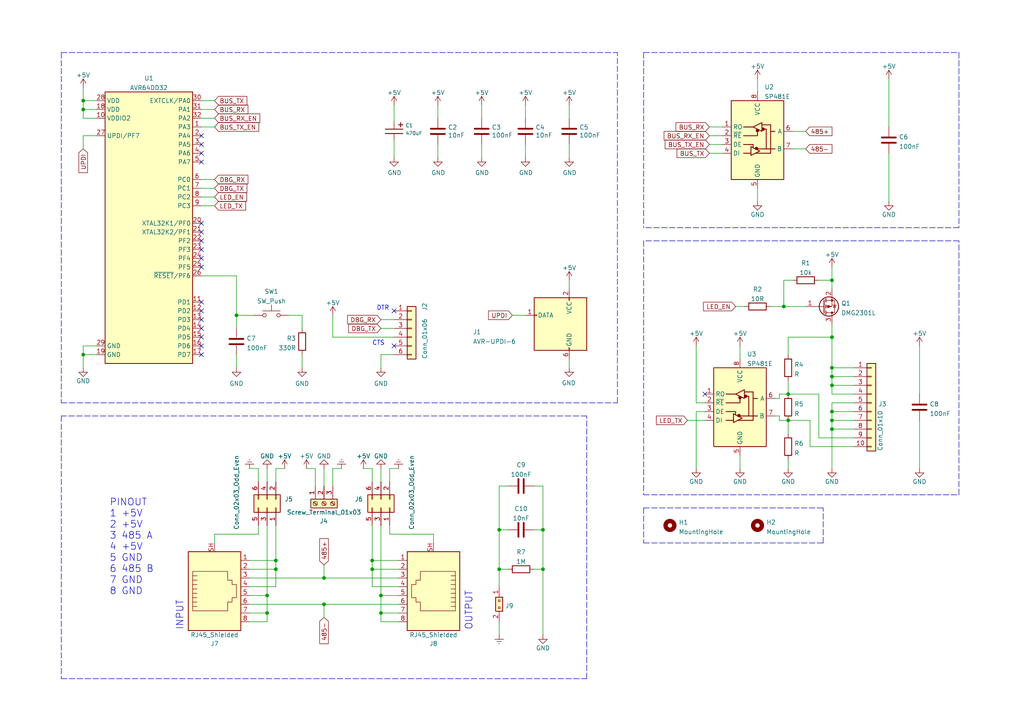
<source format=kicad_sch>
(kicad_sch (version 20211123) (generator eeschema)

  (uuid e63e39d7-6ac0-4ffd-8aa3-1841a4541b55)

  (paper "A4")

  (lib_symbols
    (symbol "Connector:AVR-UPDI-6" (pin_names (offset 1.016)) (in_bom yes) (on_board yes)
      (property "Reference" "J" (id 0) (at -6.35 8.89 0)
        (effects (font (size 1.27 1.27)) (justify left))
      )
      (property "Value" "AVR-UPDI-6" (id 1) (at 0 8.89 0)
        (effects (font (size 1.27 1.27)) (justify left))
      )
      (property "Footprint" "" (id 2) (at -6.35 -1.27 90)
        (effects (font (size 1.27 1.27)) hide)
      )
      (property "Datasheet" "https://www.microchip.com/webdoc/GUID-9D10622A-5C16-4405-B092-1BDD437B4976/index.html?GUID-9B349315-2842-4189-B88C-49F4E1055D7F" (id 3) (at -32.385 -13.97 0)
        (effects (font (size 1.27 1.27)) hide)
      )
      (property "ki_keywords" "AVR UPDI Connector" (id 4) (at 0 0 0)
        (effects (font (size 1.27 1.27)) hide)
      )
      (property "ki_description" "Atmel 6-pin UPDI connector" (id 5) (at 0 0 0)
        (effects (font (size 1.27 1.27)) hide)
      )
      (property "ki_fp_filters" "IDC?Header*2x03* Pin?Header*2x03*" (id 6) (at 0 0 0)
        (effects (font (size 1.27 1.27)) hide)
      )
      (symbol "AVR-UPDI-6_0_1"
        (rectangle (start -2.667 -6.858) (end -2.413 -7.62)
          (stroke (width 0) (type default) (color 0 0 0 0))
          (fill (type none))
        )
        (rectangle (start -2.667 7.62) (end -2.413 6.858)
          (stroke (width 0) (type default) (color 0 0 0 0))
          (fill (type none))
        )
        (rectangle (start 7.62 2.667) (end 6.858 2.413)
          (stroke (width 0) (type default) (color 0 0 0 0))
          (fill (type none))
        )
        (rectangle (start 7.62 7.62) (end -7.62 -7.62)
          (stroke (width 0.254) (type default) (color 0 0 0 0))
          (fill (type background))
        )
      )
      (symbol "AVR-UPDI-6_1_1"
        (pin passive line (at 10.16 2.54 180) (length 2.54)
          (name "DATA" (effects (font (size 1.27 1.27))))
          (number "1" (effects (font (size 1.27 1.27))))
        )
        (pin passive line (at -2.54 10.16 270) (length 2.54)
          (name "VCC" (effects (font (size 1.27 1.27))))
          (number "2" (effects (font (size 1.27 1.27))))
        )
        (pin no_connect line (at 7.62 0 180) (length 2.54) hide
          (name "NC" (effects (font (size 1.27 1.27))))
          (number "3" (effects (font (size 1.27 1.27))))
        )
        (pin no_connect line (at 7.62 -2.54 180) (length 2.54) hide
          (name "NC" (effects (font (size 1.27 1.27))))
          (number "4" (effects (font (size 1.27 1.27))))
        )
        (pin no_connect line (at 7.62 -5.08 180) (length 2.54) hide
          (name "NC" (effects (font (size 1.27 1.27))))
          (number "5" (effects (font (size 1.27 1.27))))
        )
        (pin passive line (at -2.54 -10.16 90) (length 2.54)
          (name "GND" (effects (font (size 1.27 1.27))))
          (number "6" (effects (font (size 1.27 1.27))))
        )
      )
    )
    (symbol "Connector:RJ45_Shielded" (pin_names (offset 1.016)) (in_bom yes) (on_board yes)
      (property "Reference" "J" (id 0) (at -5.08 13.97 0)
        (effects (font (size 1.27 1.27)) (justify right))
      )
      (property "Value" "RJ45_Shielded" (id 1) (at 2.54 13.97 0)
        (effects (font (size 1.27 1.27)) (justify left))
      )
      (property "Footprint" "" (id 2) (at 0 0.635 90)
        (effects (font (size 1.27 1.27)) hide)
      )
      (property "Datasheet" "~" (id 3) (at 0 0.635 90)
        (effects (font (size 1.27 1.27)) hide)
      )
      (property "ki_keywords" "8P8C RJ female connector" (id 4) (at 0 0 0)
        (effects (font (size 1.27 1.27)) hide)
      )
      (property "ki_description" "RJ connector, 8P8C (8 positions 8 connected), Shielded" (id 5) (at 0 0 0)
        (effects (font (size 1.27 1.27)) hide)
      )
      (property "ki_fp_filters" "8P8C* RJ31* RJ32* RJ33* RJ34* RJ35* RJ41* RJ45* RJ49* RJ61*" (id 6) (at 0 0 0)
        (effects (font (size 1.27 1.27)) hide)
      )
      (symbol "RJ45_Shielded_0_1"
        (polyline
          (pts
            (xy -5.08 4.445)
            (xy -6.35 4.445)
          )
          (stroke (width 0) (type default) (color 0 0 0 0))
          (fill (type none))
        )
        (polyline
          (pts
            (xy -5.08 5.715)
            (xy -6.35 5.715)
          )
          (stroke (width 0) (type default) (color 0 0 0 0))
          (fill (type none))
        )
        (polyline
          (pts
            (xy -6.35 -3.175)
            (xy -5.08 -3.175)
            (xy -5.08 -3.175)
          )
          (stroke (width 0) (type default) (color 0 0 0 0))
          (fill (type none))
        )
        (polyline
          (pts
            (xy -6.35 -1.905)
            (xy -5.08 -1.905)
            (xy -5.08 -1.905)
          )
          (stroke (width 0) (type default) (color 0 0 0 0))
          (fill (type none))
        )
        (polyline
          (pts
            (xy -6.35 -0.635)
            (xy -5.08 -0.635)
            (xy -5.08 -0.635)
          )
          (stroke (width 0) (type default) (color 0 0 0 0))
          (fill (type none))
        )
        (polyline
          (pts
            (xy -6.35 0.635)
            (xy -5.08 0.635)
            (xy -5.08 0.635)
          )
          (stroke (width 0) (type default) (color 0 0 0 0))
          (fill (type none))
        )
        (polyline
          (pts
            (xy -6.35 1.905)
            (xy -5.08 1.905)
            (xy -5.08 1.905)
          )
          (stroke (width 0) (type default) (color 0 0 0 0))
          (fill (type none))
        )
        (polyline
          (pts
            (xy -5.08 3.175)
            (xy -6.35 3.175)
            (xy -6.35 3.175)
          )
          (stroke (width 0) (type default) (color 0 0 0 0))
          (fill (type none))
        )
        (polyline
          (pts
            (xy -6.35 -4.445)
            (xy -6.35 6.985)
            (xy 3.81 6.985)
            (xy 3.81 4.445)
            (xy 5.08 4.445)
            (xy 5.08 3.175)
            (xy 6.35 3.175)
            (xy 6.35 -0.635)
            (xy 5.08 -0.635)
            (xy 5.08 -1.905)
            (xy 3.81 -1.905)
            (xy 3.81 -4.445)
            (xy -6.35 -4.445)
            (xy -6.35 -4.445)
          )
          (stroke (width 0) (type default) (color 0 0 0 0))
          (fill (type none))
        )
        (rectangle (start 7.62 12.7) (end -7.62 -10.16)
          (stroke (width 0.254) (type default) (color 0 0 0 0))
          (fill (type background))
        )
      )
      (symbol "RJ45_Shielded_1_1"
        (pin passive line (at 10.16 -7.62 180) (length 2.54)
          (name "~" (effects (font (size 1.27 1.27))))
          (number "1" (effects (font (size 1.27 1.27))))
        )
        (pin passive line (at 10.16 -5.08 180) (length 2.54)
          (name "~" (effects (font (size 1.27 1.27))))
          (number "2" (effects (font (size 1.27 1.27))))
        )
        (pin passive line (at 10.16 -2.54 180) (length 2.54)
          (name "~" (effects (font (size 1.27 1.27))))
          (number "3" (effects (font (size 1.27 1.27))))
        )
        (pin passive line (at 10.16 0 180) (length 2.54)
          (name "~" (effects (font (size 1.27 1.27))))
          (number "4" (effects (font (size 1.27 1.27))))
        )
        (pin passive line (at 10.16 2.54 180) (length 2.54)
          (name "~" (effects (font (size 1.27 1.27))))
          (number "5" (effects (font (size 1.27 1.27))))
        )
        (pin passive line (at 10.16 5.08 180) (length 2.54)
          (name "~" (effects (font (size 1.27 1.27))))
          (number "6" (effects (font (size 1.27 1.27))))
        )
        (pin passive line (at 10.16 7.62 180) (length 2.54)
          (name "~" (effects (font (size 1.27 1.27))))
          (number "7" (effects (font (size 1.27 1.27))))
        )
        (pin passive line (at 10.16 10.16 180) (length 2.54)
          (name "~" (effects (font (size 1.27 1.27))))
          (number "8" (effects (font (size 1.27 1.27))))
        )
        (pin passive line (at 0 -12.7 90) (length 2.54)
          (name "~" (effects (font (size 1.27 1.27))))
          (number "SH" (effects (font (size 1.27 1.27))))
        )
      )
    )
    (symbol "Connector:Screw_Terminal_01x03" (pin_names (offset 1.016) hide) (in_bom yes) (on_board yes)
      (property "Reference" "J" (id 0) (at 0 5.08 0)
        (effects (font (size 1.27 1.27)))
      )
      (property "Value" "Screw_Terminal_01x03" (id 1) (at 0 -5.08 0)
        (effects (font (size 1.27 1.27)))
      )
      (property "Footprint" "" (id 2) (at 0 0 0)
        (effects (font (size 1.27 1.27)) hide)
      )
      (property "Datasheet" "~" (id 3) (at 0 0 0)
        (effects (font (size 1.27 1.27)) hide)
      )
      (property "ki_keywords" "screw terminal" (id 4) (at 0 0 0)
        (effects (font (size 1.27 1.27)) hide)
      )
      (property "ki_description" "Generic screw terminal, single row, 01x03, script generated (kicad-library-utils/schlib/autogen/connector/)" (id 5) (at 0 0 0)
        (effects (font (size 1.27 1.27)) hide)
      )
      (property "ki_fp_filters" "TerminalBlock*:*" (id 6) (at 0 0 0)
        (effects (font (size 1.27 1.27)) hide)
      )
      (symbol "Screw_Terminal_01x03_1_1"
        (rectangle (start -1.27 3.81) (end 1.27 -3.81)
          (stroke (width 0.254) (type default) (color 0 0 0 0))
          (fill (type background))
        )
        (circle (center 0 -2.54) (radius 0.635)
          (stroke (width 0.1524) (type default) (color 0 0 0 0))
          (fill (type none))
        )
        (polyline
          (pts
            (xy -0.5334 -2.2098)
            (xy 0.3302 -3.048)
          )
          (stroke (width 0.1524) (type default) (color 0 0 0 0))
          (fill (type none))
        )
        (polyline
          (pts
            (xy -0.5334 0.3302)
            (xy 0.3302 -0.508)
          )
          (stroke (width 0.1524) (type default) (color 0 0 0 0))
          (fill (type none))
        )
        (polyline
          (pts
            (xy -0.5334 2.8702)
            (xy 0.3302 2.032)
          )
          (stroke (width 0.1524) (type default) (color 0 0 0 0))
          (fill (type none))
        )
        (polyline
          (pts
            (xy -0.3556 -2.032)
            (xy 0.508 -2.8702)
          )
          (stroke (width 0.1524) (type default) (color 0 0 0 0))
          (fill (type none))
        )
        (polyline
          (pts
            (xy -0.3556 0.508)
            (xy 0.508 -0.3302)
          )
          (stroke (width 0.1524) (type default) (color 0 0 0 0))
          (fill (type none))
        )
        (polyline
          (pts
            (xy -0.3556 3.048)
            (xy 0.508 2.2098)
          )
          (stroke (width 0.1524) (type default) (color 0 0 0 0))
          (fill (type none))
        )
        (circle (center 0 0) (radius 0.635)
          (stroke (width 0.1524) (type default) (color 0 0 0 0))
          (fill (type none))
        )
        (circle (center 0 2.54) (radius 0.635)
          (stroke (width 0.1524) (type default) (color 0 0 0 0))
          (fill (type none))
        )
        (pin passive line (at -5.08 2.54 0) (length 3.81)
          (name "Pin_1" (effects (font (size 1.27 1.27))))
          (number "1" (effects (font (size 1.27 1.27))))
        )
        (pin passive line (at -5.08 0 0) (length 3.81)
          (name "Pin_2" (effects (font (size 1.27 1.27))))
          (number "2" (effects (font (size 1.27 1.27))))
        )
        (pin passive line (at -5.08 -2.54 0) (length 3.81)
          (name "Pin_3" (effects (font (size 1.27 1.27))))
          (number "3" (effects (font (size 1.27 1.27))))
        )
      )
    )
    (symbol "Connector_Generic:Conn_01x06" (pin_names (offset 1.016) hide) (in_bom yes) (on_board yes)
      (property "Reference" "J" (id 0) (at 0 7.62 0)
        (effects (font (size 1.27 1.27)))
      )
      (property "Value" "Conn_01x06" (id 1) (at 0 -10.16 0)
        (effects (font (size 1.27 1.27)))
      )
      (property "Footprint" "" (id 2) (at 0 0 0)
        (effects (font (size 1.27 1.27)) hide)
      )
      (property "Datasheet" "~" (id 3) (at 0 0 0)
        (effects (font (size 1.27 1.27)) hide)
      )
      (property "ki_keywords" "connector" (id 4) (at 0 0 0)
        (effects (font (size 1.27 1.27)) hide)
      )
      (property "ki_description" "Generic connector, single row, 01x06, script generated (kicad-library-utils/schlib/autogen/connector/)" (id 5) (at 0 0 0)
        (effects (font (size 1.27 1.27)) hide)
      )
      (property "ki_fp_filters" "Connector*:*_1x??_*" (id 6) (at 0 0 0)
        (effects (font (size 1.27 1.27)) hide)
      )
      (symbol "Conn_01x06_1_1"
        (rectangle (start -1.27 -7.493) (end 0 -7.747)
          (stroke (width 0.1524) (type default) (color 0 0 0 0))
          (fill (type none))
        )
        (rectangle (start -1.27 -4.953) (end 0 -5.207)
          (stroke (width 0.1524) (type default) (color 0 0 0 0))
          (fill (type none))
        )
        (rectangle (start -1.27 -2.413) (end 0 -2.667)
          (stroke (width 0.1524) (type default) (color 0 0 0 0))
          (fill (type none))
        )
        (rectangle (start -1.27 0.127) (end 0 -0.127)
          (stroke (width 0.1524) (type default) (color 0 0 0 0))
          (fill (type none))
        )
        (rectangle (start -1.27 2.667) (end 0 2.413)
          (stroke (width 0.1524) (type default) (color 0 0 0 0))
          (fill (type none))
        )
        (rectangle (start -1.27 5.207) (end 0 4.953)
          (stroke (width 0.1524) (type default) (color 0 0 0 0))
          (fill (type none))
        )
        (rectangle (start -1.27 6.35) (end 1.27 -8.89)
          (stroke (width 0.254) (type default) (color 0 0 0 0))
          (fill (type background))
        )
        (pin passive line (at -5.08 5.08 0) (length 3.81)
          (name "Pin_1" (effects (font (size 1.27 1.27))))
          (number "1" (effects (font (size 1.27 1.27))))
        )
        (pin passive line (at -5.08 2.54 0) (length 3.81)
          (name "Pin_2" (effects (font (size 1.27 1.27))))
          (number "2" (effects (font (size 1.27 1.27))))
        )
        (pin passive line (at -5.08 0 0) (length 3.81)
          (name "Pin_3" (effects (font (size 1.27 1.27))))
          (number "3" (effects (font (size 1.27 1.27))))
        )
        (pin passive line (at -5.08 -2.54 0) (length 3.81)
          (name "Pin_4" (effects (font (size 1.27 1.27))))
          (number "4" (effects (font (size 1.27 1.27))))
        )
        (pin passive line (at -5.08 -5.08 0) (length 3.81)
          (name "Pin_5" (effects (font (size 1.27 1.27))))
          (number "5" (effects (font (size 1.27 1.27))))
        )
        (pin passive line (at -5.08 -7.62 0) (length 3.81)
          (name "Pin_6" (effects (font (size 1.27 1.27))))
          (number "6" (effects (font (size 1.27 1.27))))
        )
      )
    )
    (symbol "Connector_Generic:Conn_01x10" (pin_names (offset 1.016) hide) (in_bom yes) (on_board yes)
      (property "Reference" "J" (id 0) (at 0 12.7 0)
        (effects (font (size 1.27 1.27)))
      )
      (property "Value" "Conn_01x10" (id 1) (at 0 -15.24 0)
        (effects (font (size 1.27 1.27)))
      )
      (property "Footprint" "" (id 2) (at 0 0 0)
        (effects (font (size 1.27 1.27)) hide)
      )
      (property "Datasheet" "~" (id 3) (at 0 0 0)
        (effects (font (size 1.27 1.27)) hide)
      )
      (property "ki_keywords" "connector" (id 4) (at 0 0 0)
        (effects (font (size 1.27 1.27)) hide)
      )
      (property "ki_description" "Generic connector, single row, 01x10, script generated (kicad-library-utils/schlib/autogen/connector/)" (id 5) (at 0 0 0)
        (effects (font (size 1.27 1.27)) hide)
      )
      (property "ki_fp_filters" "Connector*:*_1x??_*" (id 6) (at 0 0 0)
        (effects (font (size 1.27 1.27)) hide)
      )
      (symbol "Conn_01x10_1_1"
        (rectangle (start -1.27 -12.573) (end 0 -12.827)
          (stroke (width 0.1524) (type default) (color 0 0 0 0))
          (fill (type none))
        )
        (rectangle (start -1.27 -10.033) (end 0 -10.287)
          (stroke (width 0.1524) (type default) (color 0 0 0 0))
          (fill (type none))
        )
        (rectangle (start -1.27 -7.493) (end 0 -7.747)
          (stroke (width 0.1524) (type default) (color 0 0 0 0))
          (fill (type none))
        )
        (rectangle (start -1.27 -4.953) (end 0 -5.207)
          (stroke (width 0.1524) (type default) (color 0 0 0 0))
          (fill (type none))
        )
        (rectangle (start -1.27 -2.413) (end 0 -2.667)
          (stroke (width 0.1524) (type default) (color 0 0 0 0))
          (fill (type none))
        )
        (rectangle (start -1.27 0.127) (end 0 -0.127)
          (stroke (width 0.1524) (type default) (color 0 0 0 0))
          (fill (type none))
        )
        (rectangle (start -1.27 2.667) (end 0 2.413)
          (stroke (width 0.1524) (type default) (color 0 0 0 0))
          (fill (type none))
        )
        (rectangle (start -1.27 5.207) (end 0 4.953)
          (stroke (width 0.1524) (type default) (color 0 0 0 0))
          (fill (type none))
        )
        (rectangle (start -1.27 7.747) (end 0 7.493)
          (stroke (width 0.1524) (type default) (color 0 0 0 0))
          (fill (type none))
        )
        (rectangle (start -1.27 10.287) (end 0 10.033)
          (stroke (width 0.1524) (type default) (color 0 0 0 0))
          (fill (type none))
        )
        (rectangle (start -1.27 11.43) (end 1.27 -13.97)
          (stroke (width 0.254) (type default) (color 0 0 0 0))
          (fill (type background))
        )
        (pin passive line (at -5.08 10.16 0) (length 3.81)
          (name "Pin_1" (effects (font (size 1.27 1.27))))
          (number "1" (effects (font (size 1.27 1.27))))
        )
        (pin passive line (at -5.08 -12.7 0) (length 3.81)
          (name "Pin_10" (effects (font (size 1.27 1.27))))
          (number "10" (effects (font (size 1.27 1.27))))
        )
        (pin passive line (at -5.08 7.62 0) (length 3.81)
          (name "Pin_2" (effects (font (size 1.27 1.27))))
          (number "2" (effects (font (size 1.27 1.27))))
        )
        (pin passive line (at -5.08 5.08 0) (length 3.81)
          (name "Pin_3" (effects (font (size 1.27 1.27))))
          (number "3" (effects (font (size 1.27 1.27))))
        )
        (pin passive line (at -5.08 2.54 0) (length 3.81)
          (name "Pin_4" (effects (font (size 1.27 1.27))))
          (number "4" (effects (font (size 1.27 1.27))))
        )
        (pin passive line (at -5.08 0 0) (length 3.81)
          (name "Pin_5" (effects (font (size 1.27 1.27))))
          (number "5" (effects (font (size 1.27 1.27))))
        )
        (pin passive line (at -5.08 -2.54 0) (length 3.81)
          (name "Pin_6" (effects (font (size 1.27 1.27))))
          (number "6" (effects (font (size 1.27 1.27))))
        )
        (pin passive line (at -5.08 -5.08 0) (length 3.81)
          (name "Pin_7" (effects (font (size 1.27 1.27))))
          (number "7" (effects (font (size 1.27 1.27))))
        )
        (pin passive line (at -5.08 -7.62 0) (length 3.81)
          (name "Pin_8" (effects (font (size 1.27 1.27))))
          (number "8" (effects (font (size 1.27 1.27))))
        )
        (pin passive line (at -5.08 -10.16 0) (length 3.81)
          (name "Pin_9" (effects (font (size 1.27 1.27))))
          (number "9" (effects (font (size 1.27 1.27))))
        )
      )
    )
    (symbol "Connector_Generic:Conn_02x03_Odd_Even" (pin_names (offset 1.016) hide) (in_bom yes) (on_board yes)
      (property "Reference" "J" (id 0) (at 1.27 5.08 0)
        (effects (font (size 1.27 1.27)))
      )
      (property "Value" "Conn_02x03_Odd_Even" (id 1) (at 1.27 -5.08 0)
        (effects (font (size 1.27 1.27)))
      )
      (property "Footprint" "" (id 2) (at 0 0 0)
        (effects (font (size 1.27 1.27)) hide)
      )
      (property "Datasheet" "~" (id 3) (at 0 0 0)
        (effects (font (size 1.27 1.27)) hide)
      )
      (property "ki_keywords" "connector" (id 4) (at 0 0 0)
        (effects (font (size 1.27 1.27)) hide)
      )
      (property "ki_description" "Generic connector, double row, 02x03, odd/even pin numbering scheme (row 1 odd numbers, row 2 even numbers), script generated (kicad-library-utils/schlib/autogen/connector/)" (id 5) (at 0 0 0)
        (effects (font (size 1.27 1.27)) hide)
      )
      (property "ki_fp_filters" "Connector*:*_2x??_*" (id 6) (at 0 0 0)
        (effects (font (size 1.27 1.27)) hide)
      )
      (symbol "Conn_02x03_Odd_Even_1_1"
        (rectangle (start -1.27 -2.413) (end 0 -2.667)
          (stroke (width 0.1524) (type default) (color 0 0 0 0))
          (fill (type none))
        )
        (rectangle (start -1.27 0.127) (end 0 -0.127)
          (stroke (width 0.1524) (type default) (color 0 0 0 0))
          (fill (type none))
        )
        (rectangle (start -1.27 2.667) (end 0 2.413)
          (stroke (width 0.1524) (type default) (color 0 0 0 0))
          (fill (type none))
        )
        (rectangle (start -1.27 3.81) (end 3.81 -3.81)
          (stroke (width 0.254) (type default) (color 0 0 0 0))
          (fill (type background))
        )
        (rectangle (start 3.81 -2.413) (end 2.54 -2.667)
          (stroke (width 0.1524) (type default) (color 0 0 0 0))
          (fill (type none))
        )
        (rectangle (start 3.81 0.127) (end 2.54 -0.127)
          (stroke (width 0.1524) (type default) (color 0 0 0 0))
          (fill (type none))
        )
        (rectangle (start 3.81 2.667) (end 2.54 2.413)
          (stroke (width 0.1524) (type default) (color 0 0 0 0))
          (fill (type none))
        )
        (pin passive line (at -5.08 2.54 0) (length 3.81)
          (name "Pin_1" (effects (font (size 1.27 1.27))))
          (number "1" (effects (font (size 1.27 1.27))))
        )
        (pin passive line (at 7.62 2.54 180) (length 3.81)
          (name "Pin_2" (effects (font (size 1.27 1.27))))
          (number "2" (effects (font (size 1.27 1.27))))
        )
        (pin passive line (at -5.08 0 0) (length 3.81)
          (name "Pin_3" (effects (font (size 1.27 1.27))))
          (number "3" (effects (font (size 1.27 1.27))))
        )
        (pin passive line (at 7.62 0 180) (length 3.81)
          (name "Pin_4" (effects (font (size 1.27 1.27))))
          (number "4" (effects (font (size 1.27 1.27))))
        )
        (pin passive line (at -5.08 -2.54 0) (length 3.81)
          (name "Pin_5" (effects (font (size 1.27 1.27))))
          (number "5" (effects (font (size 1.27 1.27))))
        )
        (pin passive line (at 7.62 -2.54 180) (length 3.81)
          (name "Pin_6" (effects (font (size 1.27 1.27))))
          (number "6" (effects (font (size 1.27 1.27))))
        )
      )
    )
    (symbol "Device:C" (pin_numbers hide) (pin_names (offset 0.254)) (in_bom yes) (on_board yes)
      (property "Reference" "C" (id 0) (at 0.635 2.54 0)
        (effects (font (size 1.27 1.27)) (justify left))
      )
      (property "Value" "C" (id 1) (at 0.635 -2.54 0)
        (effects (font (size 1.27 1.27)) (justify left))
      )
      (property "Footprint" "" (id 2) (at 0.9652 -3.81 0)
        (effects (font (size 1.27 1.27)) hide)
      )
      (property "Datasheet" "~" (id 3) (at 0 0 0)
        (effects (font (size 1.27 1.27)) hide)
      )
      (property "ki_keywords" "cap capacitor" (id 4) (at 0 0 0)
        (effects (font (size 1.27 1.27)) hide)
      )
      (property "ki_description" "Unpolarized capacitor" (id 5) (at 0 0 0)
        (effects (font (size 1.27 1.27)) hide)
      )
      (property "ki_fp_filters" "C_*" (id 6) (at 0 0 0)
        (effects (font (size 1.27 1.27)) hide)
      )
      (symbol "C_0_1"
        (polyline
          (pts
            (xy -2.032 -0.762)
            (xy 2.032 -0.762)
          )
          (stroke (width 0.508) (type default) (color 0 0 0 0))
          (fill (type none))
        )
        (polyline
          (pts
            (xy -2.032 0.762)
            (xy 2.032 0.762)
          )
          (stroke (width 0.508) (type default) (color 0 0 0 0))
          (fill (type none))
        )
      )
      (symbol "C_1_1"
        (pin passive line (at 0 3.81 270) (length 2.794)
          (name "~" (effects (font (size 1.27 1.27))))
          (number "1" (effects (font (size 1.27 1.27))))
        )
        (pin passive line (at 0 -3.81 90) (length 2.794)
          (name "~" (effects (font (size 1.27 1.27))))
          (number "2" (effects (font (size 1.27 1.27))))
        )
      )
    )
    (symbol "Device:R" (pin_numbers hide) (pin_names (offset 0)) (in_bom yes) (on_board yes)
      (property "Reference" "R" (id 0) (at 2.032 0 90)
        (effects (font (size 1.27 1.27)))
      )
      (property "Value" "R" (id 1) (at 0 0 90)
        (effects (font (size 1.27 1.27)))
      )
      (property "Footprint" "" (id 2) (at -1.778 0 90)
        (effects (font (size 1.27 1.27)) hide)
      )
      (property "Datasheet" "~" (id 3) (at 0 0 0)
        (effects (font (size 1.27 1.27)) hide)
      )
      (property "ki_keywords" "R res resistor" (id 4) (at 0 0 0)
        (effects (font (size 1.27 1.27)) hide)
      )
      (property "ki_description" "Resistor" (id 5) (at 0 0 0)
        (effects (font (size 1.27 1.27)) hide)
      )
      (property "ki_fp_filters" "R_*" (id 6) (at 0 0 0)
        (effects (font (size 1.27 1.27)) hide)
      )
      (symbol "R_0_1"
        (rectangle (start -1.016 -2.54) (end 1.016 2.54)
          (stroke (width 0.254) (type default) (color 0 0 0 0))
          (fill (type none))
        )
      )
      (symbol "R_1_1"
        (pin passive line (at 0 3.81 270) (length 1.27)
          (name "~" (effects (font (size 1.27 1.27))))
          (number "1" (effects (font (size 1.27 1.27))))
        )
        (pin passive line (at 0 -3.81 90) (length 1.27)
          (name "~" (effects (font (size 1.27 1.27))))
          (number "2" (effects (font (size 1.27 1.27))))
        )
      )
    )
    (symbol "Mechanical:MountingHole" (pin_names (offset 1.016)) (in_bom yes) (on_board yes)
      (property "Reference" "H" (id 0) (at 0 5.08 0)
        (effects (font (size 1.27 1.27)))
      )
      (property "Value" "MountingHole" (id 1) (at 0 3.175 0)
        (effects (font (size 1.27 1.27)))
      )
      (property "Footprint" "" (id 2) (at 0 0 0)
        (effects (font (size 1.27 1.27)) hide)
      )
      (property "Datasheet" "~" (id 3) (at 0 0 0)
        (effects (font (size 1.27 1.27)) hide)
      )
      (property "ki_keywords" "mounting hole" (id 4) (at 0 0 0)
        (effects (font (size 1.27 1.27)) hide)
      )
      (property "ki_description" "Mounting Hole without connection" (id 5) (at 0 0 0)
        (effects (font (size 1.27 1.27)) hide)
      )
      (property "ki_fp_filters" "MountingHole*" (id 6) (at 0 0 0)
        (effects (font (size 1.27 1.27)) hide)
      )
      (symbol "MountingHole_0_1"
        (circle (center 0 0) (radius 1.27)
          (stroke (width 1.27) (type default) (color 0 0 0 0))
          (fill (type none))
        )
      )
    )
    (symbol "Switch:SW_Push" (pin_numbers hide) (pin_names (offset 1.016) hide) (in_bom yes) (on_board yes)
      (property "Reference" "SW" (id 0) (at 1.27 2.54 0)
        (effects (font (size 1.27 1.27)) (justify left))
      )
      (property "Value" "SW_Push" (id 1) (at 0 -1.524 0)
        (effects (font (size 1.27 1.27)))
      )
      (property "Footprint" "" (id 2) (at 0 5.08 0)
        (effects (font (size 1.27 1.27)) hide)
      )
      (property "Datasheet" "~" (id 3) (at 0 5.08 0)
        (effects (font (size 1.27 1.27)) hide)
      )
      (property "ki_keywords" "switch normally-open pushbutton push-button" (id 4) (at 0 0 0)
        (effects (font (size 1.27 1.27)) hide)
      )
      (property "ki_description" "Push button switch, generic, two pins" (id 5) (at 0 0 0)
        (effects (font (size 1.27 1.27)) hide)
      )
      (symbol "SW_Push_0_1"
        (circle (center -2.032 0) (radius 0.508)
          (stroke (width 0) (type default) (color 0 0 0 0))
          (fill (type none))
        )
        (polyline
          (pts
            (xy 0 1.27)
            (xy 0 3.048)
          )
          (stroke (width 0) (type default) (color 0 0 0 0))
          (fill (type none))
        )
        (polyline
          (pts
            (xy 2.54 1.27)
            (xy -2.54 1.27)
          )
          (stroke (width 0) (type default) (color 0 0 0 0))
          (fill (type none))
        )
        (circle (center 2.032 0) (radius 0.508)
          (stroke (width 0) (type default) (color 0 0 0 0))
          (fill (type none))
        )
        (pin passive line (at -5.08 0 0) (length 2.54)
          (name "1" (effects (font (size 1.27 1.27))))
          (number "1" (effects (font (size 1.27 1.27))))
        )
        (pin passive line (at 5.08 0 180) (length 2.54)
          (name "2" (effects (font (size 1.27 1.27))))
          (number "2" (effects (font (size 1.27 1.27))))
        )
      )
    )
    (symbol "Transistor_FET:DMG2301L" (pin_names hide) (in_bom yes) (on_board yes)
      (property "Reference" "Q" (id 0) (at 5.08 1.905 0)
        (effects (font (size 1.27 1.27)) (justify left))
      )
      (property "Value" "DMG2301L" (id 1) (at 5.08 0 0)
        (effects (font (size 1.27 1.27)) (justify left))
      )
      (property "Footprint" "Package_TO_SOT_SMD:SOT-23" (id 2) (at 5.08 -1.905 0)
        (effects (font (size 1.27 1.27) italic) (justify left) hide)
      )
      (property "Datasheet" "https://www.diodes.com/assets/Datasheets/DMG2301L.pdf" (id 3) (at 0 0 0)
        (effects (font (size 1.27 1.27)) (justify left) hide)
      )
      (property "ki_keywords" "P-Channel MOSFET" (id 4) (at 0 0 0)
        (effects (font (size 1.27 1.27)) hide)
      )
      (property "ki_description" "-3A Id, -20V Vds, P-Channel MOSFET, SOT-23" (id 5) (at 0 0 0)
        (effects (font (size 1.27 1.27)) hide)
      )
      (property "ki_fp_filters" "SOT?23*" (id 6) (at 0 0 0)
        (effects (font (size 1.27 1.27)) hide)
      )
      (symbol "DMG2301L_0_1"
        (polyline
          (pts
            (xy 0.254 0)
            (xy -2.54 0)
          )
          (stroke (width 0) (type default) (color 0 0 0 0))
          (fill (type none))
        )
        (polyline
          (pts
            (xy 0.254 1.905)
            (xy 0.254 -1.905)
          )
          (stroke (width 0.254) (type default) (color 0 0 0 0))
          (fill (type none))
        )
        (polyline
          (pts
            (xy 0.762 -1.27)
            (xy 0.762 -2.286)
          )
          (stroke (width 0.254) (type default) (color 0 0 0 0))
          (fill (type none))
        )
        (polyline
          (pts
            (xy 0.762 0.508)
            (xy 0.762 -0.508)
          )
          (stroke (width 0.254) (type default) (color 0 0 0 0))
          (fill (type none))
        )
        (polyline
          (pts
            (xy 0.762 2.286)
            (xy 0.762 1.27)
          )
          (stroke (width 0.254) (type default) (color 0 0 0 0))
          (fill (type none))
        )
        (polyline
          (pts
            (xy 2.54 2.54)
            (xy 2.54 1.778)
          )
          (stroke (width 0) (type default) (color 0 0 0 0))
          (fill (type none))
        )
        (polyline
          (pts
            (xy 2.54 -2.54)
            (xy 2.54 0)
            (xy 0.762 0)
          )
          (stroke (width 0) (type default) (color 0 0 0 0))
          (fill (type none))
        )
        (polyline
          (pts
            (xy 0.762 1.778)
            (xy 3.302 1.778)
            (xy 3.302 -1.778)
            (xy 0.762 -1.778)
          )
          (stroke (width 0) (type default) (color 0 0 0 0))
          (fill (type none))
        )
        (polyline
          (pts
            (xy 2.286 0)
            (xy 1.27 0.381)
            (xy 1.27 -0.381)
            (xy 2.286 0)
          )
          (stroke (width 0) (type default) (color 0 0 0 0))
          (fill (type outline))
        )
        (polyline
          (pts
            (xy 2.794 -0.508)
            (xy 2.921 -0.381)
            (xy 3.683 -0.381)
            (xy 3.81 -0.254)
          )
          (stroke (width 0) (type default) (color 0 0 0 0))
          (fill (type none))
        )
        (polyline
          (pts
            (xy 3.302 -0.381)
            (xy 2.921 0.254)
            (xy 3.683 0.254)
            (xy 3.302 -0.381)
          )
          (stroke (width 0) (type default) (color 0 0 0 0))
          (fill (type none))
        )
        (circle (center 1.651 0) (radius 2.794)
          (stroke (width 0.254) (type default) (color 0 0 0 0))
          (fill (type none))
        )
        (circle (center 2.54 -1.778) (radius 0.254)
          (stroke (width 0) (type default) (color 0 0 0 0))
          (fill (type outline))
        )
        (circle (center 2.54 1.778) (radius 0.254)
          (stroke (width 0) (type default) (color 0 0 0 0))
          (fill (type outline))
        )
      )
      (symbol "DMG2301L_1_1"
        (pin input line (at -5.08 0 0) (length 2.54)
          (name "G" (effects (font (size 1.27 1.27))))
          (number "1" (effects (font (size 1.27 1.27))))
        )
        (pin passive line (at 2.54 -5.08 90) (length 2.54)
          (name "S" (effects (font (size 1.27 1.27))))
          (number "2" (effects (font (size 1.27 1.27))))
        )
        (pin passive line (at 2.54 5.08 270) (length 2.54)
          (name "D" (effects (font (size 1.27 1.27))))
          (number "3" (effects (font (size 1.27 1.27))))
        )
      )
    )
    (symbol "kiu:1x02_Jumper" (in_bom yes) (on_board yes)
      (property "Reference" "J" (id 0) (at 0 2.54 0)
        (effects (font (size 1.27 1.27)))
      )
      (property "Value" "1x02_Jumper" (id 1) (at 0 -2.54 0)
        (effects (font (size 1.27 1.27)) hide)
      )
      (property "Footprint" "" (id 2) (at 0 0 0)
        (effects (font (size 1.27 1.27)) hide)
      )
      (property "Datasheet" "" (id 3) (at 0 0 0)
        (effects (font (size 1.27 1.27)) hide)
      )
      (symbol "1x02_Jumper_0_1"
        (rectangle (start -1.27 0.254) (end -0.762 -0.254)
          (stroke (width 0.1524) (type default) (color 0 0 0 0))
          (fill (type none))
        )
        (rectangle (start 0.762 0.254) (end 1.27 -0.254)
          (stroke (width 0.1524) (type default) (color 0 0 0 0))
          (fill (type none))
        )
      )
      (symbol "1x02_Jumper_1_1"
        (rectangle (start -2.032 1.016) (end 2.032 -1.016)
          (stroke (width 0.254) (type default) (color 0 0 0 0))
          (fill (type background))
        )
        (pin passive line (at -5.08 0 0) (length 3.04)
          (name "" (effects (font (size 1.27 1.27))))
          (number "1" (effects (font (size 1.27 1.27))))
        )
        (pin passive line (at 5.08 0 180) (length 3.04)
          (name "" (effects (font (size 1.27 1.27))))
          (number "2" (effects (font (size 1.27 1.27))))
        )
      )
    )
    (symbol "kiu:AVR64DD32" (in_bom yes) (on_board yes)
      (property "Reference" "U" (id 0) (at -12.7 -19.05 0)
        (effects (font (size 1.27 1.27)))
      )
      (property "Value" "AVR64DD32" (id 1) (at 7.62 -19.05 0)
        (effects (font (size 1.27 1.27)))
      )
      (property "Footprint" "" (id 2) (at 0 0 0)
        (effects (font (size 1.27 1.27)) hide)
      )
      (property "Datasheet" "" (id 3) (at 0 0 0)
        (effects (font (size 1.27 1.27)) hide)
      )
      (symbol "AVR64DD32_0_1"
        (rectangle (start -12.7 -20.32) (end 12.7 -99.06)
          (stroke (width 0.254) (type default) (color 0 0 0 0))
          (fill (type background))
        )
      )
      (symbol "AVR64DD32_1_1"
        (pin bidirectional line (at 15.24 -30.48 180) (length 2.54)
          (name "PA3" (effects (font (size 1.27 1.27))))
          (number "1" (effects (font (size 1.27 1.27))))
        )
        (pin power_in line (at -15.24 -27.94 0) (length 2.54)
          (name "VDDIO2" (effects (font (size 1.27 1.27))))
          (number "10" (effects (font (size 1.27 1.27))))
        )
        (pin bidirectional line (at 15.24 -81.28 180) (length 2.54)
          (name "PD1" (effects (font (size 1.27 1.27))))
          (number "11" (effects (font (size 1.27 1.27))))
        )
        (pin bidirectional line (at 15.24 -83.82 180) (length 2.54)
          (name "PD2" (effects (font (size 1.27 1.27))))
          (number "12" (effects (font (size 1.27 1.27))))
        )
        (pin bidirectional line (at 15.24 -86.36 180) (length 2.54)
          (name "PD3" (effects (font (size 1.27 1.27))))
          (number "13" (effects (font (size 1.27 1.27))))
        )
        (pin bidirectional line (at 15.24 -88.9 180) (length 2.54)
          (name "PD4" (effects (font (size 1.27 1.27))))
          (number "14" (effects (font (size 1.27 1.27))))
        )
        (pin bidirectional line (at 15.24 -91.44 180) (length 2.54)
          (name "PD5" (effects (font (size 1.27 1.27))))
          (number "15" (effects (font (size 1.27 1.27))))
        )
        (pin bidirectional line (at 15.24 -93.98 180) (length 2.54)
          (name "PD6" (effects (font (size 1.27 1.27))))
          (number "16" (effects (font (size 1.27 1.27))))
        )
        (pin bidirectional line (at 15.24 -96.52 180) (length 2.54)
          (name "PD7" (effects (font (size 1.27 1.27))))
          (number "17" (effects (font (size 1.27 1.27))))
        )
        (pin power_in line (at -15.24 -25.4 0) (length 2.54)
          (name "VDD" (effects (font (size 1.27 1.27))))
          (number "18" (effects (font (size 1.27 1.27))))
        )
        (pin power_in line (at -15.24 -96.52 0) (length 2.54)
          (name "GND" (effects (font (size 1.27 1.27))))
          (number "19" (effects (font (size 1.27 1.27))))
        )
        (pin bidirectional line (at 15.24 -33.02 180) (length 2.54)
          (name "PA4" (effects (font (size 1.27 1.27))))
          (number "2" (effects (font (size 1.27 1.27))))
        )
        (pin bidirectional line (at 15.24 -58.42 180) (length 2.54)
          (name "XTAL32K1/PF0" (effects (font (size 1.27 1.27))))
          (number "20" (effects (font (size 1.27 1.27))))
        )
        (pin bidirectional line (at 15.24 -60.96 180) (length 2.54)
          (name "XTAL32K2/PF1" (effects (font (size 1.27 1.27))))
          (number "21" (effects (font (size 1.27 1.27))))
        )
        (pin bidirectional line (at 15.24 -63.5 180) (length 2.54)
          (name "PF2" (effects (font (size 1.27 1.27))))
          (number "22" (effects (font (size 1.27 1.27))))
        )
        (pin bidirectional line (at 15.24 -66.04 180) (length 2.54)
          (name "PF3" (effects (font (size 1.27 1.27))))
          (number "23" (effects (font (size 1.27 1.27))))
        )
        (pin bidirectional line (at 15.24 -68.58 180) (length 2.54)
          (name "PF4" (effects (font (size 1.27 1.27))))
          (number "24" (effects (font (size 1.27 1.27))))
        )
        (pin bidirectional line (at 15.24 -71.12 180) (length 2.54)
          (name "PF5" (effects (font (size 1.27 1.27))))
          (number "25" (effects (font (size 1.27 1.27))))
        )
        (pin input line (at 15.24 -73.66 180) (length 2.54)
          (name "~{RESET}/PF6" (effects (font (size 1.27 1.27))))
          (number "26" (effects (font (size 1.27 1.27))))
        )
        (pin input line (at -15.24 -33.02 0) (length 2.54)
          (name "UPDI/PF7" (effects (font (size 1.27 1.27))))
          (number "27" (effects (font (size 1.27 1.27))))
        )
        (pin power_in line (at -15.24 -22.86 0) (length 2.54)
          (name "VDD" (effects (font (size 1.27 1.27))))
          (number "28" (effects (font (size 1.27 1.27))))
        )
        (pin power_in line (at -15.24 -93.98 0) (length 2.54)
          (name "GND" (effects (font (size 1.27 1.27))))
          (number "29" (effects (font (size 1.27 1.27))))
        )
        (pin bidirectional line (at 15.24 -35.56 180) (length 2.54)
          (name "PA5" (effects (font (size 1.27 1.27))))
          (number "3" (effects (font (size 1.27 1.27))))
        )
        (pin bidirectional line (at 15.24 -22.86 180) (length 2.54)
          (name "EXTCLK/PA0" (effects (font (size 1.27 1.27))))
          (number "30" (effects (font (size 1.27 1.27))))
        )
        (pin bidirectional line (at 15.24 -25.4 180) (length 2.54)
          (name "PA1" (effects (font (size 1.27 1.27))))
          (number "31" (effects (font (size 1.27 1.27))))
        )
        (pin bidirectional line (at 15.24 -27.94 180) (length 2.54)
          (name "PA2" (effects (font (size 1.27 1.27))))
          (number "32" (effects (font (size 1.27 1.27))))
        )
        (pin bidirectional line (at 15.24 -38.1 180) (length 2.54)
          (name "PA6" (effects (font (size 1.27 1.27))))
          (number "4" (effects (font (size 1.27 1.27))))
        )
        (pin bidirectional line (at 15.24 -40.64 180) (length 2.54)
          (name "PA7" (effects (font (size 1.27 1.27))))
          (number "5" (effects (font (size 1.27 1.27))))
        )
        (pin bidirectional line (at 15.24 -45.72 180) (length 2.54)
          (name "PC0" (effects (font (size 1.27 1.27))))
          (number "6" (effects (font (size 1.27 1.27))))
        )
        (pin bidirectional line (at 15.24 -48.26 180) (length 2.54)
          (name "PC1" (effects (font (size 1.27 1.27))))
          (number "7" (effects (font (size 1.27 1.27))))
        )
        (pin bidirectional line (at 15.24 -50.8 180) (length 2.54)
          (name "PC2" (effects (font (size 1.27 1.27))))
          (number "8" (effects (font (size 1.27 1.27))))
        )
        (pin bidirectional line (at 15.24 -53.34 180) (length 2.54)
          (name "PC3" (effects (font (size 1.27 1.27))))
          (number "9" (effects (font (size 1.27 1.27))))
        )
      )
    )
    (symbol "kiu:SP481E" (in_bom yes) (on_board yes)
      (property "Reference" "U" (id 0) (at 3.81 12.7 0)
        (effects (font (size 1.27 1.27)))
      )
      (property "Value" "SP481E" (id 1) (at 7.62 -12.7 0)
        (effects (font (size 1.27 1.27)) (justify right))
      )
      (property "Footprint" "" (id 2) (at 0 0 0)
        (effects (font (size 1.27 1.27)) hide)
      )
      (property "Datasheet" "" (id 3) (at 0 0 0)
        (effects (font (size 1.27 1.27)) hide)
      )
      (symbol "SP481E_0_1"
        (rectangle (start -7.62 11.43) (end 7.62 -11.43)
          (stroke (width 0.254) (type default) (color 0 0 0 0))
          (fill (type background))
        )
        (circle (center -0.3048 -2.413) (radius 0.3556)
          (stroke (width 0.254) (type default) (color 0 0 0 0))
          (fill (type outline))
        )
        (circle (center -0.0254 2.7686) (radius 0.3556)
          (stroke (width 0.254) (type default) (color 0 0 0 0))
          (fill (type outline))
        )
        (polyline
          (pts
            (xy -4.064 -3.81)
            (xy -1.905 -3.81)
          )
          (stroke (width 0.254) (type default) (color 0 0 0 0))
          (fill (type none))
        )
        (polyline
          (pts
            (xy -4.064 3.81)
            (xy -1.27 3.81)
          )
          (stroke (width 0.254) (type default) (color 0 0 0 0))
          (fill (type none))
        )
        (polyline
          (pts
            (xy -1.27 -1.9304)
            (xy -1.27 -2.1844)
          )
          (stroke (width 0.254) (type default) (color 0 0 0 0))
          (fill (type none))
        )
        (polyline
          (pts
            (xy -0.635 -3.81)
            (xy 3.81 -3.81)
          )
          (stroke (width 0.254) (type default) (color 0 0 0 0))
          (fill (type none))
        )
        (polyline
          (pts
            (xy 1.27 3.175)
            (xy 2.54 3.175)
          )
          (stroke (width 0.254) (type default) (color 0 0 0 0))
          (fill (type none))
        )
        (polyline
          (pts
            (xy 2.54 -2.54)
            (xy 5.08 -2.54)
          )
          (stroke (width 0.254) (type default) (color 0 0 0 0))
          (fill (type none))
        )
        (polyline
          (pts
            (xy 3.81 2.54)
            (xy 5.08 2.54)
          )
          (stroke (width 0.254) (type default) (color 0 0 0 0))
          (fill (type none))
        )
        (polyline
          (pts
            (xy -4.064 -1.27)
            (xy -1.27 -1.27)
            (xy -1.27 -1.905)
          )
          (stroke (width 0.254) (type default) (color 0 0 0 0))
          (fill (type none))
        )
        (polyline
          (pts
            (xy 0 2.54)
            (xy 0 1.27)
            (xy -4.064 1.27)
          )
          (stroke (width 0.254) (type default) (color 0 0 0 0))
          (fill (type none))
        )
        (polyline
          (pts
            (xy 1.27 4.445)
            (xy 3.81 4.445)
            (xy 3.81 -3.81)
          )
          (stroke (width 0.254) (type default) (color 0 0 0 0))
          (fill (type none))
        )
        (polyline
          (pts
            (xy 2.54 3.175)
            (xy 2.54 -2.54)
            (xy 0 -2.54)
          )
          (stroke (width 0.254) (type default) (color 0 0 0 0))
          (fill (type none))
        )
        (polyline
          (pts
            (xy -1.905 -1.905)
            (xy -1.905 -4.445)
            (xy 0.635 -3.175)
            (xy -1.905 -1.905)
          )
          (stroke (width 0.254) (type default) (color 0 0 0 0))
          (fill (type none))
        )
        (polyline
          (pts
            (xy -1.27 3.81)
            (xy 1.27 5.08)
            (xy 1.27 2.54)
            (xy -1.27 3.81)
          )
          (stroke (width 0.254) (type default) (color 0 0 0 0))
          (fill (type none))
        )
        (rectangle (start 1.27 4.445) (end 1.27 4.445)
          (stroke (width 0) (type default) (color 0 0 0 0))
          (fill (type none))
        )
        (circle (center 1.651 3.175) (radius 0.3556)
          (stroke (width 0.254) (type default) (color 0 0 0 0))
          (fill (type outline))
        )
      )
      (symbol "SP481E_1_1"
        (pin output line (at -10.16 3.81 0) (length 2.54)
          (name "RO" (effects (font (size 1.27 1.27))))
          (number "1" (effects (font (size 1.27 1.27))))
        )
        (pin input line (at -10.16 1.27 0) (length 2.54)
          (name "~{RE}" (effects (font (size 1.27 1.27))))
          (number "2" (effects (font (size 1.27 1.27))))
        )
        (pin input line (at -10.16 -1.27 0) (length 2.54)
          (name "DE" (effects (font (size 1.27 1.27))))
          (number "3" (effects (font (size 1.27 1.27))))
        )
        (pin input line (at -10.16 -3.81 0) (length 2.54)
          (name "DI" (effects (font (size 1.27 1.27))))
          (number "4" (effects (font (size 1.27 1.27))))
        )
        (pin power_in line (at 0 -13.97 90) (length 2.54)
          (name "GND" (effects (font (size 1.27 1.27))))
          (number "5" (effects (font (size 1.27 1.27))))
        )
        (pin bidirectional line (at 10.16 2.54 180) (length 2.54)
          (name "A" (effects (font (size 1.27 1.27))))
          (number "6" (effects (font (size 1.27 1.27))))
        )
        (pin bidirectional line (at 10.16 -2.54 180) (length 2.54)
          (name "B" (effects (font (size 1.27 1.27))))
          (number "7" (effects (font (size 1.27 1.27))))
        )
        (pin power_in line (at 0 13.97 270) (length 2.54)
          (name "VCC" (effects (font (size 1.27 1.27))))
          (number "8" (effects (font (size 1.27 1.27))))
        )
      )
    )
    (symbol "power:+5V" (power) (pin_names (offset 0)) (in_bom yes) (on_board yes)
      (property "Reference" "#PWR" (id 0) (at 0 -3.81 0)
        (effects (font (size 1.27 1.27)) hide)
      )
      (property "Value" "+5V" (id 1) (at 0 3.556 0)
        (effects (font (size 1.27 1.27)))
      )
      (property "Footprint" "" (id 2) (at 0 0 0)
        (effects (font (size 1.27 1.27)) hide)
      )
      (property "Datasheet" "" (id 3) (at 0 0 0)
        (effects (font (size 1.27 1.27)) hide)
      )
      (property "ki_keywords" "power-flag" (id 4) (at 0 0 0)
        (effects (font (size 1.27 1.27)) hide)
      )
      (property "ki_description" "Power symbol creates a global label with name \"+5V\"" (id 5) (at 0 0 0)
        (effects (font (size 1.27 1.27)) hide)
      )
      (symbol "+5V_0_1"
        (polyline
          (pts
            (xy -0.762 1.27)
            (xy 0 2.54)
          )
          (stroke (width 0) (type default) (color 0 0 0 0))
          (fill (type none))
        )
        (polyline
          (pts
            (xy 0 0)
            (xy 0 2.54)
          )
          (stroke (width 0) (type default) (color 0 0 0 0))
          (fill (type none))
        )
        (polyline
          (pts
            (xy 0 2.54)
            (xy 0.762 1.27)
          )
          (stroke (width 0) (type default) (color 0 0 0 0))
          (fill (type none))
        )
      )
      (symbol "+5V_1_1"
        (pin power_in line (at 0 0 90) (length 0) hide
          (name "+5V" (effects (font (size 1.27 1.27))))
          (number "1" (effects (font (size 1.27 1.27))))
        )
      )
    )
    (symbol "power:Earth" (power) (pin_names (offset 0)) (in_bom yes) (on_board yes)
      (property "Reference" "#PWR" (id 0) (at 0 -6.35 0)
        (effects (font (size 1.27 1.27)) hide)
      )
      (property "Value" "Earth" (id 1) (at 0 -3.81 0)
        (effects (font (size 1.27 1.27)) hide)
      )
      (property "Footprint" "" (id 2) (at 0 0 0)
        (effects (font (size 1.27 1.27)) hide)
      )
      (property "Datasheet" "~" (id 3) (at 0 0 0)
        (effects (font (size 1.27 1.27)) hide)
      )
      (property "ki_keywords" "power-flag ground gnd" (id 4) (at 0 0 0)
        (effects (font (size 1.27 1.27)) hide)
      )
      (property "ki_description" "Power symbol creates a global label with name \"Earth\"" (id 5) (at 0 0 0)
        (effects (font (size 1.27 1.27)) hide)
      )
      (symbol "Earth_0_1"
        (polyline
          (pts
            (xy -0.635 -1.905)
            (xy 0.635 -1.905)
          )
          (stroke (width 0) (type default) (color 0 0 0 0))
          (fill (type none))
        )
        (polyline
          (pts
            (xy -0.127 -2.54)
            (xy 0.127 -2.54)
          )
          (stroke (width 0) (type default) (color 0 0 0 0))
          (fill (type none))
        )
        (polyline
          (pts
            (xy 0 -1.27)
            (xy 0 0)
          )
          (stroke (width 0) (type default) (color 0 0 0 0))
          (fill (type none))
        )
        (polyline
          (pts
            (xy 1.27 -1.27)
            (xy -1.27 -1.27)
          )
          (stroke (width 0) (type default) (color 0 0 0 0))
          (fill (type none))
        )
      )
      (symbol "Earth_1_1"
        (pin power_in line (at 0 0 270) (length 0) hide
          (name "Earth" (effects (font (size 1.27 1.27))))
          (number "1" (effects (font (size 1.27 1.27))))
        )
      )
    )
    (symbol "power:GND" (power) (pin_names (offset 0)) (in_bom yes) (on_board yes)
      (property "Reference" "#PWR" (id 0) (at 0 -6.35 0)
        (effects (font (size 1.27 1.27)) hide)
      )
      (property "Value" "GND" (id 1) (at 0 -3.81 0)
        (effects (font (size 1.27 1.27)))
      )
      (property "Footprint" "" (id 2) (at 0 0 0)
        (effects (font (size 1.27 1.27)) hide)
      )
      (property "Datasheet" "" (id 3) (at 0 0 0)
        (effects (font (size 1.27 1.27)) hide)
      )
      (property "ki_keywords" "power-flag" (id 4) (at 0 0 0)
        (effects (font (size 1.27 1.27)) hide)
      )
      (property "ki_description" "Power symbol creates a global label with name \"GND\" , ground" (id 5) (at 0 0 0)
        (effects (font (size 1.27 1.27)) hide)
      )
      (symbol "GND_0_1"
        (polyline
          (pts
            (xy 0 0)
            (xy 0 -1.27)
            (xy 1.27 -1.27)
            (xy 0 -2.54)
            (xy -1.27 -1.27)
            (xy 0 -1.27)
          )
          (stroke (width 0) (type default) (color 0 0 0 0))
          (fill (type none))
        )
      )
      (symbol "GND_1_1"
        (pin power_in line (at 0 0 270) (length 0) hide
          (name "GND" (effects (font (size 1.27 1.27))))
          (number "1" (effects (font (size 1.27 1.27))))
        )
      )
    )
    (symbol "suf:CP" (pin_numbers hide) (pin_names (offset 1.016)) (in_bom yes) (on_board yes)
      (property "Reference" "C" (id 0) (at 0 -3.81 0)
        (effects (font (size 1.016 1.016)))
      )
      (property "Value" "CP" (id 1) (at 0 3.81 0)
        (effects (font (size 1.016 1.016)))
      )
      (property "Footprint" "" (id 2) (at 0 0 0)
        (effects (font (size 1.524 1.524)))
      )
      (property "Datasheet" "" (id 3) (at 0 0 0)
        (effects (font (size 1.524 1.524)))
      )
      (symbol "CP_0_1"
        (polyline
          (pts
            (xy -2.54 1.905)
            (xy -1.27 1.905)
            (xy -1.27 1.905)
          )
          (stroke (width 0.254) (type default) (color 0 0 0 0))
          (fill (type outline))
        )
        (polyline
          (pts
            (xy -1.905 2.54)
            (xy -1.905 1.27)
            (xy -1.905 1.27)
          )
          (stroke (width 0.254) (type default) (color 0 0 0 0))
          (fill (type outline))
        )
        (polyline
          (pts
            (xy 0.635 -2.54)
            (xy 0.635 2.54)
            (xy 0.635 2.54)
          )
          (stroke (width 0.254) (type default) (color 0 0 0 0))
          (fill (type outline))
        )
        (polyline
          (pts
            (xy -0.635 2.54)
            (xy -0.635 -2.54)
            (xy -0.635 -2.54)
            (xy -0.635 -2.54)
          )
          (stroke (width 0.254) (type default) (color 0 0 0 0))
          (fill (type outline))
        )
      )
      (symbol "CP_1_1"
        (pin input line (at -2.54 0 0) (length 1.905)
          (name "~" (effects (font (size 1.27 1.27))))
          (number "1" (effects (font (size 1.27 1.27))))
        )
        (pin input line (at 2.54 0 180) (length 1.905)
          (name "~" (effects (font (size 1.27 1.27))))
          (number "2" (effects (font (size 1.27 1.27))))
        )
      )
    )
  )

  (junction (at 241.3 81.28) (diameter 0) (color 0 0 0 0)
    (uuid 0a2841e8-9804-4e49-9b2f-1a73df71a246)
  )
  (junction (at 77.47 172.72) (diameter 0) (color 0 0 0 0)
    (uuid 118eba3c-1610-4897-8d35-ba95c52447df)
  )
  (junction (at 80.01 162.56) (diameter 0) (color 0 0 0 0)
    (uuid 187c0f83-f889-409b-aa40-a02698cbc0ef)
  )
  (junction (at 24.13 31.75) (diameter 0) (color 0 0 0 0)
    (uuid 2387d6cb-be7c-4b05-a880-c9ba65f91b44)
  )
  (junction (at 241.3 106.68) (diameter 0) (color 0 0 0 0)
    (uuid 245d5ca0-8a3d-4467-bfe8-72b413c41e1c)
  )
  (junction (at 93.98 167.64) (diameter 0) (color 0 0 0 0)
    (uuid 280dc5a3-42bd-46e6-a420-28246279bc5a)
  )
  (junction (at 110.49 172.72) (diameter 0) (color 0 0 0 0)
    (uuid 323ca2c9-6779-46e6-ae88-36ed12c78169)
  )
  (junction (at 93.98 175.26) (diameter 0) (color 0 0 0 0)
    (uuid 40f9af0c-d013-423a-916c-d4281e7b4853)
  )
  (junction (at 110.49 177.8) (diameter 0) (color 0 0 0 0)
    (uuid 559ff4f7-6f8b-4b67-8202-b7320fb71b85)
  )
  (junction (at 107.95 165.1) (diameter 0) (color 0 0 0 0)
    (uuid 55c7b09d-c377-4a94-9a0d-5ea8bfebcc4c)
  )
  (junction (at 24.13 102.87) (diameter 0) (color 0 0 0 0)
    (uuid 5a2c8042-d8c7-4384-b144-b6739048854a)
  )
  (junction (at 24.13 29.21) (diameter 0) (color 0 0 0 0)
    (uuid 5cb16bbb-f11a-4121-8c91-b548e1b69ab0)
  )
  (junction (at 241.3 109.22) (diameter 0) (color 0 0 0 0)
    (uuid 61d13cee-4f2e-474a-83cd-b170ceb0626e)
  )
  (junction (at 80.01 165.1) (diameter 0) (color 0 0 0 0)
    (uuid 6ccba65a-4335-4d09-9846-c1837ed23bfc)
  )
  (junction (at 157.48 153.67) (diameter 0) (color 0 0 0 0)
    (uuid 721670ed-bc88-4788-8aec-eb7911c5c8fd)
  )
  (junction (at 241.3 124.46) (diameter 0) (color 0 0 0 0)
    (uuid 723f671a-3ad1-475a-a732-0558a301e95f)
  )
  (junction (at 144.78 165.1) (diameter 0) (color 0 0 0 0)
    (uuid 77514ba1-9a6b-4251-b0eb-81c10e251b9e)
  )
  (junction (at 144.78 153.67) (diameter 0) (color 0 0 0 0)
    (uuid 80eafd0c-79fb-4cb6-a575-e999ff693e07)
  )
  (junction (at 241.3 97.79) (diameter 0) (color 0 0 0 0)
    (uuid 86e4c2ba-08ce-46f6-ac1c-8aad6dc1f95d)
  )
  (junction (at 241.3 119.38) (diameter 0) (color 0 0 0 0)
    (uuid 8e3171b9-17ec-4cd9-b7db-b641ea0ec6b6)
  )
  (junction (at 157.48 165.1) (diameter 0) (color 0 0 0 0)
    (uuid 92711fc8-27e9-4777-bd45-eb494ec2a330)
  )
  (junction (at 228.6 121.92) (diameter 0) (color 0 0 0 0)
    (uuid 99c93431-f446-46fc-84ee-d3f6ca772eda)
  )
  (junction (at 107.95 162.56) (diameter 0) (color 0 0 0 0)
    (uuid 9e9695ca-b18f-4a54-acff-6f801b12a8d6)
  )
  (junction (at 241.3 121.92) (diameter 0) (color 0 0 0 0)
    (uuid abc6ec6d-0135-4b01-8924-d4e17e5636e2)
  )
  (junction (at 228.6 114.3) (diameter 0) (color 0 0 0 0)
    (uuid b0ae0e8b-9ec1-4287-9a62-d716da6133d3)
  )
  (junction (at 77.47 177.8) (diameter 0) (color 0 0 0 0)
    (uuid b3c96d0b-6464-4d78-b7d0-de99ba897a87)
  )
  (junction (at 241.3 111.76) (diameter 0) (color 0 0 0 0)
    (uuid bca3f06c-4493-484f-b5c2-48437b3371ee)
  )
  (junction (at 227.33 88.9) (diameter 0) (color 0 0 0 0)
    (uuid c6f25a38-1eb4-4601-88d7-e208981e1e59)
  )
  (junction (at 68.58 91.44) (diameter 0) (color 0 0 0 0)
    (uuid f92b7ef2-4257-43f8-bda8-551f247d4a80)
  )

  (no_connect (at 58.42 92.71) (uuid 2cee2e03-8ea5-4c27-bea2-75fd7ef1687b))
  (no_connect (at 58.42 95.25) (uuid 2cee2e03-8ea5-4c27-bea2-75fd7ef1687c))
  (no_connect (at 58.42 97.79) (uuid 2cee2e03-8ea5-4c27-bea2-75fd7ef1687d))
  (no_connect (at 58.42 102.87) (uuid 2cee2e03-8ea5-4c27-bea2-75fd7ef1687e))
  (no_connect (at 58.42 90.17) (uuid 2cee2e03-8ea5-4c27-bea2-75fd7ef1687f))
  (no_connect (at 58.42 77.47) (uuid 2cee2e03-8ea5-4c27-bea2-75fd7ef16880))
  (no_connect (at 58.42 100.33) (uuid 2cee2e03-8ea5-4c27-bea2-75fd7ef16881))
  (no_connect (at 58.42 69.85) (uuid 2cee2e03-8ea5-4c27-bea2-75fd7ef16882))
  (no_connect (at 58.42 74.93) (uuid 2cee2e03-8ea5-4c27-bea2-75fd7ef16883))
  (no_connect (at 58.42 67.31) (uuid 2cee2e03-8ea5-4c27-bea2-75fd7ef16884))
  (no_connect (at 58.42 87.63) (uuid 2cee2e03-8ea5-4c27-bea2-75fd7ef16885))
  (no_connect (at 58.42 72.39) (uuid 2cee2e03-8ea5-4c27-bea2-75fd7ef16886))
  (no_connect (at 58.42 46.99) (uuid 2cee2e03-8ea5-4c27-bea2-75fd7ef16887))
  (no_connect (at 58.42 64.77) (uuid 2cee2e03-8ea5-4c27-bea2-75fd7ef16888))
  (no_connect (at 58.42 44.45) (uuid 2cee2e03-8ea5-4c27-bea2-75fd7ef16889))
  (no_connect (at 58.42 41.91) (uuid 2cee2e03-8ea5-4c27-bea2-75fd7ef1688a))
  (no_connect (at 58.42 39.37) (uuid 2cee2e03-8ea5-4c27-bea2-75fd7ef1688b))
  (no_connect (at 114.3 100.33) (uuid 6b73a1d9-0f6a-43ad-a2cf-e410183b4283))
  (no_connect (at 204.47 114.3) (uuid 8e773997-5678-4456-a4f0-309b3f0ea753))
  (no_connect (at 114.3 90.17) (uuid 99c63801-12b7-435a-bbaf-d8445ffdb814))

  (wire (pts (xy 127 30.48) (xy 127 34.29))
    (stroke (width 0) (type default) (color 0 0 0 0))
    (uuid 01133677-f2ab-4e5a-b884-52195507f69e)
  )
  (wire (pts (xy 72.39 180.34) (xy 77.47 180.34))
    (stroke (width 0) (type default) (color 0 0 0 0))
    (uuid 02752e87-8afa-490d-816e-cae41536f04d)
  )
  (wire (pts (xy 139.7 41.91) (xy 139.7 45.72))
    (stroke (width 0) (type default) (color 0 0 0 0))
    (uuid 039b7c37-f901-4b62-95ee-5eb173cc1aae)
  )
  (wire (pts (xy 227.33 81.28) (xy 227.33 88.9))
    (stroke (width 0) (type default) (color 0 0 0 0))
    (uuid 048596a1-0a67-4ba9-9c3c-21276d36889c)
  )
  (wire (pts (xy 72.39 177.8) (xy 77.47 177.8))
    (stroke (width 0) (type default) (color 0 0 0 0))
    (uuid 056f5d0c-9200-4da1-ad1b-c7b88c33edff)
  )
  (wire (pts (xy 241.3 111.76) (xy 241.3 114.3))
    (stroke (width 0) (type default) (color 0 0 0 0))
    (uuid 0595a04f-7477-4b42-9542-5d6e7a468e5a)
  )
  (polyline (pts (xy 186.69 15.24) (xy 186.69 66.04))
    (stroke (width 0) (type default) (color 0 0 0 0))
    (uuid 05a63063-d767-475d-92fb-6e88c4fcab57)
  )

  (wire (pts (xy 152.4 41.91) (xy 152.4 45.72))
    (stroke (width 0) (type default) (color 0 0 0 0))
    (uuid 05ff5b64-6baa-404d-a50c-13555bd45ac1)
  )
  (wire (pts (xy 68.58 102.87) (xy 68.58 106.68))
    (stroke (width 0) (type default) (color 0 0 0 0))
    (uuid 07080ecb-a69f-4a47-a32b-7196fea11ee0)
  )
  (wire (pts (xy 157.48 165.1) (xy 157.48 184.15))
    (stroke (width 0) (type default) (color 0 0 0 0))
    (uuid 0815c40d-dd92-4b2f-8c01-a41c39509e80)
  )
  (wire (pts (xy 237.49 114.3) (xy 237.49 127))
    (stroke (width 0) (type default) (color 0 0 0 0))
    (uuid 0a491405-39b9-442a-bc80-8dbd98e7b096)
  )
  (polyline (pts (xy 238.76 157.48) (xy 238.76 147.32))
    (stroke (width 0) (type default) (color 0 0 0 0))
    (uuid 0ce3f431-f2f6-4b39-a635-a3cb8101c61a)
  )

  (wire (pts (xy 228.6 133.35) (xy 228.6 135.89))
    (stroke (width 0) (type default) (color 0 0 0 0))
    (uuid 0f968a3e-60c2-43a8-9603-d53e972bc66b)
  )
  (wire (pts (xy 241.3 106.68) (xy 241.3 109.22))
    (stroke (width 0) (type default) (color 0 0 0 0))
    (uuid 126bb32d-88df-4efe-a752-e5e2f11f288b)
  )
  (wire (pts (xy 228.6 114.3) (xy 237.49 114.3))
    (stroke (width 0) (type default) (color 0 0 0 0))
    (uuid 13a43682-2acb-4afd-abed-12d02fe09afb)
  )
  (wire (pts (xy 228.6 110.49) (xy 228.6 114.3))
    (stroke (width 0) (type default) (color 0 0 0 0))
    (uuid 13ae8662-81b9-4e31-8752-a0ffb3b21f1b)
  )
  (polyline (pts (xy 186.69 147.32) (xy 186.69 157.48))
    (stroke (width 0) (type default) (color 0 0 0 0))
    (uuid 14878aa3-f7e5-4e5a-86c9-c763b6e91692)
  )

  (wire (pts (xy 241.3 124.46) (xy 247.65 124.46))
    (stroke (width 0) (type default) (color 0 0 0 0))
    (uuid 1495ec5f-ec1e-46aa-8dff-10c6afc65f84)
  )
  (wire (pts (xy 24.13 39.37) (xy 24.13 43.18))
    (stroke (width 0) (type default) (color 0 0 0 0))
    (uuid 14ffcdfb-d594-4955-804d-c08b804c7641)
  )
  (wire (pts (xy 110.49 177.8) (xy 110.49 180.34))
    (stroke (width 0) (type default) (color 0 0 0 0))
    (uuid 18c2b025-f4fa-4998-b773-fd64c5d5f82d)
  )
  (wire (pts (xy 110.49 106.68) (xy 110.49 102.87))
    (stroke (width 0) (type default) (color 0 0 0 0))
    (uuid 19d7bfc6-933c-4518-9540-9de1aac171e7)
  )
  (wire (pts (xy 24.13 100.33) (xy 24.13 102.87))
    (stroke (width 0) (type default) (color 0 0 0 0))
    (uuid 1b0b14d0-0d02-4aa0-be89-c9e6ffdb7a74)
  )
  (wire (pts (xy 107.95 165.1) (xy 107.95 170.18))
    (stroke (width 0) (type default) (color 0 0 0 0))
    (uuid 1da94f4c-7452-4695-ae6a-be6c8c28382c)
  )
  (wire (pts (xy 214.63 100.33) (xy 214.63 104.14))
    (stroke (width 0) (type default) (color 0 0 0 0))
    (uuid 1e13d6b0-17d8-4f6b-92bc-eb021880cd51)
  )
  (polyline (pts (xy 278.13 15.24) (xy 278.13 66.04))
    (stroke (width 0) (type default) (color 0 0 0 0))
    (uuid 1f37e82e-7de1-4b53-a54a-afcf33c0deee)
  )

  (wire (pts (xy 241.3 119.38) (xy 241.3 121.92))
    (stroke (width 0) (type default) (color 0 0 0 0))
    (uuid 2046cb35-ff16-4f40-8a70-6a3a1cdc0c9d)
  )
  (wire (pts (xy 266.7 100.33) (xy 266.7 114.3))
    (stroke (width 0) (type default) (color 0 0 0 0))
    (uuid 215dd3b1-c297-4f9b-ab39-41c91ed3cc47)
  )
  (wire (pts (xy 154.94 140.97) (xy 157.48 140.97))
    (stroke (width 0) (type default) (color 0 0 0 0))
    (uuid 241f0f98-a45b-432f-83f3-497a06a72493)
  )
  (wire (pts (xy 228.6 121.92) (xy 234.95 121.92))
    (stroke (width 0) (type default) (color 0 0 0 0))
    (uuid 2604de0b-4863-427d-ae66-515793f5488e)
  )
  (wire (pts (xy 214.63 132.08) (xy 214.63 135.89))
    (stroke (width 0) (type default) (color 0 0 0 0))
    (uuid 272dfa38-7418-4280-aa0e-f368ae116ac7)
  )
  (wire (pts (xy 93.98 163.83) (xy 93.98 167.64))
    (stroke (width 0) (type default) (color 0 0 0 0))
    (uuid 28da4994-ff0d-4eb2-8214-8d4d33a42628)
  )
  (wire (pts (xy 58.42 80.01) (xy 68.58 80.01))
    (stroke (width 0) (type default) (color 0 0 0 0))
    (uuid 2a36e82c-80be-46dc-8735-c7c96c48c0b7)
  )
  (wire (pts (xy 72.39 167.64) (xy 93.98 167.64))
    (stroke (width 0) (type default) (color 0 0 0 0))
    (uuid 2d3573c1-18b8-4ec2-9ce9-bea043ed0d8d)
  )
  (wire (pts (xy 110.49 95.25) (xy 114.3 95.25))
    (stroke (width 0) (type default) (color 0 0 0 0))
    (uuid 2f2e9745-d434-4fbc-9b27-07e23de67f8d)
  )
  (wire (pts (xy 91.44 135.89) (xy 88.9 135.89))
    (stroke (width 0) (type default) (color 0 0 0 0))
    (uuid 30585c71-ad7e-4370-8a08-17e4bae1c413)
  )
  (wire (pts (xy 241.3 97.79) (xy 241.3 106.68))
    (stroke (width 0) (type default) (color 0 0 0 0))
    (uuid 307a9179-68be-4d36-b28a-d9dc6bfb451a)
  )
  (polyline (pts (xy 186.69 147.32) (xy 238.76 147.32))
    (stroke (width 0) (type default) (color 0 0 0 0))
    (uuid 325f22b0-b331-4d4b-8098-8cad32afc7b7)
  )

  (wire (pts (xy 199.39 121.92) (xy 204.47 121.92))
    (stroke (width 0) (type default) (color 0 0 0 0))
    (uuid 329a3d9e-7cf6-4738-bfe5-87c04e3213d2)
  )
  (wire (pts (xy 241.3 124.46) (xy 241.3 135.89))
    (stroke (width 0) (type default) (color 0 0 0 0))
    (uuid 33710415-cb47-4b83-93ec-c87642c0cb4c)
  )
  (wire (pts (xy 144.78 140.97) (xy 144.78 153.67))
    (stroke (width 0) (type default) (color 0 0 0 0))
    (uuid 33b2d1d3-5ccd-4bbd-a2cb-5bb0d930b7d9)
  )
  (wire (pts (xy 24.13 31.75) (xy 24.13 29.21))
    (stroke (width 0) (type default) (color 0 0 0 0))
    (uuid 348d49b9-ccec-425b-9696-13d952113a67)
  )
  (wire (pts (xy 68.58 80.01) (xy 68.58 91.44))
    (stroke (width 0) (type default) (color 0 0 0 0))
    (uuid 35d77fb0-f4e8-4026-b383-8908fe56d569)
  )
  (wire (pts (xy 110.49 102.87) (xy 114.3 102.87))
    (stroke (width 0) (type default) (color 0 0 0 0))
    (uuid 36273bd6-4738-4de3-8854-b23ab350eea6)
  )
  (wire (pts (xy 204.47 116.84) (xy 201.93 116.84))
    (stroke (width 0) (type default) (color 0 0 0 0))
    (uuid 380a9cf5-5386-4050-8ca0-7102c612bd31)
  )
  (polyline (pts (xy 17.78 120.65) (xy 17.78 196.85))
    (stroke (width 0) (type default) (color 0 0 0 0))
    (uuid 38dc56ca-4146-41b8-8aec-bd09506b5df9)
  )

  (wire (pts (xy 228.6 97.79) (xy 241.3 97.79))
    (stroke (width 0) (type default) (color 0 0 0 0))
    (uuid 395c05d7-fd94-4392-80b4-551a5fe08e6f)
  )
  (wire (pts (xy 93.98 135.89) (xy 93.98 140.97))
    (stroke (width 0) (type default) (color 0 0 0 0))
    (uuid 399a82cd-7113-4ccd-a0c8-e6f0650f199b)
  )
  (wire (pts (xy 27.94 31.75) (xy 24.13 31.75))
    (stroke (width 0) (type default) (color 0 0 0 0))
    (uuid 3abdca6f-71dc-4563-b36d-bbfefb7abecf)
  )
  (wire (pts (xy 107.95 162.56) (xy 107.95 165.1))
    (stroke (width 0) (type default) (color 0 0 0 0))
    (uuid 4099acea-92f1-49f3-b33a-8687064261bb)
  )
  (wire (pts (xy 125.73 154.94) (xy 113.03 154.94))
    (stroke (width 0) (type default) (color 0 0 0 0))
    (uuid 41751959-8537-473f-acfa-8b2af0060ddc)
  )
  (wire (pts (xy 165.1 81.28) (xy 165.1 83.82))
    (stroke (width 0) (type default) (color 0 0 0 0))
    (uuid 43660d05-6869-4570-9b01-764235295cc2)
  )
  (wire (pts (xy 58.42 54.61) (xy 62.23 54.61))
    (stroke (width 0) (type default) (color 0 0 0 0))
    (uuid 43efa04d-0542-4a98-a94b-2618165311db)
  )
  (wire (pts (xy 72.39 172.72) (xy 77.47 172.72))
    (stroke (width 0) (type default) (color 0 0 0 0))
    (uuid 4407e02d-08ce-4a2b-9fd9-2e571dcd937d)
  )
  (wire (pts (xy 27.94 100.33) (xy 24.13 100.33))
    (stroke (width 0) (type default) (color 0 0 0 0))
    (uuid 4599a72e-26f9-4563-bb74-fff1ebe260a6)
  )
  (polyline (pts (xy 170.18 120.65) (xy 17.78 120.65))
    (stroke (width 0) (type default) (color 0 0 0 0))
    (uuid 46365344-e7b9-4360-8a64-616fbb869d15)
  )

  (wire (pts (xy 241.3 119.38) (xy 247.65 119.38))
    (stroke (width 0) (type default) (color 0 0 0 0))
    (uuid 47d62a86-4f7e-4b36-9499-4ccbafb56915)
  )
  (wire (pts (xy 241.3 109.22) (xy 241.3 111.76))
    (stroke (width 0) (type default) (color 0 0 0 0))
    (uuid 483dd64e-74ad-4e0b-8c97-c0bda14b5bdc)
  )
  (wire (pts (xy 237.49 127) (xy 247.65 127))
    (stroke (width 0) (type default) (color 0 0 0 0))
    (uuid 48af9005-1315-4fcb-becb-c1bf656e9a96)
  )
  (wire (pts (xy 115.57 170.18) (xy 107.95 170.18))
    (stroke (width 0) (type default) (color 0 0 0 0))
    (uuid 4902cc2d-95ae-4dbe-b768-2b51610ebdd2)
  )
  (wire (pts (xy 110.49 135.89) (xy 110.49 139.7))
    (stroke (width 0) (type default) (color 0 0 0 0))
    (uuid 4b65f34e-5f0b-4a73-ad3d-cf54e5585931)
  )
  (wire (pts (xy 224.79 115.57) (xy 226.06 115.57))
    (stroke (width 0) (type default) (color 0 0 0 0))
    (uuid 4c7fa99f-15a8-4231-b248-362316c42a35)
  )
  (wire (pts (xy 115.57 162.56) (xy 107.95 162.56))
    (stroke (width 0) (type default) (color 0 0 0 0))
    (uuid 4d28f6c9-8b39-46cd-9edc-5fb141c93ae3)
  )
  (wire (pts (xy 241.3 121.92) (xy 247.65 121.92))
    (stroke (width 0) (type default) (color 0 0 0 0))
    (uuid 4d5da3ef-47ce-4f45-a247-040df1410311)
  )
  (wire (pts (xy 144.78 165.1) (xy 144.78 170.18))
    (stroke (width 0) (type default) (color 0 0 0 0))
    (uuid 4e34c7e9-3966-46b7-893d-caa652949b36)
  )
  (polyline (pts (xy 278.13 69.85) (xy 186.69 69.85))
    (stroke (width 0) (type default) (color 0 0 0 0))
    (uuid 4eaf9751-17b2-48c4-bec0-2c5ab90733e2)
  )

  (wire (pts (xy 72.39 170.18) (xy 80.01 170.18))
    (stroke (width 0) (type default) (color 0 0 0 0))
    (uuid 4fdf2032-a1c9-42ee-bd55-fc4f59dace8d)
  )
  (wire (pts (xy 74.93 139.7) (xy 74.93 135.89))
    (stroke (width 0) (type default) (color 0 0 0 0))
    (uuid 541309b1-480c-49eb-9bc1-71d35fbed750)
  )
  (wire (pts (xy 91.44 135.89) (xy 91.44 140.97))
    (stroke (width 0) (type default) (color 0 0 0 0))
    (uuid 541cb8ee-c811-4287-ad57-56eb1cb74150)
  )
  (wire (pts (xy 96.52 97.79) (xy 114.3 97.79))
    (stroke (width 0) (type default) (color 0 0 0 0))
    (uuid 54abb1ab-cd3c-4a1a-894a-eea94636a93f)
  )
  (wire (pts (xy 205.74 44.45) (xy 209.55 44.45))
    (stroke (width 0) (type default) (color 0 0 0 0))
    (uuid 55d5240d-536a-49af-97e7-c36c5594a7c3)
  )
  (polyline (pts (xy 278.13 143.51) (xy 278.13 69.85))
    (stroke (width 0) (type default) (color 0 0 0 0))
    (uuid 560e4884-afc6-47c1-a36b-0ced76d308a5)
  )

  (wire (pts (xy 228.6 121.92) (xy 226.06 121.92))
    (stroke (width 0) (type default) (color 0 0 0 0))
    (uuid 571b50bb-72aa-441a-a0e3-b564c0d0e486)
  )
  (wire (pts (xy 241.3 121.92) (xy 241.3 124.46))
    (stroke (width 0) (type default) (color 0 0 0 0))
    (uuid 5b144c8a-a3ed-45e5-ab81-8301c75c6078)
  )
  (wire (pts (xy 77.47 152.4) (xy 77.47 172.72))
    (stroke (width 0) (type default) (color 0 0 0 0))
    (uuid 5bb6c67b-f34d-4f73-bc57-4635b96226ab)
  )
  (wire (pts (xy 58.42 59.69) (xy 62.23 59.69))
    (stroke (width 0) (type default) (color 0 0 0 0))
    (uuid 5c785a9a-c684-4722-aa7d-b4329dad1d2d)
  )
  (wire (pts (xy 87.63 91.44) (xy 87.63 95.25))
    (stroke (width 0) (type default) (color 0 0 0 0))
    (uuid 5ecc1930-30ce-4ab4-b4da-fc43294fa8e6)
  )
  (wire (pts (xy 219.71 54.61) (xy 219.71 58.42))
    (stroke (width 0) (type default) (color 0 0 0 0))
    (uuid 5f74c6fb-337b-40a9-9b79-933f2f30429a)
  )
  (wire (pts (xy 201.93 119.38) (xy 204.47 119.38))
    (stroke (width 0) (type default) (color 0 0 0 0))
    (uuid 61482348-9b41-49bd-805c-a1eac912cae3)
  )
  (wire (pts (xy 107.95 139.7) (xy 107.95 135.89))
    (stroke (width 0) (type default) (color 0 0 0 0))
    (uuid 6159954f-2903-41ea-87f0-4ea3cb51c92a)
  )
  (wire (pts (xy 77.47 177.8) (xy 77.47 180.34))
    (stroke (width 0) (type default) (color 0 0 0 0))
    (uuid 62c4b9e6-bf69-4cac-bf7f-f751dfd98ea5)
  )
  (polyline (pts (xy 186.69 157.48) (xy 238.76 157.48))
    (stroke (width 0) (type default) (color 0 0 0 0))
    (uuid 62eebd2e-0492-48b4-953c-a8a55d9037d8)
  )

  (wire (pts (xy 27.94 34.29) (xy 24.13 34.29))
    (stroke (width 0) (type default) (color 0 0 0 0))
    (uuid 63192250-c8f6-4a97-88b9-75533b740c84)
  )
  (wire (pts (xy 24.13 39.37) (xy 27.94 39.37))
    (stroke (width 0) (type default) (color 0 0 0 0))
    (uuid 63a46b0b-ec00-4a8c-b80a-3dd962f67fda)
  )
  (wire (pts (xy 228.6 97.79) (xy 228.6 102.87))
    (stroke (width 0) (type default) (color 0 0 0 0))
    (uuid 6519c812-8fe1-40db-91a2-03ee90d6f207)
  )
  (wire (pts (xy 205.74 39.37) (xy 209.55 39.37))
    (stroke (width 0) (type default) (color 0 0 0 0))
    (uuid 653da36d-f38c-4390-9d8c-8cdac51efa3f)
  )
  (wire (pts (xy 226.06 120.65) (xy 226.06 121.92))
    (stroke (width 0) (type default) (color 0 0 0 0))
    (uuid 65700678-df60-4c75-aea0-9350d1811aa9)
  )
  (wire (pts (xy 241.3 111.76) (xy 247.65 111.76))
    (stroke (width 0) (type default) (color 0 0 0 0))
    (uuid 65ab014e-a547-434d-9a5d-f81cb1c67711)
  )
  (wire (pts (xy 227.33 88.9) (xy 233.68 88.9))
    (stroke (width 0) (type default) (color 0 0 0 0))
    (uuid 66da0298-9ed6-43db-8095-f4590b85f4b7)
  )
  (wire (pts (xy 154.94 153.67) (xy 157.48 153.67))
    (stroke (width 0) (type default) (color 0 0 0 0))
    (uuid 67bb123a-b09d-4c04-be53-c4f673e09891)
  )
  (wire (pts (xy 247.65 116.84) (xy 241.3 116.84))
    (stroke (width 0) (type default) (color 0 0 0 0))
    (uuid 6956a7ab-83c8-438f-a99d-feac008cfa79)
  )
  (wire (pts (xy 68.58 91.44) (xy 68.58 95.25))
    (stroke (width 0) (type default) (color 0 0 0 0))
    (uuid 6a73fedf-6f3b-4b91-8418-b0fd2e02e766)
  )
  (wire (pts (xy 62.23 154.94) (xy 74.93 154.94))
    (stroke (width 0) (type default) (color 0 0 0 0))
    (uuid 6ce737cb-23e5-4847-922b-255ea0835b35)
  )
  (wire (pts (xy 241.3 81.28) (xy 241.3 83.82))
    (stroke (width 0) (type default) (color 0 0 0 0))
    (uuid 6d63ba65-7691-4081-9c66-4c20f2fc21c3)
  )
  (wire (pts (xy 229.87 81.28) (xy 227.33 81.28))
    (stroke (width 0) (type default) (color 0 0 0 0))
    (uuid 71137e2e-ea0c-4c6f-91ad-ce521b0d0e33)
  )
  (wire (pts (xy 96.52 135.89) (xy 96.52 140.97))
    (stroke (width 0) (type default) (color 0 0 0 0))
    (uuid 7406739b-136e-4f2e-9d84-1b6e7f44009e)
  )
  (wire (pts (xy 80.01 139.7) (xy 80.01 135.89))
    (stroke (width 0) (type default) (color 0 0 0 0))
    (uuid 741da247-cba8-428b-9163-588c723d27da)
  )
  (wire (pts (xy 24.13 106.68) (xy 24.13 102.87))
    (stroke (width 0) (type default) (color 0 0 0 0))
    (uuid 7423d142-d8fe-4e0e-830d-1f235a4cab7b)
  )
  (wire (pts (xy 72.39 165.1) (xy 80.01 165.1))
    (stroke (width 0) (type default) (color 0 0 0 0))
    (uuid 748afc84-79bf-42f8-a84e-f69bbb6a1668)
  )
  (wire (pts (xy 165.1 41.91) (xy 165.1 45.72))
    (stroke (width 0) (type default) (color 0 0 0 0))
    (uuid 7566a5a8-8187-47ec-b525-8b6b9bdce6be)
  )
  (wire (pts (xy 157.48 140.97) (xy 157.48 153.67))
    (stroke (width 0) (type default) (color 0 0 0 0))
    (uuid 7a9d2e8c-47ad-46a0-970e-c6b0cb371e35)
  )
  (wire (pts (xy 77.47 172.72) (xy 77.47 177.8))
    (stroke (width 0) (type default) (color 0 0 0 0))
    (uuid 7b63c582-53f7-405d-841c-1d021c9e38d7)
  )
  (polyline (pts (xy 186.69 69.85) (xy 186.69 143.51))
    (stroke (width 0) (type default) (color 0 0 0 0))
    (uuid 7c2c6aab-e206-46d9-bf24-9c663be5f80f)
  )
  (polyline (pts (xy 170.18 196.85) (xy 170.18 120.65))
    (stroke (width 0) (type default) (color 0 0 0 0))
    (uuid 7f7b590c-c392-4af4-a0af-82cfda279e43)
  )

  (wire (pts (xy 80.01 165.1) (xy 80.01 170.18))
    (stroke (width 0) (type default) (color 0 0 0 0))
    (uuid 819ca1a1-9922-4280-afa8-9045d4bc49b1)
  )
  (wire (pts (xy 110.49 177.8) (xy 115.57 177.8))
    (stroke (width 0) (type default) (color 0 0 0 0))
    (uuid 8218d3fa-131f-48de-a73d-c6145ea4ef92)
  )
  (wire (pts (xy 144.78 180.34) (xy 144.78 184.15))
    (stroke (width 0) (type default) (color 0 0 0 0))
    (uuid 82e1d53c-0f00-4d8d-b00f-b7c8ecff9d7e)
  )
  (wire (pts (xy 152.4 30.48) (xy 152.4 34.29))
    (stroke (width 0) (type default) (color 0 0 0 0))
    (uuid 832f3ea8-e66a-477c-8ec4-e5d2614b69ce)
  )
  (wire (pts (xy 234.95 129.54) (xy 247.65 129.54))
    (stroke (width 0) (type default) (color 0 0 0 0))
    (uuid 89af425e-b421-443e-9a5a-18c4f1e791ee)
  )
  (wire (pts (xy 96.52 91.44) (xy 96.52 97.79))
    (stroke (width 0) (type default) (color 0 0 0 0))
    (uuid 8b888a19-6043-4332-b364-328654c0ad1b)
  )
  (wire (pts (xy 205.74 36.83) (xy 209.55 36.83))
    (stroke (width 0) (type default) (color 0 0 0 0))
    (uuid 8eebd41e-783e-4644-b979-f5fb54bf9192)
  )
  (wire (pts (xy 114.3 40.64) (xy 114.3 45.72))
    (stroke (width 0) (type default) (color 0 0 0 0))
    (uuid 918c9bba-367d-4662-8ee0-592bd1de83e0)
  )
  (wire (pts (xy 68.58 91.44) (xy 73.66 91.44))
    (stroke (width 0) (type default) (color 0 0 0 0))
    (uuid 93a550f2-9331-496a-9929-1fe2eaa3b03f)
  )
  (wire (pts (xy 165.1 30.48) (xy 165.1 34.29))
    (stroke (width 0) (type default) (color 0 0 0 0))
    (uuid 93ddc65b-3e7d-460c-8295-deff3c6fca0c)
  )
  (wire (pts (xy 74.93 135.89) (xy 72.39 135.89))
    (stroke (width 0) (type default) (color 0 0 0 0))
    (uuid 949133d6-a4e4-451f-a1e4-313130a7b528)
  )
  (wire (pts (xy 58.42 34.29) (xy 62.23 34.29))
    (stroke (width 0) (type default) (color 0 0 0 0))
    (uuid 9554088e-fc2d-48c9-9167-195f8e4c10f6)
  )
  (polyline (pts (xy 179.07 116.84) (xy 179.07 15.24))
    (stroke (width 0) (type default) (color 0 0 0 0))
    (uuid 967deae6-5e58-46f5-9184-17c88ef66439)
  )
  (polyline (pts (xy 17.78 116.84) (xy 179.07 116.84))
    (stroke (width 0) (type default) (color 0 0 0 0))
    (uuid 968da4ea-5f5d-4ca7-8354-4d5d5bae3900)
  )

  (wire (pts (xy 234.95 129.54) (xy 234.95 121.92))
    (stroke (width 0) (type default) (color 0 0 0 0))
    (uuid 992374fc-b7d0-41d4-924b-05d3b699c35b)
  )
  (wire (pts (xy 228.6 114.3) (xy 226.06 114.3))
    (stroke (width 0) (type default) (color 0 0 0 0))
    (uuid 9bca81c7-2186-447e-a91b-74965eb12073)
  )
  (wire (pts (xy 219.71 22.86) (xy 219.71 26.67))
    (stroke (width 0) (type default) (color 0 0 0 0))
    (uuid 9cab0c4e-2726-433f-a46f-c25156ae2489)
  )
  (wire (pts (xy 93.98 167.64) (xy 115.57 167.64))
    (stroke (width 0) (type default) (color 0 0 0 0))
    (uuid 9ce516d6-43a8-40ae-82a5-badf2b94461a)
  )
  (wire (pts (xy 201.93 119.38) (xy 201.93 135.89))
    (stroke (width 0) (type default) (color 0 0 0 0))
    (uuid 9dedf276-f8ea-44e5-8f55-9d0c3f6ac5e1)
  )
  (wire (pts (xy 80.01 135.89) (xy 82.55 135.89))
    (stroke (width 0) (type default) (color 0 0 0 0))
    (uuid 9ef746b3-405a-4a36-af5f-8d3a985a97bf)
  )
  (wire (pts (xy 115.57 172.72) (xy 110.49 172.72))
    (stroke (width 0) (type default) (color 0 0 0 0))
    (uuid 9f685eeb-7e75-43dc-b632-cba835ad721f)
  )
  (wire (pts (xy 144.78 165.1) (xy 147.32 165.1))
    (stroke (width 0) (type default) (color 0 0 0 0))
    (uuid a59c8517-8848-4632-8ac2-155fd7ff97e8)
  )
  (wire (pts (xy 58.42 31.75) (xy 62.23 31.75))
    (stroke (width 0) (type default) (color 0 0 0 0))
    (uuid a5ff4793-3bd9-4439-9b65-f42fd08c58a7)
  )
  (wire (pts (xy 241.3 106.68) (xy 247.65 106.68))
    (stroke (width 0) (type default) (color 0 0 0 0))
    (uuid a6251d75-ead4-4ada-b9be-db6bf2c7fe29)
  )
  (wire (pts (xy 157.48 153.67) (xy 157.48 165.1))
    (stroke (width 0) (type default) (color 0 0 0 0))
    (uuid a7c74fd8-631f-4fac-aec6-3ad2d19926e1)
  )
  (wire (pts (xy 139.7 30.48) (xy 139.7 34.29))
    (stroke (width 0) (type default) (color 0 0 0 0))
    (uuid a849eba8-594c-471d-9f91-7480108e4ac3)
  )
  (wire (pts (xy 74.93 154.94) (xy 74.93 152.4))
    (stroke (width 0) (type default) (color 0 0 0 0))
    (uuid a9b87569-438e-4bf6-a52f-0e5c38549d55)
  )
  (wire (pts (xy 107.95 165.1) (xy 115.57 165.1))
    (stroke (width 0) (type default) (color 0 0 0 0))
    (uuid ab84a227-7a8b-4a9a-8b6f-554c73c8f712)
  )
  (polyline (pts (xy 186.69 143.51) (xy 278.13 143.51))
    (stroke (width 0) (type default) (color 0 0 0 0))
    (uuid ac9973d6-1696-4221-a68a-a9143a256eed)
  )

  (wire (pts (xy 72.39 162.56) (xy 80.01 162.56))
    (stroke (width 0) (type default) (color 0 0 0 0))
    (uuid acff329e-68bb-4df9-8ba3-5d428f7abab4)
  )
  (wire (pts (xy 107.95 135.89) (xy 105.41 135.89))
    (stroke (width 0) (type default) (color 0 0 0 0))
    (uuid aeaeb465-0316-43bb-970f-9e2dff0b9a1a)
  )
  (wire (pts (xy 241.3 77.47) (xy 241.3 81.28))
    (stroke (width 0) (type default) (color 0 0 0 0))
    (uuid b1ace5c9-fe46-4e18-ab7a-bf080c3a58c5)
  )
  (wire (pts (xy 241.3 93.98) (xy 241.3 97.79))
    (stroke (width 0) (type default) (color 0 0 0 0))
    (uuid b1ecf8ef-2c74-4fe9-a0a9-79d7fc5e86a8)
  )
  (wire (pts (xy 24.13 102.87) (xy 27.94 102.87))
    (stroke (width 0) (type default) (color 0 0 0 0))
    (uuid b26d0b3e-c372-4d1b-8cfd-32893689420a)
  )
  (wire (pts (xy 229.87 43.18) (xy 233.68 43.18))
    (stroke (width 0) (type default) (color 0 0 0 0))
    (uuid b32fb57d-c5ab-4803-b12e-3220a13f6b16)
  )
  (wire (pts (xy 147.32 140.97) (xy 144.78 140.97))
    (stroke (width 0) (type default) (color 0 0 0 0))
    (uuid b3443cfd-fee9-4447-91d5-75aba34ec9f5)
  )
  (wire (pts (xy 257.81 22.86) (xy 257.81 36.83))
    (stroke (width 0) (type default) (color 0 0 0 0))
    (uuid b5de2bf0-583c-45d9-bc5e-15007fe3ede8)
  )
  (wire (pts (xy 27.94 29.21) (xy 24.13 29.21))
    (stroke (width 0) (type default) (color 0 0 0 0))
    (uuid baac801e-b0a3-4f38-86e7-2b4cf30f4f11)
  )
  (wire (pts (xy 110.49 152.4) (xy 110.49 172.72))
    (stroke (width 0) (type default) (color 0 0 0 0))
    (uuid bbc3f8cf-e574-4f84-8aef-4c00b35c0531)
  )
  (wire (pts (xy 80.01 162.56) (xy 80.01 165.1))
    (stroke (width 0) (type default) (color 0 0 0 0))
    (uuid bc2fb9b3-bdc5-4081-b6a9-733cd597f226)
  )
  (wire (pts (xy 205.74 41.91) (xy 209.55 41.91))
    (stroke (width 0) (type default) (color 0 0 0 0))
    (uuid bf4fff2a-62f8-4fda-84ed-b173134797e3)
  )
  (polyline (pts (xy 186.69 15.24) (xy 278.13 15.24))
    (stroke (width 0) (type default) (color 0 0 0 0))
    (uuid c25328da-d022-47c4-8361-84c0b92d693c)
  )

  (wire (pts (xy 201.93 100.33) (xy 201.93 116.84))
    (stroke (width 0) (type default) (color 0 0 0 0))
    (uuid c43e5786-13a9-46b9-ac98-ae8eb09f2e44)
  )
  (wire (pts (xy 125.73 157.48) (xy 125.73 154.94))
    (stroke (width 0) (type default) (color 0 0 0 0))
    (uuid c645c558-5469-4c29-af28-72129ced372b)
  )
  (wire (pts (xy 154.94 165.1) (xy 157.48 165.1))
    (stroke (width 0) (type default) (color 0 0 0 0))
    (uuid c65308f0-3eb9-4e87-927b-70d544a7b1a3)
  )
  (wire (pts (xy 110.49 172.72) (xy 110.49 177.8))
    (stroke (width 0) (type default) (color 0 0 0 0))
    (uuid c6ae71ef-29b9-4963-b64b-f6d85004e3ea)
  )
  (wire (pts (xy 148.59 91.44) (xy 152.4 91.44))
    (stroke (width 0) (type default) (color 0 0 0 0))
    (uuid c8f0d2d4-33aa-4a1c-81e5-945ea67b21fe)
  )
  (wire (pts (xy 213.36 88.9) (xy 215.9 88.9))
    (stroke (width 0) (type default) (color 0 0 0 0))
    (uuid c8f84d4b-5afc-451e-82a0-4a76c1cccef5)
  )
  (wire (pts (xy 113.03 135.89) (xy 115.57 135.89))
    (stroke (width 0) (type default) (color 0 0 0 0))
    (uuid cb73aa1b-7f0e-4e5d-88aa-712e00b4ecff)
  )
  (wire (pts (xy 229.87 38.1) (xy 233.68 38.1))
    (stroke (width 0) (type default) (color 0 0 0 0))
    (uuid ce7dbeee-42ff-41ae-9855-a82de12a04af)
  )
  (wire (pts (xy 110.49 92.71) (xy 114.3 92.71))
    (stroke (width 0) (type default) (color 0 0 0 0))
    (uuid cf14b6ed-78ff-4fb9-aa32-d9c85fc9b17c)
  )
  (polyline (pts (xy 278.13 66.04) (xy 186.69 66.04))
    (stroke (width 0) (type default) (color 0 0 0 0))
    (uuid cf27bd4d-1ae3-45f7-9958-e2711c798a0e)
  )

  (wire (pts (xy 93.98 175.26) (xy 93.98 179.07))
    (stroke (width 0) (type default) (color 0 0 0 0))
    (uuid d0421f43-5859-485e-a0c6-4110821d291b)
  )
  (wire (pts (xy 226.06 115.57) (xy 226.06 114.3))
    (stroke (width 0) (type default) (color 0 0 0 0))
    (uuid d1942775-566f-4ebe-a23b-3dbece0469c0)
  )
  (wire (pts (xy 80.01 152.4) (xy 80.01 162.56))
    (stroke (width 0) (type default) (color 0 0 0 0))
    (uuid d2fb4ce9-8e1a-4ad8-96bc-f16aa0875cf0)
  )
  (wire (pts (xy 77.47 135.89) (xy 77.47 139.7))
    (stroke (width 0) (type default) (color 0 0 0 0))
    (uuid d4debf19-85a8-4914-acd6-c72e15a9239d)
  )
  (wire (pts (xy 241.3 114.3) (xy 247.65 114.3))
    (stroke (width 0) (type default) (color 0 0 0 0))
    (uuid d4df90f5-c91e-4ad8-869d-2b49cc21814f)
  )
  (wire (pts (xy 144.78 153.67) (xy 147.32 153.67))
    (stroke (width 0) (type default) (color 0 0 0 0))
    (uuid d551305f-35ff-4dab-9fd2-b7df2b9d7a85)
  )
  (wire (pts (xy 241.3 116.84) (xy 241.3 119.38))
    (stroke (width 0) (type default) (color 0 0 0 0))
    (uuid d8d812a1-07fa-4484-948f-88662b3ac1ff)
  )
  (wire (pts (xy 87.63 102.87) (xy 87.63 106.68))
    (stroke (width 0) (type default) (color 0 0 0 0))
    (uuid da79a537-ff2f-4933-a1e7-b4fe9c292e89)
  )
  (wire (pts (xy 96.52 135.89) (xy 99.06 135.89))
    (stroke (width 0) (type default) (color 0 0 0 0))
    (uuid db214a34-b224-4901-8b5e-4507846894ab)
  )
  (wire (pts (xy 115.57 180.34) (xy 110.49 180.34))
    (stroke (width 0) (type default) (color 0 0 0 0))
    (uuid dce63753-59a0-43cf-9aff-d46aebbf8842)
  )
  (wire (pts (xy 144.78 153.67) (xy 144.78 165.1))
    (stroke (width 0) (type default) (color 0 0 0 0))
    (uuid dd41253d-4e85-4073-8789-c8890f429316)
  )
  (wire (pts (xy 165.1 104.14) (xy 165.1 106.68))
    (stroke (width 0) (type default) (color 0 0 0 0))
    (uuid e18b876f-694c-4ffd-a7d4-90947a5dec79)
  )
  (wire (pts (xy 224.79 120.65) (xy 226.06 120.65))
    (stroke (width 0) (type default) (color 0 0 0 0))
    (uuid e1df2112-1d96-413d-ae85-4cff856f29b8)
  )
  (wire (pts (xy 62.23 157.48) (xy 62.23 154.94))
    (stroke (width 0) (type default) (color 0 0 0 0))
    (uuid e58d0dd7-c10a-4958-b30e-ef3184638cc5)
  )
  (polyline (pts (xy 17.78 196.85) (xy 170.18 196.85))
    (stroke (width 0) (type default) (color 0 0 0 0))
    (uuid e9335b9e-2af9-4fa1-b38b-af6c370a95c9)
  )

  (wire (pts (xy 87.63 91.44) (xy 83.82 91.44))
    (stroke (width 0) (type default) (color 0 0 0 0))
    (uuid eac73a80-43da-444c-872c-7f14e19350ec)
  )
  (wire (pts (xy 24.13 29.21) (xy 24.13 25.4))
    (stroke (width 0) (type default) (color 0 0 0 0))
    (uuid ec257af6-44f9-4111-b8f0-f319728c32fb)
  )
  (wire (pts (xy 24.13 31.75) (xy 24.13 34.29))
    (stroke (width 0) (type default) (color 0 0 0 0))
    (uuid ee9e5358-59b7-467b-ad91-ed38eae6f758)
  )
  (wire (pts (xy 58.42 36.83) (xy 62.23 36.83))
    (stroke (width 0) (type default) (color 0 0 0 0))
    (uuid f063b4db-08d6-4db3-8702-419bbdacf2d6)
  )
  (wire (pts (xy 113.03 139.7) (xy 113.03 135.89))
    (stroke (width 0) (type default) (color 0 0 0 0))
    (uuid f2e02a86-61b8-4577-a281-bcb99dd92373)
  )
  (wire (pts (xy 266.7 121.92) (xy 266.7 135.89))
    (stroke (width 0) (type default) (color 0 0 0 0))
    (uuid f37aa27f-23b9-4e1d-a2f1-ae5d7378e15d)
  )
  (polyline (pts (xy 17.78 15.24) (xy 17.78 116.84))
    (stroke (width 0) (type default) (color 0 0 0 0))
    (uuid f38aa497-b5b7-4911-b442-81e89d91642c)
  )

  (wire (pts (xy 114.3 30.48) (xy 114.3 35.56))
    (stroke (width 0) (type default) (color 0 0 0 0))
    (uuid f59f7e2f-d7b9-4bdf-9abc-749d3131771d)
  )
  (wire (pts (xy 58.42 52.07) (xy 62.23 52.07))
    (stroke (width 0) (type default) (color 0 0 0 0))
    (uuid f5f07368-4ac3-4851-b554-23e369d59756)
  )
  (wire (pts (xy 58.42 57.15) (xy 62.23 57.15))
    (stroke (width 0) (type default) (color 0 0 0 0))
    (uuid f6b329e4-5a0e-4b3f-8a0b-b6532b9e97ed)
  )
  (wire (pts (xy 58.42 29.21) (xy 62.23 29.21))
    (stroke (width 0) (type default) (color 0 0 0 0))
    (uuid f7b159b0-a9c7-4ebc-b040-e988eb935911)
  )
  (wire (pts (xy 241.3 109.22) (xy 247.65 109.22))
    (stroke (width 0) (type default) (color 0 0 0 0))
    (uuid f917d6d0-234e-4961-85b0-ecc42951988a)
  )
  (wire (pts (xy 237.49 81.28) (xy 241.3 81.28))
    (stroke (width 0) (type default) (color 0 0 0 0))
    (uuid faac2b7f-6b1e-48be-8371-2624ff96052c)
  )
  (wire (pts (xy 107.95 152.4) (xy 107.95 162.56))
    (stroke (width 0) (type default) (color 0 0 0 0))
    (uuid fab1830d-e1a0-4acd-b931-b01fe56d3e9c)
  )
  (wire (pts (xy 72.39 175.26) (xy 93.98 175.26))
    (stroke (width 0) (type default) (color 0 0 0 0))
    (uuid fad61e34-1e1b-4316-8f88-ea5b1e3f4c0f)
  )
  (wire (pts (xy 228.6 121.92) (xy 228.6 125.73))
    (stroke (width 0) (type default) (color 0 0 0 0))
    (uuid faf77604-f7a6-410f-89b4-59d461dad720)
  )
  (wire (pts (xy 127 41.91) (xy 127 45.72))
    (stroke (width 0) (type default) (color 0 0 0 0))
    (uuid fb0175c4-6e03-4c5c-8993-88daf0cf0829)
  )
  (wire (pts (xy 113.03 154.94) (xy 113.03 152.4))
    (stroke (width 0) (type default) (color 0 0 0 0))
    (uuid fb2a3857-0731-400a-a6cc-226cc0ce5ee6)
  )
  (wire (pts (xy 223.52 88.9) (xy 227.33 88.9))
    (stroke (width 0) (type default) (color 0 0 0 0))
    (uuid fb6d2d8a-20df-4b52-abea-4875d315d52a)
  )
  (wire (pts (xy 93.98 175.26) (xy 115.57 175.26))
    (stroke (width 0) (type default) (color 0 0 0 0))
    (uuid fbb64622-36a4-433d-8e29-1e2867b5d5e1)
  )
  (wire (pts (xy 257.81 44.45) (xy 257.81 58.42))
    (stroke (width 0) (type default) (color 0 0 0 0))
    (uuid fd2798da-749d-4b27-a179-6a46f6db969e)
  )
  (polyline (pts (xy 17.78 15.24) (xy 179.07 15.24))
    (stroke (width 0) (type default) (color 0 0 0 0))
    (uuid fe0bebf0-2342-4111-bda8-aa716daac5a6)
  )

  (text "CTS" (at 107.95 100.33 0)
    (effects (font (size 1.27 1.27)) (justify left bottom))
    (uuid 59ad3d2e-f60d-4a28-a81a-2d188593d6f7)
  )
  (text "PINOUT\n1 +5V\n2 +5V\n3 485 A\n4 +5V\n5 GND\n6 485 B\n7 GND\n8 GND\n"
    (at 31.75 172.72 0)
    (effects (font (size 2 2)) (justify left bottom))
    (uuid a3b4954f-daaf-41bd-a22e-5fb99f18213f)
  )
  (text "OUTPUT" (at 137.16 182.88 90)
    (effects (font (size 2 2)) (justify left bottom))
    (uuid ba97a481-5128-4143-8210-e18e6a10c792)
  )
  (text "INPUT" (at 53.34 182.88 90)
    (effects (font (size 2 2)) (justify left bottom))
    (uuid c627a2b7-7b2a-42f2-8fc7-70e7a34af7bd)
  )
  (text "DTR" (at 109.22 90.17 0)
    (effects (font (size 1.27 1.27)) (justify left bottom))
    (uuid ded55251-ac22-4757-8e07-efb2b70e4543)
  )

  (global_label "BUS_TX" (shape input) (at 205.74 44.45 180) (fields_autoplaced)
    (effects (font (size 1.27 1.27)) (justify right))
    (uuid 009691bb-41c9-4de3-9d66-c135ddaf7be3)
    (property "Intersheet References" "${INTERSHEET_REFS}" (id 0) (at 196.3721 44.3706 0)
      (effects (font (size 1.27 1.27)) (justify right) hide)
    )
  )
  (global_label "LED_TX" (shape input) (at 199.39 121.92 180) (fields_autoplaced)
    (effects (font (size 1.27 1.27)) (justify right))
    (uuid 0ce8e96f-b091-43c4-9b14-6317c8923345)
    (property "Intersheet References" "${INTERSHEET_REFS}" (id 0) (at 190.385 121.8406 0)
      (effects (font (size 1.27 1.27)) (justify right) hide)
    )
  )
  (global_label "UPDI" (shape input) (at 148.59 91.44 180) (fields_autoplaced)
    (effects (font (size 1.27 1.27)) (justify right))
    (uuid 17fbf2dd-45f7-406e-8af3-756bbea876d6)
    (property "Intersheet References" "${INTERSHEET_REFS}" (id 0) (at 141.7017 91.3606 0)
      (effects (font (size 1.27 1.27)) (justify right) hide)
    )
  )
  (global_label "DBG_RX" (shape input) (at 62.23 52.07 0) (fields_autoplaced)
    (effects (font (size 1.27 1.27)) (justify left))
    (uuid 2a530ae5-da64-42ca-803c-bae764eec147)
    (property "Intersheet References" "${INTERSHEET_REFS}" (id 0) (at 71.9002 52.1494 0)
      (effects (font (size 1.27 1.27)) (justify left) hide)
    )
  )
  (global_label "BUS_RX_EN" (shape input) (at 62.23 34.29 0) (fields_autoplaced)
    (effects (font (size 1.27 1.27)) (justify left))
    (uuid 393a94a6-96ba-4b3b-a356-aa5db2521baa)
    (property "Intersheet References" "${INTERSHEET_REFS}" (id 0) (at 75.3474 34.3694 0)
      (effects (font (size 1.27 1.27)) (justify left) hide)
    )
  )
  (global_label "DBG_TX" (shape input) (at 110.49 95.25 180) (fields_autoplaced)
    (effects (font (size 1.27 1.27)) (justify right))
    (uuid 3bded9e8-f01a-4281-9c4c-d8a7a44618dc)
    (property "Intersheet References" "${INTERSHEET_REFS}" (id 0) (at 101.1221 95.3294 0)
      (effects (font (size 1.27 1.27)) (justify right) hide)
    )
  )
  (global_label "BUS_TX_EN" (shape input) (at 62.23 36.83 0) (fields_autoplaced)
    (effects (font (size 1.27 1.27)) (justify left))
    (uuid 492f4fdd-208f-4f2c-9f92-f90bd61442fb)
    (property "Intersheet References" "${INTERSHEET_REFS}" (id 0) (at 75.045 36.9094 0)
      (effects (font (size 1.27 1.27)) (justify left) hide)
    )
  )
  (global_label "DBG_TX" (shape input) (at 62.23 54.61 0) (fields_autoplaced)
    (effects (font (size 1.27 1.27)) (justify left))
    (uuid 537e88d3-fc32-4125-a5c0-3da1a760ee94)
    (property "Intersheet References" "${INTERSHEET_REFS}" (id 0) (at 71.5979 54.5306 0)
      (effects (font (size 1.27 1.27)) (justify left) hide)
    )
  )
  (global_label "485+" (shape input) (at 93.98 163.83 90) (fields_autoplaced)
    (effects (font (size 1.27 1.27)) (justify left))
    (uuid 569a0e33-2699-49de-845e-1e4d7dd819df)
    (property "Intersheet References" "${INTERSHEET_REFS}" (id 0) (at 93.9006 156.2159 90)
      (effects (font (size 1.27 1.27)) (justify left) hide)
    )
  )
  (global_label "LED_EN" (shape input) (at 213.36 88.9 180) (fields_autoplaced)
    (effects (font (size 1.27 1.27)) (justify right))
    (uuid 5834fabe-9212-4d4c-aad2-d5dfd5650307)
    (property "Intersheet References" "${INTERSHEET_REFS}" (id 0) (at 204.0526 88.9794 0)
      (effects (font (size 1.27 1.27)) (justify right) hide)
    )
  )
  (global_label "BUS_RX_EN" (shape input) (at 205.74 39.37 180) (fields_autoplaced)
    (effects (font (size 1.27 1.27)) (justify right))
    (uuid 7c80e07f-31ce-47a8-aaf7-0ec25f548b86)
    (property "Intersheet References" "${INTERSHEET_REFS}" (id 0) (at 192.6226 39.2906 0)
      (effects (font (size 1.27 1.27)) (justify right) hide)
    )
  )
  (global_label "BUS_RX" (shape input) (at 62.23 31.75 0) (fields_autoplaced)
    (effects (font (size 1.27 1.27)) (justify left))
    (uuid 96b0b4ab-716d-42ba-8b41-0f18156808ae)
    (property "Intersheet References" "${INTERSHEET_REFS}" (id 0) (at 71.9002 31.8294 0)
      (effects (font (size 1.27 1.27)) (justify left) hide)
    )
  )
  (global_label "BUS_RX" (shape input) (at 205.74 36.83 180) (fields_autoplaced)
    (effects (font (size 1.27 1.27)) (justify right))
    (uuid 9805ae56-3256-467c-8dcb-7331d59b3f17)
    (property "Intersheet References" "${INTERSHEET_REFS}" (id 0) (at 196.0698 36.7506 0)
      (effects (font (size 1.27 1.27)) (justify right) hide)
    )
  )
  (global_label "LED_EN" (shape input) (at 62.23 57.15 0) (fields_autoplaced)
    (effects (font (size 1.27 1.27)) (justify left))
    (uuid 9fad35ae-f13a-4090-8136-a7af73c5acf2)
    (property "Intersheet References" "${INTERSHEET_REFS}" (id 0) (at 71.5374 57.0706 0)
      (effects (font (size 1.27 1.27)) (justify left) hide)
    )
  )
  (global_label "UPDI" (shape input) (at 24.13 43.18 270) (fields_autoplaced)
    (effects (font (size 1.27 1.27)) (justify right))
    (uuid c63c3314-6ae6-4e0b-b8da-19292b0a2826)
    (property "Intersheet References" "${INTERSHEET_REFS}" (id 0) (at 24.0506 50.0683 90)
      (effects (font (size 1.27 1.27)) (justify right) hide)
    )
  )
  (global_label "485+" (shape input) (at 233.68 38.1 0) (fields_autoplaced)
    (effects (font (size 1.27 1.27)) (justify left))
    (uuid c834d6fe-d55d-45a2-8841-ff3dce7ac049)
    (property "Intersheet References" "${INTERSHEET_REFS}" (id 0) (at 241.2941 38.0206 0)
      (effects (font (size 1.27 1.27)) (justify left) hide)
    )
  )
  (global_label "BUS_TX_EN" (shape input) (at 205.74 41.91 180) (fields_autoplaced)
    (effects (font (size 1.27 1.27)) (justify right))
    (uuid cb6d4f36-a717-4c89-b6b9-83d3934a9ce1)
    (property "Intersheet References" "${INTERSHEET_REFS}" (id 0) (at 192.925 41.8306 0)
      (effects (font (size 1.27 1.27)) (justify right) hide)
    )
  )
  (global_label "485-" (shape input) (at 233.68 43.18 0) (fields_autoplaced)
    (effects (font (size 1.27 1.27)) (justify left))
    (uuid cd75a7bc-e7f4-442f-89d1-6c59ba5bd694)
    (property "Intersheet References" "${INTERSHEET_REFS}" (id 0) (at 241.2941 43.1006 0)
      (effects (font (size 1.27 1.27)) (justify left) hide)
    )
  )
  (global_label "DBG_RX" (shape input) (at 110.49 92.71 180) (fields_autoplaced)
    (effects (font (size 1.27 1.27)) (justify right))
    (uuid ecdc40ac-6f42-4730-9df7-07383ff22bb4)
    (property "Intersheet References" "${INTERSHEET_REFS}" (id 0) (at 100.8198 92.6306 0)
      (effects (font (size 1.27 1.27)) (justify right) hide)
    )
  )
  (global_label "BUS_TX" (shape input) (at 62.23 29.21 0) (fields_autoplaced)
    (effects (font (size 1.27 1.27)) (justify left))
    (uuid ee268e0d-cfca-4571-b551-e01ed2b6fff9)
    (property "Intersheet References" "${INTERSHEET_REFS}" (id 0) (at 71.5979 29.2894 0)
      (effects (font (size 1.27 1.27)) (justify left) hide)
    )
  )
  (global_label "485-" (shape input) (at 93.98 179.07 270) (fields_autoplaced)
    (effects (font (size 1.27 1.27)) (justify right))
    (uuid f7492be9-42a3-4d82-948b-2801457469a4)
    (property "Intersheet References" "${INTERSHEET_REFS}" (id 0) (at 93.9006 186.6841 90)
      (effects (font (size 1.27 1.27)) (justify right) hide)
    )
  )
  (global_label "LED_TX" (shape input) (at 62.23 59.69 0) (fields_autoplaced)
    (effects (font (size 1.27 1.27)) (justify left))
    (uuid fd10e1f0-3e75-4bcc-92d2-5ed7a4bce722)
    (property "Intersheet References" "${INTERSHEET_REFS}" (id 0) (at 71.235 59.7694 0)
      (effects (font (size 1.27 1.27)) (justify left) hide)
    )
  )

  (symbol (lib_id "power:GND") (at 219.71 58.42 0) (unit 1)
    (in_bom yes) (on_board yes)
    (uuid 062fbe79-da43-4e6a-bd6f-509557f2df9b)
    (property "Reference" "#PWR014" (id 0) (at 219.71 64.77 0)
      (effects (font (size 1.27 1.27)) hide)
    )
    (property "Value" "GND" (id 1) (at 219.71 62.23 0))
    (property "Footprint" "" (id 2) (at 219.71 58.42 0)
      (effects (font (size 1.27 1.27)) hide)
    )
    (property "Datasheet" "" (id 3) (at 219.71 58.42 0)
      (effects (font (size 1.27 1.27)) hide)
    )
    (pin "1" (uuid 7147b342-4ca8-4694-a1ec-b615c151a5d0))
  )

  (symbol (lib_id "kiu:AVR64DD32") (at 43.18 6.35 0) (unit 1)
    (in_bom yes) (on_board yes) (fields_autoplaced)
    (uuid 06b4f7d2-be60-4162-a8c2-2585ea4b7cb3)
    (property "Reference" "U1" (id 0) (at 43.18 22.7035 0))
    (property "Value" "AVR64DD32" (id 1) (at 43.18 25.4786 0))
    (property "Footprint" "Package_QFP:TQFP-32_7x7mm_P0.8mm" (id 2) (at 43.18 6.35 0)
      (effects (font (size 1.27 1.27)) hide)
    )
    (property "Datasheet" "" (id 3) (at 43.18 6.35 0)
      (effects (font (size 1.27 1.27)) hide)
    )
    (pin "1" (uuid 94259be1-a8b0-41dd-b9f8-4497410c5133))
    (pin "10" (uuid 95edce62-1a3e-4fb0-a127-090c03cae773))
    (pin "11" (uuid ca710545-6696-4832-a505-df35f8bc1ea0))
    (pin "12" (uuid e0a5f72e-3246-4833-b36e-11012d7b1893))
    (pin "13" (uuid 5e2a72bf-d3da-4aa3-8656-2e368767d3cd))
    (pin "14" (uuid 8314985a-c6f2-4763-964c-a80e17a09356))
    (pin "15" (uuid f6a21a62-889a-438a-b6d5-26e77faf6627))
    (pin "16" (uuid 2253b57b-368c-433e-ac10-244a5771b4af))
    (pin "17" (uuid 0f7de809-c380-49fe-83e7-d08230b6dfff))
    (pin "18" (uuid 66a2498e-71c8-4f8f-863c-3a9e5bb7c0e1))
    (pin "19" (uuid 3873f708-0a4c-4711-b622-05b438f44678))
    (pin "2" (uuid ebcc3f80-ffe7-4c32-85e1-98605640e23c))
    (pin "20" (uuid 4aaf941c-00f1-4a88-b176-001a0eb1b7d4))
    (pin "21" (uuid c3dcf93f-1e84-475a-8df7-442b8635ce36))
    (pin "22" (uuid 364f0f59-ea35-4194-be8d-6e7984102eeb))
    (pin "23" (uuid db600d25-4280-4a13-b7bc-ddb30088574d))
    (pin "24" (uuid 9809583f-16c0-447a-89bc-bee38ad8ab6f))
    (pin "25" (uuid 00bc5761-82dc-421e-8b9e-3b807197b22e))
    (pin "26" (uuid 52d90016-044c-4c6a-8be3-3d1daf2ae93f))
    (pin "27" (uuid e61630e7-2ece-4c2d-ad24-b648dd848684))
    (pin "28" (uuid b1d1efc7-2629-4f90-ae20-9e70a8bc1d55))
    (pin "29" (uuid 83f4f00b-f047-449a-896d-e2ea20767850))
    (pin "3" (uuid d553adb0-9245-469c-a16e-d8380ec91fad))
    (pin "30" (uuid 31a27a84-3176-4648-b7d9-e64c84d02aba))
    (pin "31" (uuid 63e362e6-557f-4202-9f5c-09b7b18d5a39))
    (pin "32" (uuid 1f823103-f351-4b68-8aaa-eb3d475fcff1))
    (pin "4" (uuid 8602cef4-24c2-430e-a5fb-2ace6f46c7e2))
    (pin "5" (uuid 5846aea3-239a-4c9d-b7bb-9896efacddf8))
    (pin "6" (uuid 2503f4b2-678c-4fef-97bc-fe4403233290))
    (pin "7" (uuid e90f6b75-dda1-4474-a740-2cdf4388793d))
    (pin "8" (uuid 279fe30a-4547-4dcc-9407-23e0b50187f5))
    (pin "9" (uuid 9cc01634-00a4-46fc-a0ab-1f82b532b7d8))
  )

  (symbol (lib_id "power:GND") (at 228.6 135.89 0) (unit 1)
    (in_bom yes) (on_board yes)
    (uuid 12a2d63b-5743-46a4-91b2-d0b5d483abbc)
    (property "Reference" "#PWR039" (id 0) (at 228.6 142.24 0)
      (effects (font (size 1.27 1.27)) hide)
    )
    (property "Value" "GND" (id 1) (at 228.6 139.7 0))
    (property "Footprint" "" (id 2) (at 228.6 135.89 0)
      (effects (font (size 1.27 1.27)) hide)
    )
    (property "Datasheet" "" (id 3) (at 228.6 135.89 0)
      (effects (font (size 1.27 1.27)) hide)
    )
    (pin "1" (uuid d114d6f2-64e5-4d2f-b91d-b3b3acd800f7))
  )

  (symbol (lib_id "Switch:SW_Push") (at 78.74 91.44 0) (unit 1)
    (in_bom yes) (on_board yes) (fields_autoplaced)
    (uuid 130614ec-7161-41e2-9435-43693f498669)
    (property "Reference" "SW1" (id 0) (at 78.74 84.5525 0))
    (property "Value" "SW_Push" (id 1) (at 78.74 87.3276 0))
    (property "Footprint" "Button_Switch_SMD:SW_Push_1P1T_NO_6x6mm_H9.5mm" (id 2) (at 78.74 86.36 0)
      (effects (font (size 1.27 1.27)) hide)
    )
    (property "Datasheet" "~" (id 3) (at 78.74 86.36 0)
      (effects (font (size 1.27 1.27)) hide)
    )
    (pin "1" (uuid cd1ecfc8-f394-4510-af37-ec2aa1b52bc4))
    (pin "2" (uuid 11f607f6-b8fa-4936-930e-4c8905c1978e))
  )

  (symbol (lib_id "power:GND") (at 24.13 106.68 0) (unit 1)
    (in_bom yes) (on_board yes)
    (uuid 15de244e-26b8-479f-9853-e1ed9420b907)
    (property "Reference" "#PWR023" (id 0) (at 24.13 113.03 0)
      (effects (font (size 1.27 1.27)) hide)
    )
    (property "Value" "GND" (id 1) (at 24.13 110.49 0))
    (property "Footprint" "" (id 2) (at 24.13 106.68 0)
      (effects (font (size 1.27 1.27)) hide)
    )
    (property "Datasheet" "" (id 3) (at 24.13 106.68 0)
      (effects (font (size 1.27 1.27)) hide)
    )
    (pin "1" (uuid 8b588559-74d9-4b61-88e9-17c78e620cdf))
  )

  (symbol (lib_id "power:GND") (at 157.48 184.15 0) (unit 1)
    (in_bom yes) (on_board yes)
    (uuid 1879eb5c-7dde-4497-803a-d17126576366)
    (property "Reference" "#PWR043" (id 0) (at 157.48 190.5 0)
      (effects (font (size 1.27 1.27)) hide)
    )
    (property "Value" "GND" (id 1) (at 157.48 187.96 0))
    (property "Footprint" "" (id 2) (at 157.48 184.15 0)
      (effects (font (size 1.27 1.27)) hide)
    )
    (property "Datasheet" "" (id 3) (at 157.48 184.15 0)
      (effects (font (size 1.27 1.27)) hide)
    )
    (pin "1" (uuid 382789d5-f6cb-410e-8bb5-8710e1dfb3e8))
  )

  (symbol (lib_id "power:+5V") (at 105.41 135.89 0) (mirror y) (unit 1)
    (in_bom yes) (on_board yes) (fields_autoplaced)
    (uuid 191a416d-45c3-470b-924d-98da5086e8a6)
    (property "Reference" "#PWR034" (id 0) (at 105.41 139.7 0)
      (effects (font (size 1.27 1.27)) hide)
    )
    (property "Value" "+5V" (id 1) (at 105.41 132.2855 0))
    (property "Footprint" "" (id 2) (at 105.41 135.89 0)
      (effects (font (size 1.27 1.27)) hide)
    )
    (property "Datasheet" "" (id 3) (at 105.41 135.89 0)
      (effects (font (size 1.27 1.27)) hide)
    )
    (pin "1" (uuid 17a3065d-a6b7-4e03-87e7-7a9cbd7f12a2))
  )

  (symbol (lib_id "Mechanical:MountingHole") (at 194.31 152.4 0) (unit 1)
    (in_bom yes) (on_board yes) (fields_autoplaced)
    (uuid 19c54712-e1e3-4f5c-8f34-d34a3732f18b)
    (property "Reference" "H1" (id 0) (at 196.85 151.4915 0)
      (effects (font (size 1.27 1.27)) (justify left))
    )
    (property "Value" "MountingHole" (id 1) (at 196.85 154.2666 0)
      (effects (font (size 1.27 1.27)) (justify left))
    )
    (property "Footprint" "MountingHole:MountingHole_3.2mm_M3" (id 2) (at 194.31 152.4 0)
      (effects (font (size 1.27 1.27)) hide)
    )
    (property "Datasheet" "~" (id 3) (at 194.31 152.4 0)
      (effects (font (size 1.27 1.27)) hide)
    )
  )

  (symbol (lib_id "power:+5V") (at 152.4 30.48 0) (unit 1)
    (in_bom yes) (on_board yes) (fields_autoplaced)
    (uuid 1b6f99bc-0612-48f6-a101-7f2885f9ad61)
    (property "Reference" "#PWR07" (id 0) (at 152.4 34.29 0)
      (effects (font (size 1.27 1.27)) hide)
    )
    (property "Value" "+5V" (id 1) (at 152.4 26.8755 0))
    (property "Footprint" "" (id 2) (at 152.4 30.48 0)
      (effects (font (size 1.27 1.27)) hide)
    )
    (property "Datasheet" "" (id 3) (at 152.4 30.48 0)
      (effects (font (size 1.27 1.27)) hide)
    )
    (pin "1" (uuid 0bc65bc2-693a-47b1-adac-837a8711cdc4))
  )

  (symbol (lib_id "power:+5V") (at 214.63 100.33 0) (unit 1)
    (in_bom yes) (on_board yes) (fields_autoplaced)
    (uuid 241e1dab-57ce-4e7d-8573-02e73364075b)
    (property "Reference" "#PWR020" (id 0) (at 214.63 104.14 0)
      (effects (font (size 1.27 1.27)) hide)
    )
    (property "Value" "+5V" (id 1) (at 214.63 96.7255 0))
    (property "Footprint" "" (id 2) (at 214.63 100.33 0)
      (effects (font (size 1.27 1.27)) hide)
    )
    (property "Datasheet" "" (id 3) (at 214.63 100.33 0)
      (effects (font (size 1.27 1.27)) hide)
    )
    (pin "1" (uuid 0213924d-b0c6-47b1-abce-a125050ecd98))
  )

  (symbol (lib_id "Device:C") (at 68.58 99.06 0) (unit 1)
    (in_bom yes) (on_board yes) (fields_autoplaced)
    (uuid 3063d494-32ab-41ce-8980-af135e77e62c)
    (property "Reference" "C7" (id 0) (at 71.501 98.1515 0)
      (effects (font (size 1.27 1.27)) (justify left))
    )
    (property "Value" "100nF" (id 1) (at 71.501 100.9266 0)
      (effects (font (size 1.27 1.27)) (justify left))
    )
    (property "Footprint" "Capacitor_SMD:C_0805_2012Metric" (id 2) (at 69.5452 102.87 0)
      (effects (font (size 1.27 1.27)) hide)
    )
    (property "Datasheet" "~" (id 3) (at 68.58 99.06 0)
      (effects (font (size 1.27 1.27)) hide)
    )
    (pin "1" (uuid 4a180d26-8b3f-411e-bd08-f93dc50dc98e))
    (pin "2" (uuid 7edf423b-2e5e-4f91-98b5-02dade31c12e))
  )

  (symbol (lib_id "power:GND") (at 110.49 135.89 0) (mirror x) (unit 1)
    (in_bom yes) (on_board yes) (fields_autoplaced)
    (uuid 359916ff-56a4-4130-81dd-6ad5eddaa17c)
    (property "Reference" "#PWR035" (id 0) (at 110.49 129.54 0)
      (effects (font (size 1.27 1.27)) hide)
    )
    (property "Value" "GND" (id 1) (at 110.49 132.2855 0))
    (property "Footprint" "" (id 2) (at 110.49 135.89 0)
      (effects (font (size 1.27 1.27)) hide)
    )
    (property "Datasheet" "" (id 3) (at 110.49 135.89 0)
      (effects (font (size 1.27 1.27)) hide)
    )
    (pin "1" (uuid 8f4a3b77-50ec-41ec-afee-5fdc3fcc1d87))
  )

  (symbol (lib_id "power:+5V") (at 165.1 81.28 0) (unit 1)
    (in_bom yes) (on_board yes) (fields_autoplaced)
    (uuid 35caf31c-7fa2-4a12-a9e8-9661c7bf8296)
    (property "Reference" "#PWR017" (id 0) (at 165.1 85.09 0)
      (effects (font (size 1.27 1.27)) hide)
    )
    (property "Value" "+5V" (id 1) (at 165.1 77.6755 0))
    (property "Footprint" "" (id 2) (at 165.1 81.28 0)
      (effects (font (size 1.27 1.27)) hide)
    )
    (property "Datasheet" "" (id 3) (at 165.1 81.28 0)
      (effects (font (size 1.27 1.27)) hide)
    )
    (pin "1" (uuid 8c4f2e8a-fea9-42de-838c-a8c6b9f6f8f3))
  )

  (symbol (lib_id "power:GND") (at 165.1 45.72 0) (unit 1)
    (in_bom yes) (on_board yes)
    (uuid 35ffac14-395f-4594-a294-8a729ed4228c)
    (property "Reference" "#PWR013" (id 0) (at 165.1 52.07 0)
      (effects (font (size 1.27 1.27)) hide)
    )
    (property "Value" "GND" (id 1) (at 165.227 50.1142 0))
    (property "Footprint" "" (id 2) (at 165.1 45.72 0)
      (effects (font (size 1.27 1.27)) hide)
    )
    (property "Datasheet" "" (id 3) (at 165.1 45.72 0)
      (effects (font (size 1.27 1.27)) hide)
    )
    (pin "1" (uuid b5e40adf-0af9-4d95-b37f-6b4d4c15bacf))
  )

  (symbol (lib_id "power:GND") (at 165.1 106.68 0) (mirror y) (unit 1)
    (in_bom yes) (on_board yes)
    (uuid 3d8f9ecc-b0bc-48b5-b5d1-7c8ee559df27)
    (property "Reference" "#PWR027" (id 0) (at 165.1 113.03 0)
      (effects (font (size 1.27 1.27)) hide)
    )
    (property "Value" "GND" (id 1) (at 164.973 111.0742 0))
    (property "Footprint" "" (id 2) (at 165.1 106.68 0)
      (effects (font (size 1.27 1.27)) hide)
    )
    (property "Datasheet" "" (id 3) (at 165.1 106.68 0)
      (effects (font (size 1.27 1.27)) hide)
    )
    (pin "1" (uuid 3cce31bf-abc7-4c10-80bb-3662490bca44))
  )

  (symbol (lib_id "Device:R") (at 87.63 99.06 0) (mirror x) (unit 1)
    (in_bom yes) (on_board yes) (fields_autoplaced)
    (uuid 41eb4524-5a79-426e-b025-9b4a6e5624f6)
    (property "Reference" "R3" (id 0) (at 85.852 98.1515 0)
      (effects (font (size 1.27 1.27)) (justify right))
    )
    (property "Value" "330R" (id 1) (at 85.852 100.9266 0)
      (effects (font (size 1.27 1.27)) (justify right))
    )
    (property "Footprint" "Resistor_SMD:R_0805_2012Metric" (id 2) (at 85.852 99.06 90)
      (effects (font (size 1.27 1.27)) hide)
    )
    (property "Datasheet" "~" (id 3) (at 87.63 99.06 0)
      (effects (font (size 1.27 1.27)) hide)
    )
    (pin "1" (uuid 2494a211-5327-4a8a-aeec-cdb0151beef3))
    (pin "2" (uuid 53d67dcf-3a7c-4609-9632-bfa11b14a7ea))
  )

  (symbol (lib_id "power:+5V") (at 114.3 30.48 0) (unit 1)
    (in_bom yes) (on_board yes) (fields_autoplaced)
    (uuid 4202ff34-bb90-4d89-a4b6-2d12ab01c8f3)
    (property "Reference" "#PWR04" (id 0) (at 114.3 34.29 0)
      (effects (font (size 1.27 1.27)) hide)
    )
    (property "Value" "+5V" (id 1) (at 114.3 26.8755 0))
    (property "Footprint" "" (id 2) (at 114.3 30.48 0)
      (effects (font (size 1.27 1.27)) hide)
    )
    (property "Datasheet" "" (id 3) (at 114.3 30.48 0)
      (effects (font (size 1.27 1.27)) hide)
    )
    (pin "1" (uuid 8307f2ef-3994-447b-9567-9ba243e770e6))
  )

  (symbol (lib_id "Device:C") (at 127 38.1 0) (unit 1)
    (in_bom yes) (on_board yes)
    (uuid 4b396404-eceb-4e22-bfd1-449c82898e0a)
    (property "Reference" "C2" (id 0) (at 129.921 36.9316 0)
      (effects (font (size 1.27 1.27)) (justify left))
    )
    (property "Value" "10nF" (id 1) (at 129.921 39.243 0)
      (effects (font (size 1.27 1.27)) (justify left))
    )
    (property "Footprint" "Capacitor_SMD:C_0805_2012Metric" (id 2) (at 127.9652 41.91 0)
      (effects (font (size 1.27 1.27)) hide)
    )
    (property "Datasheet" "~" (id 3) (at 127 38.1 0)
      (effects (font (size 1.27 1.27)) hide)
    )
    (pin "1" (uuid cf3f873b-3d82-4cec-87bf-827abd9f5f9f))
    (pin "2" (uuid 24acfaa0-00a3-4fb7-8738-d8c46c97a86d))
  )

  (symbol (lib_id "Device:C") (at 139.7 38.1 0) (unit 1)
    (in_bom yes) (on_board yes)
    (uuid 4d73b3df-49a0-4156-bcce-b469ff92eac3)
    (property "Reference" "C3" (id 0) (at 142.621 36.9316 0)
      (effects (font (size 1.27 1.27)) (justify left))
    )
    (property "Value" "100nF" (id 1) (at 142.621 39.243 0)
      (effects (font (size 1.27 1.27)) (justify left))
    )
    (property "Footprint" "Capacitor_SMD:C_0805_2012Metric" (id 2) (at 140.6652 41.91 0)
      (effects (font (size 1.27 1.27)) hide)
    )
    (property "Datasheet" "~" (id 3) (at 139.7 38.1 0)
      (effects (font (size 1.27 1.27)) hide)
    )
    (pin "1" (uuid 82d5d302-0a2a-4e36-a13a-fae404ee4809))
    (pin "2" (uuid 87b7772d-a729-4fae-8bc6-c44ccd5e630d))
  )

  (symbol (lib_id "power:GND") (at 110.49 106.68 0) (unit 1)
    (in_bom yes) (on_board yes) (fields_autoplaced)
    (uuid 4d89ecdc-c627-4bc7-8fa5-08e6b9f4e494)
    (property "Reference" "#PWR026" (id 0) (at 110.49 113.03 0)
      (effects (font (size 1.27 1.27)) hide)
    )
    (property "Value" "GND" (id 1) (at 110.49 111.2425 0))
    (property "Footprint" "" (id 2) (at 110.49 106.68 0)
      (effects (font (size 1.27 1.27)) hide)
    )
    (property "Datasheet" "" (id 3) (at 110.49 106.68 0)
      (effects (font (size 1.27 1.27)) hide)
    )
    (pin "1" (uuid 8704226a-62e3-4130-b897-f4f1ab62b21e))
  )

  (symbol (lib_id "Connector:Screw_Terminal_01x03") (at 93.98 146.05 90) (mirror x) (unit 1)
    (in_bom yes) (on_board yes)
    (uuid 533e9818-161f-4d17-a268-00924d0722e7)
    (property "Reference" "J4" (id 0) (at 92.71 151.13 90)
      (effects (font (size 1.27 1.27)) (justify right))
    )
    (property "Value" "Screw_Terminal_01x03" (id 1) (at 93.98 148.59 90))
    (property "Footprint" "TerminalBlock_RND:TerminalBlock_RND_205-00233_1x03_P5.08mm_Horizontal" (id 2) (at 93.98 146.05 0)
      (effects (font (size 1.27 1.27)) hide)
    )
    (property "Datasheet" "~" (id 3) (at 93.98 146.05 0)
      (effects (font (size 1.27 1.27)) hide)
    )
    (pin "1" (uuid f327702d-aa18-48f7-9900-b3b34b79ec84))
    (pin "2" (uuid e4891e05-3a05-4779-b1ee-a309bba362fb))
    (pin "3" (uuid d10d5a4e-583b-4759-8a54-0b3cf3756970))
  )

  (symbol (lib_id "Device:R") (at 228.6 106.68 0) (unit 1)
    (in_bom yes) (on_board yes) (fields_autoplaced)
    (uuid 598f6016-68b7-44d0-a11e-d05ebb6206e7)
    (property "Reference" "R4" (id 0) (at 230.378 105.7715 0)
      (effects (font (size 1.27 1.27)) (justify left))
    )
    (property "Value" "R" (id 1) (at 230.378 108.5466 0)
      (effects (font (size 1.27 1.27)) (justify left))
    )
    (property "Footprint" "Resistor_SMD:R_0805_2012Metric" (id 2) (at 226.822 106.68 90)
      (effects (font (size 1.27 1.27)) hide)
    )
    (property "Datasheet" "~" (id 3) (at 228.6 106.68 0)
      (effects (font (size 1.27 1.27)) hide)
    )
    (pin "1" (uuid 7def7d16-b0fe-41c7-8cfd-9b1913bd420a))
    (pin "2" (uuid 36c80e0a-c893-443c-b4e2-a563b10cde63))
  )

  (symbol (lib_id "Connector:RJ45_Shielded") (at 62.23 170.18 0) (mirror x) (unit 1)
    (in_bom yes) (on_board yes)
    (uuid 661e6904-fb2c-420d-b665-99f330e9f1e0)
    (property "Reference" "J7" (id 0) (at 62.23 186.69 0))
    (property "Value" "RJ45_Shielded" (id 1) (at 62.23 184.15 0))
    (property "Footprint" "kiu-footprints:GDLX-S-88K" (id 2) (at 62.23 170.815 90)
      (effects (font (size 1.27 1.27)) hide)
    )
    (property "Datasheet" "~" (id 3) (at 62.23 170.815 90)
      (effects (font (size 1.27 1.27)) hide)
    )
    (pin "1" (uuid 43a2305e-72be-4b90-915b-aa9046a561de))
    (pin "2" (uuid f250bdfe-92c5-4b84-9986-34a4203362e9))
    (pin "3" (uuid cf43d2ad-dcbd-445a-a646-1fd9a722c52b))
    (pin "4" (uuid 3095b0f9-78d5-4a07-b71c-f48a9c58e7ec))
    (pin "5" (uuid 556eaa74-9381-481c-92e8-5831de22ee29))
    (pin "6" (uuid a59beaac-ad6b-4af7-8712-34460574c822))
    (pin "7" (uuid 34c8e48c-df20-4761-b3de-cb194cc8b5a9))
    (pin "8" (uuid 6898fed6-7459-4344-a091-e4b8736e1332))
    (pin "SH" (uuid c4a62205-2988-49f5-bc6a-7613600d4793))
  )

  (symbol (lib_id "power:+5V") (at 96.52 91.44 0) (unit 1)
    (in_bom yes) (on_board yes) (fields_autoplaced)
    (uuid 695ed14d-f8b7-478a-b320-94df9a1600a4)
    (property "Reference" "#PWR018" (id 0) (at 96.52 95.25 0)
      (effects (font (size 1.27 1.27)) hide)
    )
    (property "Value" "+5V" (id 1) (at 96.52 87.8355 0))
    (property "Footprint" "" (id 2) (at 96.52 91.44 0)
      (effects (font (size 1.27 1.27)) hide)
    )
    (property "Datasheet" "" (id 3) (at 96.52 91.44 0)
      (effects (font (size 1.27 1.27)) hide)
    )
    (pin "1" (uuid d5338c4b-c9c3-4631-b995-d82b65f09baf))
  )

  (symbol (lib_id "power:GND") (at 114.3 45.72 0) (unit 1)
    (in_bom yes) (on_board yes)
    (uuid 69ac9631-ec7e-4f05-ba31-4e83c5dfbd90)
    (property "Reference" "#PWR09" (id 0) (at 114.3 52.07 0)
      (effects (font (size 1.27 1.27)) hide)
    )
    (property "Value" "GND" (id 1) (at 114.427 50.1142 0))
    (property "Footprint" "" (id 2) (at 114.3 45.72 0)
      (effects (font (size 1.27 1.27)) hide)
    )
    (property "Datasheet" "" (id 3) (at 114.3 45.72 0)
      (effects (font (size 1.27 1.27)) hide)
    )
    (pin "1" (uuid c895ee60-cf16-4570-8925-0156fe5440c9))
  )

  (symbol (lib_id "power:GND") (at 201.93 135.89 0) (unit 1)
    (in_bom yes) (on_board yes)
    (uuid 745421e4-91e7-4f8a-86bd-bd91dcb5751d)
    (property "Reference" "#PWR037" (id 0) (at 201.93 142.24 0)
      (effects (font (size 1.27 1.27)) hide)
    )
    (property "Value" "GND" (id 1) (at 201.93 139.7 0))
    (property "Footprint" "" (id 2) (at 201.93 135.89 0)
      (effects (font (size 1.27 1.27)) hide)
    )
    (property "Datasheet" "" (id 3) (at 201.93 135.89 0)
      (effects (font (size 1.27 1.27)) hide)
    )
    (pin "1" (uuid c23a1581-5f6b-4571-b6f4-1a3c3eda2fa4))
  )

  (symbol (lib_id "Connector_Generic:Conn_01x06") (at 119.38 95.25 0) (unit 1)
    (in_bom yes) (on_board yes)
    (uuid 75abd61b-93a0-4014-880d-acbde7bb2635)
    (property "Reference" "J2" (id 0) (at 123.19 90.17 90)
      (effects (font (size 1.27 1.27)) (justify left))
    )
    (property "Value" "Conn_01x06" (id 1) (at 123.19 104.14 90)
      (effects (font (size 1.27 1.27)) (justify left))
    )
    (property "Footprint" "Connector_PinSocket_2.54mm:PinSocket_1x06_P2.54mm_Vertical" (id 2) (at 119.38 95.25 0)
      (effects (font (size 1.27 1.27)) hide)
    )
    (property "Datasheet" "~" (id 3) (at 119.38 95.25 0)
      (effects (font (size 1.27 1.27)) hide)
    )
    (pin "1" (uuid 7199891f-146f-4ca3-92f9-5dadccfd3e4a))
    (pin "2" (uuid 268a1b29-fc44-4504-abd8-633fd83f7ccc))
    (pin "3" (uuid 897210fc-8cb7-4f58-8020-0a33218a64e0))
    (pin "4" (uuid 36e22f5e-b5b7-40f4-84c8-46e98da1ce48))
    (pin "5" (uuid 22d6902d-66c7-425e-b1e6-786351333758))
    (pin "6" (uuid e5d7fd6d-2ed3-4eb6-8c0f-a16d7832db81))
  )

  (symbol (lib_id "power:GND") (at 139.7 45.72 0) (unit 1)
    (in_bom yes) (on_board yes)
    (uuid 79bb4a4e-99d3-4f34-acd0-7916982044d1)
    (property "Reference" "#PWR011" (id 0) (at 139.7 52.07 0)
      (effects (font (size 1.27 1.27)) hide)
    )
    (property "Value" "GND" (id 1) (at 139.827 50.1142 0))
    (property "Footprint" "" (id 2) (at 139.7 45.72 0)
      (effects (font (size 1.27 1.27)) hide)
    )
    (property "Datasheet" "" (id 3) (at 139.7 45.72 0)
      (effects (font (size 1.27 1.27)) hide)
    )
    (pin "1" (uuid d12c72c0-7dd8-442d-8203-634ffbefd5b0))
  )

  (symbol (lib_id "power:GND") (at 214.63 135.89 0) (unit 1)
    (in_bom yes) (on_board yes)
    (uuid 7b2509a5-9849-48ef-a7cc-d730e9a0d969)
    (property "Reference" "#PWR038" (id 0) (at 214.63 142.24 0)
      (effects (font (size 1.27 1.27)) hide)
    )
    (property "Value" "GND" (id 1) (at 214.63 139.7 0))
    (property "Footprint" "" (id 2) (at 214.63 135.89 0)
      (effects (font (size 1.27 1.27)) hide)
    )
    (property "Datasheet" "" (id 3) (at 214.63 135.89 0)
      (effects (font (size 1.27 1.27)) hide)
    )
    (pin "1" (uuid b34c2c68-fe10-419e-b5b6-f49571c80b47))
  )

  (symbol (lib_id "power:Earth") (at 72.39 135.89 180) (unit 1)
    (in_bom yes) (on_board yes) (fields_autoplaced)
    (uuid 7eb6ae21-32e2-4c93-b178-a0564f43d25c)
    (property "Reference" "#PWR028" (id 0) (at 72.39 129.54 0)
      (effects (font (size 1.27 1.27)) hide)
    )
    (property "Value" "Earth" (id 1) (at 72.39 132.08 0)
      (effects (font (size 1.27 1.27)) hide)
    )
    (property "Footprint" "" (id 2) (at 72.39 135.89 0)
      (effects (font (size 1.27 1.27)) hide)
    )
    (property "Datasheet" "~" (id 3) (at 72.39 135.89 0)
      (effects (font (size 1.27 1.27)) hide)
    )
    (pin "1" (uuid a05af406-256f-457e-9c94-61dc5d970ec4))
  )

  (symbol (lib_id "power:+5V") (at 266.7 100.33 0) (unit 1)
    (in_bom yes) (on_board yes) (fields_autoplaced)
    (uuid 82e3fc94-3ff9-4a01-ab77-4325528367c0)
    (property "Reference" "#PWR022" (id 0) (at 266.7 104.14 0)
      (effects (font (size 1.27 1.27)) hide)
    )
    (property "Value" "+5V" (id 1) (at 266.7 96.7255 0))
    (property "Footprint" "" (id 2) (at 266.7 100.33 0)
      (effects (font (size 1.27 1.27)) hide)
    )
    (property "Datasheet" "" (id 3) (at 266.7 100.33 0)
      (effects (font (size 1.27 1.27)) hide)
    )
    (pin "1" (uuid 257ba76b-b4ba-415d-9845-f9d633f17fdb))
  )

  (symbol (lib_id "power:+5V") (at 241.3 77.47 0) (unit 1)
    (in_bom yes) (on_board yes) (fields_autoplaced)
    (uuid 840fb564-583c-4ce4-981c-870a2b8c554c)
    (property "Reference" "#PWR016" (id 0) (at 241.3 81.28 0)
      (effects (font (size 1.27 1.27)) hide)
    )
    (property "Value" "+5V" (id 1) (at 241.3 73.8655 0))
    (property "Footprint" "" (id 2) (at 241.3 77.47 0)
      (effects (font (size 1.27 1.27)) hide)
    )
    (property "Datasheet" "" (id 3) (at 241.3 77.47 0)
      (effects (font (size 1.27 1.27)) hide)
    )
    (pin "1" (uuid 805b4d3f-7894-47d9-b38f-14d80da2773f))
  )

  (symbol (lib_id "Connector:RJ45_Shielded") (at 125.73 170.18 180) (unit 1)
    (in_bom yes) (on_board yes)
    (uuid 8a5fafc3-63d8-4a60-ab8e-566fd7834f9e)
    (property "Reference" "J8" (id 0) (at 125.73 186.69 0))
    (property "Value" "RJ45_Shielded" (id 1) (at 125.73 184.15 0))
    (property "Footprint" "kiu-footprints:GDLX-S-88K" (id 2) (at 125.73 170.815 90)
      (effects (font (size 1.27 1.27)) hide)
    )
    (property "Datasheet" "~" (id 3) (at 125.73 170.815 90)
      (effects (font (size 1.27 1.27)) hide)
    )
    (pin "1" (uuid 2cc4b970-e155-42ad-b2e1-9cd4ab932a52))
    (pin "2" (uuid 5175b5d3-faae-4581-8bed-19d5f44aceaa))
    (pin "3" (uuid 2b68ca3a-4dbb-495c-b293-4770a5aa3729))
    (pin "4" (uuid 6e038a48-c7d5-4736-8a9a-ae3bf08fb8e1))
    (pin "5" (uuid a42ac32a-2ede-41fd-96db-030f54aaf804))
    (pin "6" (uuid 25a67e3a-8035-4359-9fe1-eeb3e09e4926))
    (pin "7" (uuid 2ee82e40-9c86-4e34-bac4-a1c5a528068e))
    (pin "8" (uuid 45a1f3f0-d029-44e1-9c64-3b372a0eb7f6))
    (pin "SH" (uuid 1114ca3f-212b-4c34-a0bb-8e2556d4a1ee))
  )

  (symbol (lib_id "kiu:SP481E") (at 214.63 118.11 0) (unit 1)
    (in_bom yes) (on_board yes) (fields_autoplaced)
    (uuid 9107f90e-86a8-40ce-9b18-211cf27a70d8)
    (property "Reference" "U3" (id 0) (at 216.6494 102.7135 0)
      (effects (font (size 1.27 1.27)) (justify left))
    )
    (property "Value" "SP481E" (id 1) (at 216.6494 105.4886 0)
      (effects (font (size 1.27 1.27)) (justify left))
    )
    (property "Footprint" "Package_SO:SOIC-8_3.9x4.9mm_P1.27mm" (id 2) (at 214.63 118.11 0)
      (effects (font (size 1.27 1.27)) hide)
    )
    (property "Datasheet" "" (id 3) (at 214.63 118.11 0)
      (effects (font (size 1.27 1.27)) hide)
    )
    (pin "1" (uuid 8e3363f8-d793-4659-b73d-f632b93cedc3))
    (pin "2" (uuid dc22a628-fcaf-4b1c-b118-6c4bc5284e93))
    (pin "3" (uuid 2b043cf1-8020-4711-a2e2-410104b53c1c))
    (pin "4" (uuid b2f3648d-8280-4d75-b3d3-e9d47c51a888))
    (pin "5" (uuid 7aa0a08b-89bd-458b-8257-da6cbcf5aef0))
    (pin "6" (uuid 032399cd-1242-4cd0-a3fe-4db7c3216422))
    (pin "7" (uuid 60de6f28-5880-4bb8-bd3a-47f9428e1ec4))
    (pin "8" (uuid 6bbb5f24-1cdc-4c09-8f1c-68c0eb3ccc4e))
  )

  (symbol (lib_id "Device:C") (at 151.13 140.97 90) (unit 1)
    (in_bom yes) (on_board yes) (fields_autoplaced)
    (uuid 915c6f9d-c5cb-4ab2-b0b9-4bee97cc75b1)
    (property "Reference" "C9" (id 0) (at 151.13 134.8445 90))
    (property "Value" "100nF" (id 1) (at 151.13 137.6196 90))
    (property "Footprint" "Capacitor_SMD:C_0805_2012Metric" (id 2) (at 154.94 140.0048 0)
      (effects (font (size 1.27 1.27)) hide)
    )
    (property "Datasheet" "~" (id 3) (at 151.13 140.97 0)
      (effects (font (size 1.27 1.27)) hide)
    )
    (pin "1" (uuid f170ce98-75c5-463f-a3c9-08b288c17e48))
    (pin "2" (uuid c6e05d72-d49b-4a82-97a7-21c70bd4c1e1))
  )

  (symbol (lib_id "Mechanical:MountingHole") (at 219.71 152.4 0) (unit 1)
    (in_bom yes) (on_board yes) (fields_autoplaced)
    (uuid 98527b9c-8f3e-4b7c-8002-5987b0cbb3fa)
    (property "Reference" "H2" (id 0) (at 222.25 151.4915 0)
      (effects (font (size 1.27 1.27)) (justify left))
    )
    (property "Value" "MountingHole" (id 1) (at 222.25 154.2666 0)
      (effects (font (size 1.27 1.27)) (justify left))
    )
    (property "Footprint" "MountingHole:MountingHole_3.2mm_M3" (id 2) (at 219.71 152.4 0)
      (effects (font (size 1.27 1.27)) hide)
    )
    (property "Datasheet" "~" (id 3) (at 219.71 152.4 0)
      (effects (font (size 1.27 1.27)) hide)
    )
  )

  (symbol (lib_id "power:+5V") (at 82.55 135.89 0) (unit 1)
    (in_bom yes) (on_board yes) (fields_autoplaced)
    (uuid 9a57b605-913b-478d-8eaf-0a72a262defe)
    (property "Reference" "#PWR030" (id 0) (at 82.55 139.7 0)
      (effects (font (size 1.27 1.27)) hide)
    )
    (property "Value" "+5V" (id 1) (at 82.55 132.2855 0))
    (property "Footprint" "" (id 2) (at 82.55 135.89 0)
      (effects (font (size 1.27 1.27)) hide)
    )
    (property "Datasheet" "" (id 3) (at 82.55 135.89 0)
      (effects (font (size 1.27 1.27)) hide)
    )
    (pin "1" (uuid 585d2b58-8778-43fb-af1c-f4f8ea33f5b3))
  )

  (symbol (lib_id "Device:R") (at 233.68 81.28 90) (mirror x) (unit 1)
    (in_bom yes) (on_board yes) (fields_autoplaced)
    (uuid 9b5a58c3-8dd0-41d7-b22b-45a354e7acba)
    (property "Reference" "R1" (id 0) (at 233.68 76.2975 90))
    (property "Value" "10k" (id 1) (at 233.68 79.0726 90))
    (property "Footprint" "Resistor_SMD:R_0805_2012Metric" (id 2) (at 233.68 79.502 90)
      (effects (font (size 1.27 1.27)) hide)
    )
    (property "Datasheet" "~" (id 3) (at 233.68 81.28 0)
      (effects (font (size 1.27 1.27)) hide)
    )
    (pin "1" (uuid d3ace160-d340-4cc8-873f-3650b0e10d9b))
    (pin "2" (uuid 90b5673f-9d45-4080-abd6-3929e49a7de9))
  )

  (symbol (lib_id "power:GND") (at 93.98 135.89 180) (unit 1)
    (in_bom yes) (on_board yes) (fields_autoplaced)
    (uuid 9e7b9962-e105-483d-85e2-999227f9204e)
    (property "Reference" "#PWR032" (id 0) (at 93.98 129.54 0)
      (effects (font (size 1.27 1.27)) hide)
    )
    (property "Value" "GND" (id 1) (at 93.98 132.2855 0))
    (property "Footprint" "" (id 2) (at 93.98 135.89 0)
      (effects (font (size 1.27 1.27)) hide)
    )
    (property "Datasheet" "" (id 3) (at 93.98 135.89 0)
      (effects (font (size 1.27 1.27)) hide)
    )
    (pin "1" (uuid 2d6a2329-5f30-43a8-8cc7-bf251046fa01))
  )

  (symbol (lib_id "power:+5V") (at 127 30.48 0) (unit 1)
    (in_bom yes) (on_board yes) (fields_autoplaced)
    (uuid a30b14c4-4ba2-4f3d-b257-3ce6de44448a)
    (property "Reference" "#PWR05" (id 0) (at 127 34.29 0)
      (effects (font (size 1.27 1.27)) hide)
    )
    (property "Value" "+5V" (id 1) (at 127 26.8755 0))
    (property "Footprint" "" (id 2) (at 127 30.48 0)
      (effects (font (size 1.27 1.27)) hide)
    )
    (property "Datasheet" "" (id 3) (at 127 30.48 0)
      (effects (font (size 1.27 1.27)) hide)
    )
    (pin "1" (uuid a5a69525-7d91-4bbc-bd4b-c59390a97b01))
  )

  (symbol (lib_id "Device:R") (at 228.6 118.11 0) (unit 1)
    (in_bom yes) (on_board yes) (fields_autoplaced)
    (uuid a6192ce7-b24f-4c72-8174-9c7233b192db)
    (property "Reference" "R5" (id 0) (at 230.378 117.2015 0)
      (effects (font (size 1.27 1.27)) (justify left))
    )
    (property "Value" "R" (id 1) (at 230.378 119.9766 0)
      (effects (font (size 1.27 1.27)) (justify left))
    )
    (property "Footprint" "Resistor_SMD:R_0805_2012Metric" (id 2) (at 226.822 118.11 90)
      (effects (font (size 1.27 1.27)) hide)
    )
    (property "Datasheet" "~" (id 3) (at 228.6 118.11 0)
      (effects (font (size 1.27 1.27)) hide)
    )
    (pin "1" (uuid 40ae4189-3f59-43e3-a3b8-dc141591cee6))
    (pin "2" (uuid 811550e0-38d7-4ff0-a16b-fdaf6681545e))
  )

  (symbol (lib_id "Device:R") (at 228.6 129.54 0) (unit 1)
    (in_bom yes) (on_board yes) (fields_autoplaced)
    (uuid a8c80ea1-dcfb-47f6-ab70-bfc319a49d05)
    (property "Reference" "R6" (id 0) (at 230.378 128.6315 0)
      (effects (font (size 1.27 1.27)) (justify left))
    )
    (property "Value" "R" (id 1) (at 230.378 131.4066 0)
      (effects (font (size 1.27 1.27)) (justify left))
    )
    (property "Footprint" "Resistor_SMD:R_0805_2012Metric" (id 2) (at 226.822 129.54 90)
      (effects (font (size 1.27 1.27)) hide)
    )
    (property "Datasheet" "~" (id 3) (at 228.6 129.54 0)
      (effects (font (size 1.27 1.27)) hide)
    )
    (pin "1" (uuid 2b38f935-d567-4d87-81e7-f2c38b013f0f))
    (pin "2" (uuid 2705fbd2-ce56-4707-94a8-cee518bd84e7))
  )

  (symbol (lib_id "power:Earth") (at 115.57 135.89 0) (mirror x) (unit 1)
    (in_bom yes) (on_board yes) (fields_autoplaced)
    (uuid a929aac8-a594-4a42-a7f9-2505fca1c09b)
    (property "Reference" "#PWR036" (id 0) (at 115.57 129.54 0)
      (effects (font (size 1.27 1.27)) hide)
    )
    (property "Value" "Earth" (id 1) (at 115.57 132.08 0)
      (effects (font (size 1.27 1.27)) hide)
    )
    (property "Footprint" "" (id 2) (at 115.57 135.89 0)
      (effects (font (size 1.27 1.27)) hide)
    )
    (property "Datasheet" "~" (id 3) (at 115.57 135.89 0)
      (effects (font (size 1.27 1.27)) hide)
    )
    (pin "1" (uuid ec7b586b-9003-4ac0-afc8-8ce6e842ac08))
  )

  (symbol (lib_id "power:GND") (at 266.7 135.89 0) (unit 1)
    (in_bom yes) (on_board yes)
    (uuid ad26ba90-b38d-485b-8f93-ba702ebb695a)
    (property "Reference" "#PWR041" (id 0) (at 266.7 142.24 0)
      (effects (font (size 1.27 1.27)) hide)
    )
    (property "Value" "GND" (id 1) (at 266.7 139.7 0))
    (property "Footprint" "" (id 2) (at 266.7 135.89 0)
      (effects (font (size 1.27 1.27)) hide)
    )
    (property "Datasheet" "" (id 3) (at 266.7 135.89 0)
      (effects (font (size 1.27 1.27)) hide)
    )
    (pin "1" (uuid ef580b72-4fff-4db9-b8c7-073293d6aac5))
  )

  (symbol (lib_id "Connector_Generic:Conn_01x10") (at 252.73 116.84 0) (unit 1)
    (in_bom yes) (on_board yes)
    (uuid b185de03-ff2b-46ed-a95b-f2431f119d54)
    (property "Reference" "J3" (id 0) (at 254.762 117.2015 0)
      (effects (font (size 1.27 1.27)) (justify left))
    )
    (property "Value" "Conn_01x10" (id 1) (at 255.27 130.81 90)
      (effects (font (size 1.27 1.27)) (justify left))
    )
    (property "Footprint" "Connector_IDC:IDC-Header_2x05_P2.54mm_Vertical" (id 2) (at 252.73 116.84 0)
      (effects (font (size 1.27 1.27)) hide)
    )
    (property "Datasheet" "~" (id 3) (at 252.73 116.84 0)
      (effects (font (size 1.27 1.27)) hide)
    )
    (pin "1" (uuid a548cdaf-2e20-448f-ac62-9bd51c1fb9da))
    (pin "10" (uuid 62c0c665-5b7f-43a1-a1c4-97b75423c6b2))
    (pin "2" (uuid 6ec995b3-ae6b-45db-81f9-fd35972e4de9))
    (pin "3" (uuid 35dd081b-9c90-4f35-84d1-6d53ae6bd97a))
    (pin "4" (uuid 86cbe837-42ed-4077-a19f-72dd31ba4407))
    (pin "5" (uuid 8b85b95e-35ea-4365-9fe3-93ce7e96032f))
    (pin "6" (uuid bcc02520-ed33-4fd6-b1f6-4d4e6eb2f198))
    (pin "7" (uuid bc55d8bd-a971-4d00-8c2c-cd2b47701f2a))
    (pin "8" (uuid c8fc26d9-00fd-4dde-8bd3-e731987d4250))
    (pin "9" (uuid 41d1f9b8-f916-47f8-9297-6f3b7c56503e))
  )

  (symbol (lib_id "power:Earth") (at 144.78 184.15 0) (unit 1)
    (in_bom yes) (on_board yes) (fields_autoplaced)
    (uuid b51b2af3-a226-4188-b37f-9c5a7fe015ac)
    (property "Reference" "#PWR042" (id 0) (at 144.78 190.5 0)
      (effects (font (size 1.27 1.27)) hide)
    )
    (property "Value" "Earth" (id 1) (at 144.78 187.96 0)
      (effects (font (size 1.27 1.27)) hide)
    )
    (property "Footprint" "" (id 2) (at 144.78 184.15 0)
      (effects (font (size 1.27 1.27)) hide)
    )
    (property "Datasheet" "~" (id 3) (at 144.78 184.15 0)
      (effects (font (size 1.27 1.27)) hide)
    )
    (pin "1" (uuid 99046e88-3704-4774-b4ad-d4828be377a0))
  )

  (symbol (lib_id "power:GND") (at 87.63 106.68 0) (unit 1)
    (in_bom yes) (on_board yes) (fields_autoplaced)
    (uuid b6b71656-bcb5-4ccc-9b22-c30cae7539fe)
    (property "Reference" "#PWR025" (id 0) (at 87.63 113.03 0)
      (effects (font (size 1.27 1.27)) hide)
    )
    (property "Value" "GND" (id 1) (at 87.63 111.2425 0))
    (property "Footprint" "" (id 2) (at 87.63 106.68 0)
      (effects (font (size 1.27 1.27)) hide)
    )
    (property "Datasheet" "" (id 3) (at 87.63 106.68 0)
      (effects (font (size 1.27 1.27)) hide)
    )
    (pin "1" (uuid 3aac5cf1-8ad1-42e4-a82f-79d3b2e97a9d))
  )

  (symbol (lib_id "power:GND") (at 152.4 45.72 0) (unit 1)
    (in_bom yes) (on_board yes)
    (uuid b972148a-d6f6-416a-b839-848905ff1e10)
    (property "Reference" "#PWR012" (id 0) (at 152.4 52.07 0)
      (effects (font (size 1.27 1.27)) hide)
    )
    (property "Value" "GND" (id 1) (at 152.527 50.1142 0))
    (property "Footprint" "" (id 2) (at 152.4 45.72 0)
      (effects (font (size 1.27 1.27)) hide)
    )
    (property "Datasheet" "" (id 3) (at 152.4 45.72 0)
      (effects (font (size 1.27 1.27)) hide)
    )
    (pin "1" (uuid 4cf06503-c526-4c11-9013-8c021b84d0bd))
  )

  (symbol (lib_id "power:GND") (at 77.47 135.89 180) (unit 1)
    (in_bom yes) (on_board yes) (fields_autoplaced)
    (uuid bd673f5f-e829-47c6-a934-0194be643ef7)
    (property "Reference" "#PWR029" (id 0) (at 77.47 129.54 0)
      (effects (font (size 1.27 1.27)) hide)
    )
    (property "Value" "GND" (id 1) (at 77.47 132.2855 0))
    (property "Footprint" "" (id 2) (at 77.47 135.89 0)
      (effects (font (size 1.27 1.27)) hide)
    )
    (property "Datasheet" "" (id 3) (at 77.47 135.89 0)
      (effects (font (size 1.27 1.27)) hide)
    )
    (pin "1" (uuid 756db19e-90fe-4f4c-b94f-39083a3722b1))
  )

  (symbol (lib_id "kiu:SP481E") (at 219.71 40.64 0) (unit 1)
    (in_bom yes) (on_board yes) (fields_autoplaced)
    (uuid bf958b11-f26e-429d-9cb0-d1379a98f463)
    (property "Reference" "U2" (id 0) (at 221.7294 25.2435 0)
      (effects (font (size 1.27 1.27)) (justify left))
    )
    (property "Value" "SP481E" (id 1) (at 221.7294 28.0186 0)
      (effects (font (size 1.27 1.27)) (justify left))
    )
    (property "Footprint" "Package_SO:SOIC-8_3.9x4.9mm_P1.27mm" (id 2) (at 219.71 40.64 0)
      (effects (font (size 1.27 1.27)) hide)
    )
    (property "Datasheet" "" (id 3) (at 219.71 40.64 0)
      (effects (font (size 1.27 1.27)) hide)
    )
    (pin "1" (uuid 168e91de-8892-4570-a62e-0a6a88daec47))
    (pin "2" (uuid c60045a9-c6dd-4a1d-b776-92c82360c330))
    (pin "3" (uuid 0c75753f-ac98-42bf-95d0-ee8de408989d))
    (pin "4" (uuid d81bc63a-94f2-481d-a808-c50170eb6b79))
    (pin "5" (uuid d37a42c4-6950-4517-b4dd-96056acf0925))
    (pin "6" (uuid 376da264-b219-4ddc-be78-a640bbee3aef))
    (pin "7" (uuid 7b8f4734-c91c-4c35-bc25-8ba9e0a60f64))
    (pin "8" (uuid 63892cea-0371-47b0-925d-c40106168946))
  )

  (symbol (lib_id "power:GND") (at 127 45.72 0) (unit 1)
    (in_bom yes) (on_board yes)
    (uuid c85d03d2-fe8c-4a31-be0d-90cc340aa931)
    (property "Reference" "#PWR010" (id 0) (at 127 52.07 0)
      (effects (font (size 1.27 1.27)) hide)
    )
    (property "Value" "GND" (id 1) (at 127.127 50.1142 0))
    (property "Footprint" "" (id 2) (at 127 45.72 0)
      (effects (font (size 1.27 1.27)) hide)
    )
    (property "Datasheet" "" (id 3) (at 127 45.72 0)
      (effects (font (size 1.27 1.27)) hide)
    )
    (pin "1" (uuid 434d9ae3-f3f1-44a9-a38e-6903af4aa5f5))
  )

  (symbol (lib_id "power:+5V") (at 165.1 30.48 0) (unit 1)
    (in_bom yes) (on_board yes) (fields_autoplaced)
    (uuid c878dbf6-8f5e-4497-87c4-f84188e7e15c)
    (property "Reference" "#PWR08" (id 0) (at 165.1 34.29 0)
      (effects (font (size 1.27 1.27)) hide)
    )
    (property "Value" "+5V" (id 1) (at 165.1 26.8755 0))
    (property "Footprint" "" (id 2) (at 165.1 30.48 0)
      (effects (font (size 1.27 1.27)) hide)
    )
    (property "Datasheet" "" (id 3) (at 165.1 30.48 0)
      (effects (font (size 1.27 1.27)) hide)
    )
    (pin "1" (uuid 628fcd04-d267-4392-9217-6d9a2a35faa2))
  )

  (symbol (lib_id "power:Earth") (at 99.06 135.89 180) (unit 1)
    (in_bom yes) (on_board yes) (fields_autoplaced)
    (uuid c9489014-eb04-4265-bbe7-07e176d4a035)
    (property "Reference" "#PWR033" (id 0) (at 99.06 129.54 0)
      (effects (font (size 1.27 1.27)) hide)
    )
    (property "Value" "Earth" (id 1) (at 99.06 132.08 0)
      (effects (font (size 1.27 1.27)) hide)
    )
    (property "Footprint" "" (id 2) (at 99.06 135.89 0)
      (effects (font (size 1.27 1.27)) hide)
    )
    (property "Datasheet" "~" (id 3) (at 99.06 135.89 0)
      (effects (font (size 1.27 1.27)) hide)
    )
    (pin "1" (uuid 94b69b14-7a2c-45bc-affe-3f4c3d01539d))
  )

  (symbol (lib_id "power:GND") (at 257.81 58.42 0) (unit 1)
    (in_bom yes) (on_board yes)
    (uuid c94b6f38-b2c7-494d-9fba-9edbdd8e122a)
    (property "Reference" "#PWR015" (id 0) (at 257.81 64.77 0)
      (effects (font (size 1.27 1.27)) hide)
    )
    (property "Value" "GND" (id 1) (at 257.81 62.23 0))
    (property "Footprint" "" (id 2) (at 257.81 58.42 0)
      (effects (font (size 1.27 1.27)) hide)
    )
    (property "Datasheet" "" (id 3) (at 257.81 58.42 0)
      (effects (font (size 1.27 1.27)) hide)
    )
    (pin "1" (uuid 7e509ce7-bdc7-45fb-b2d0-c14a958a5480))
  )

  (symbol (lib_id "Device:C") (at 165.1 38.1 0) (unit 1)
    (in_bom yes) (on_board yes)
    (uuid c97af2d6-00b2-44cb-8493-b01add6885cd)
    (property "Reference" "C5" (id 0) (at 168.021 36.9316 0)
      (effects (font (size 1.27 1.27)) (justify left))
    )
    (property "Value" "100nF" (id 1) (at 168.021 39.243 0)
      (effects (font (size 1.27 1.27)) (justify left))
    )
    (property "Footprint" "Capacitor_SMD:C_0805_2012Metric" (id 2) (at 166.0652 41.91 0)
      (effects (font (size 1.27 1.27)) hide)
    )
    (property "Datasheet" "~" (id 3) (at 165.1 38.1 0)
      (effects (font (size 1.27 1.27)) hide)
    )
    (pin "1" (uuid 91a92c3a-a721-466f-a39a-de7dccbce2dc))
    (pin "2" (uuid c5755bff-4bb2-4fc7-ab4e-9d007e82770e))
  )

  (symbol (lib_id "suf:CP") (at 114.3 38.1 270) (unit 1)
    (in_bom yes) (on_board yes) (fields_autoplaced)
    (uuid c9a8bab8-7358-49b1-a2e6-8098bda3c7ae)
    (property "Reference" "C1" (id 0) (at 117.602 36.3953 90)
      (effects (font (size 1.016 1.016)) (justify left))
    )
    (property "Value" "470uF" (id 1) (at 117.602 38.6661 90)
      (effects (font (size 1.016 1.016)) (justify left))
    )
    (property "Footprint" "Capacitor_SMD:CP_Elec_8x10" (id 2) (at 114.3 38.1 0)
      (effects (font (size 1.524 1.524)) hide)
    )
    (property "Datasheet" "" (id 3) (at 114.3 38.1 0)
      (effects (font (size 1.524 1.524)))
    )
    (pin "1" (uuid b12173b7-acc0-4efb-84fe-e7e279100a7d))
    (pin "2" (uuid 59951b87-4322-4343-9227-74063111b0fa))
  )

  (symbol (lib_id "Connector_Generic:Conn_02x03_Odd_Even") (at 77.47 147.32 270) (mirror x) (unit 1)
    (in_bom yes) (on_board yes)
    (uuid d2b11c0f-0d72-41b6-b9c6-1c04174505e6)
    (property "Reference" "J5" (id 0) (at 82.55 144.78 90)
      (effects (font (size 1.27 1.27)) (justify left))
    )
    (property "Value" "Conn_02x03_Odd_Even" (id 1) (at 68.58 153.67 0)
      (effects (font (size 1.27 1.27)) (justify left))
    )
    (property "Footprint" "Connector_PinHeader_2.54mm:PinHeader_2x03_P2.54mm_Vertical" (id 2) (at 77.47 147.32 0)
      (effects (font (size 1.27 1.27)) hide)
    )
    (property "Datasheet" "~" (id 3) (at 77.47 147.32 0)
      (effects (font (size 1.27 1.27)) hide)
    )
    (pin "1" (uuid f34c46bc-13bc-4a5c-a530-89c6b1a0e743))
    (pin "2" (uuid c5e9f0ec-0608-4110-ad3c-e16d5635ddb1))
    (pin "3" (uuid c2248fd4-523c-431e-a1f7-0c8e6a958148))
    (pin "4" (uuid 56657517-29d4-4d85-8cb3-ea012fbfb647))
    (pin "5" (uuid d52d203e-c7b9-4b5b-b643-926adf63f74e))
    (pin "6" (uuid a3ebd5c2-9cfa-4a04-831f-16049df6993f))
  )

  (symbol (lib_id "kiu:1x02_Jumper") (at 144.78 175.26 270) (unit 1)
    (in_bom yes) (on_board yes) (fields_autoplaced)
    (uuid d558c0c2-80b9-482d-bba1-2b194ce660b3)
    (property "Reference" "J9" (id 0) (at 146.558 175.739 90)
      (effects (font (size 1.27 1.27)) (justify left))
    )
    (property "Value" "1x02_Jumper" (id 1) (at 142.24 175.26 0)
      (effects (font (size 1.27 1.27)) hide)
    )
    (property "Footprint" "Connector_PinHeader_2.54mm:PinHeader_1x02_P2.54mm_Vertical" (id 2) (at 144.78 175.26 0)
      (effects (font (size 1.27 1.27)) hide)
    )
    (property "Datasheet" "" (id 3) (at 144.78 175.26 0)
      (effects (font (size 1.27 1.27)) hide)
    )
    (pin "1" (uuid 103a9f46-aa3b-4d03-bbe5-32348600f227))
    (pin "2" (uuid 12706047-0360-4f9f-8f95-fc16cfd5e417))
  )

  (symbol (lib_id "Transistor_FET:DMG2301L") (at 238.76 88.9 0) (mirror x) (unit 1)
    (in_bom yes) (on_board yes) (fields_autoplaced)
    (uuid d8331efc-b01f-4249-a88d-b20541c89d5d)
    (property "Reference" "Q1" (id 0) (at 243.967 87.9915 0)
      (effects (font (size 1.27 1.27)) (justify left))
    )
    (property "Value" "DMG2301L" (id 1) (at 243.967 90.7666 0)
      (effects (font (size 1.27 1.27)) (justify left))
    )
    (property "Footprint" "Package_TO_SOT_SMD:SOT-23" (id 2) (at 243.84 86.995 0)
      (effects (font (size 1.27 1.27) italic) (justify left) hide)
    )
    (property "Datasheet" "https://www.diodes.com/assets/Datasheets/DMG2301L.pdf" (id 3) (at 238.76 88.9 0)
      (effects (font (size 1.27 1.27)) (justify left) hide)
    )
    (pin "1" (uuid 48217da5-c17d-4ab8-ab58-4d69e3f38062))
    (pin "2" (uuid f4db8b90-6cb5-437c-8dc1-1fdab3370fba))
    (pin "3" (uuid 05e65821-743c-4eea-9956-6da50f153ac3))
  )

  (symbol (lib_id "Device:C") (at 266.7 118.11 0) (unit 1)
    (in_bom yes) (on_board yes) (fields_autoplaced)
    (uuid d9a0c187-3bfb-40a4-a7be-69e695db4255)
    (property "Reference" "C8" (id 0) (at 269.621 117.2015 0)
      (effects (font (size 1.27 1.27)) (justify left))
    )
    (property "Value" "100nF" (id 1) (at 269.621 119.9766 0)
      (effects (font (size 1.27 1.27)) (justify left))
    )
    (property "Footprint" "Capacitor_SMD:C_0805_2012Metric" (id 2) (at 267.6652 121.92 0)
      (effects (font (size 1.27 1.27)) hide)
    )
    (property "Datasheet" "~" (id 3) (at 266.7 118.11 0)
      (effects (font (size 1.27 1.27)) hide)
    )
    (pin "1" (uuid 6ff267cc-770f-43ec-bed3-3f0634e9b698))
    (pin "2" (uuid b2523947-4d9e-4ad2-a217-e727cce8e302))
  )

  (symbol (lib_id "Device:R") (at 151.13 165.1 90) (unit 1)
    (in_bom yes) (on_board yes)
    (uuid dd2afffb-f113-43e3-ac1a-8c27116a506d)
    (property "Reference" "R7" (id 0) (at 151.13 160.1175 90))
    (property "Value" "1M" (id 1) (at 151.13 162.8926 90))
    (property "Footprint" "Resistor_SMD:R_0805_2012Metric" (id 2) (at 151.13 166.878 90)
      (effects (font (size 1.27 1.27)) hide)
    )
    (property "Datasheet" "~" (id 3) (at 151.13 165.1 0)
      (effects (font (size 1.27 1.27)) hide)
    )
    (pin "1" (uuid bc2fa0c2-9494-4833-aec0-311924cfa27e))
    (pin "2" (uuid 70669867-1ad3-4119-9310-ebc99847b4c6))
  )

  (symbol (lib_id "power:+5V") (at 24.13 25.4 0) (unit 1)
    (in_bom yes) (on_board yes) (fields_autoplaced)
    (uuid deca4e69-a470-4cbb-8e73-830c3ec92a99)
    (property "Reference" "#PWR03" (id 0) (at 24.13 29.21 0)
      (effects (font (size 1.27 1.27)) hide)
    )
    (property "Value" "+5V" (id 1) (at 24.13 21.7955 0))
    (property "Footprint" "" (id 2) (at 24.13 25.4 0)
      (effects (font (size 1.27 1.27)) hide)
    )
    (property "Datasheet" "" (id 3) (at 24.13 25.4 0)
      (effects (font (size 1.27 1.27)) hide)
    )
    (pin "1" (uuid 15771d05-e599-469d-a2a8-4bdf9dff6b17))
  )

  (symbol (lib_id "Device:C") (at 151.13 153.67 90) (unit 1)
    (in_bom yes) (on_board yes) (fields_autoplaced)
    (uuid e60f2b92-a8e3-4c21-9513-fb8b8523232d)
    (property "Reference" "C10" (id 0) (at 151.13 147.5445 90))
    (property "Value" "10nF" (id 1) (at 151.13 150.3196 90))
    (property "Footprint" "Capacitor_SMD:C_0805_2012Metric" (id 2) (at 154.94 152.7048 0)
      (effects (font (size 1.27 1.27)) hide)
    )
    (property "Datasheet" "~" (id 3) (at 151.13 153.67 0)
      (effects (font (size 1.27 1.27)) hide)
    )
    (pin "1" (uuid 387fe584-ae3e-4ad0-a53d-6c5a32713602))
    (pin "2" (uuid 144e083d-2e49-4ddb-9397-a38508c322cf))
  )

  (symbol (lib_id "power:+5V") (at 201.93 100.33 0) (unit 1)
    (in_bom yes) (on_board yes) (fields_autoplaced)
    (uuid e6fcd8d7-7279-41b0-b1f9-e1dcc78ad4bc)
    (property "Reference" "#PWR019" (id 0) (at 201.93 104.14 0)
      (effects (font (size 1.27 1.27)) hide)
    )
    (property "Value" "+5V" (id 1) (at 201.93 96.7255 0))
    (property "Footprint" "" (id 2) (at 201.93 100.33 0)
      (effects (font (size 1.27 1.27)) hide)
    )
    (property "Datasheet" "" (id 3) (at 201.93 100.33 0)
      (effects (font (size 1.27 1.27)) hide)
    )
    (pin "1" (uuid ace96a22-8c50-42ed-b35c-8946d43aadb7))
  )

  (symbol (lib_id "power:+5V") (at 257.81 22.86 0) (unit 1)
    (in_bom yes) (on_board yes) (fields_autoplaced)
    (uuid e8558fbd-ea42-43a6-966a-7bd304bdfaad)
    (property "Reference" "#PWR02" (id 0) (at 257.81 26.67 0)
      (effects (font (size 1.27 1.27)) hide)
    )
    (property "Value" "+5V" (id 1) (at 257.81 19.2555 0))
    (property "Footprint" "" (id 2) (at 257.81 22.86 0)
      (effects (font (size 1.27 1.27)) hide)
    )
    (property "Datasheet" "" (id 3) (at 257.81 22.86 0)
      (effects (font (size 1.27 1.27)) hide)
    )
    (pin "1" (uuid ab26a42e-b7f6-4a80-b26c-c01085e448c7))
  )

  (symbol (lib_id "Device:R") (at 219.71 88.9 270) (mirror x) (unit 1)
    (in_bom yes) (on_board yes) (fields_autoplaced)
    (uuid e8fc48c7-6f5a-4b40-88b0-0e8b522f9f11)
    (property "Reference" "R2" (id 0) (at 219.71 83.9175 90))
    (property "Value" "10R" (id 1) (at 219.71 86.6926 90))
    (property "Footprint" "Resistor_SMD:R_0805_2012Metric" (id 2) (at 219.71 90.678 90)
      (effects (font (size 1.27 1.27)) hide)
    )
    (property "Datasheet" "~" (id 3) (at 219.71 88.9 0)
      (effects (font (size 1.27 1.27)) hide)
    )
    (pin "1" (uuid 2f952c80-74c5-4919-9a02-7bf7d9866544))
    (pin "2" (uuid 82088906-4d57-4611-91ad-f928dc51c7e4))
  )

  (symbol (lib_id "Connector_Generic:Conn_02x03_Odd_Even") (at 110.49 147.32 270) (mirror x) (unit 1)
    (in_bom yes) (on_board yes)
    (uuid eb71bd88-5836-4714-be26-8722a9bc865d)
    (property "Reference" "J6" (id 0) (at 102.87 144.78 90)
      (effects (font (size 1.27 1.27)) (justify left))
    )
    (property "Value" "Conn_02x03_Odd_Even" (id 1) (at 119.38 153.67 0)
      (effects (font (size 1.27 1.27)) (justify left))
    )
    (property "Footprint" "Connector_PinHeader_2.54mm:PinHeader_2x03_P2.54mm_Vertical" (id 2) (at 110.49 147.32 0)
      (effects (font (size 1.27 1.27)) hide)
    )
    (property "Datasheet" "~" (id 3) (at 110.49 147.32 0)
      (effects (font (size 1.27 1.27)) hide)
    )
    (pin "1" (uuid ae23dd29-09d0-4ccf-9f5b-b7f7b9da9188))
    (pin "2" (uuid 24d11c92-8e59-4e93-8034-adfbcdc456b8))
    (pin "3" (uuid 1e5d7e70-3465-45eb-8540-9c96713e7531))
    (pin "4" (uuid dfac7dfc-f57b-4bbf-bccc-62a84eea9128))
    (pin "5" (uuid 17ccfb7c-4c42-4c15-81fa-a076b5fd893f))
    (pin "6" (uuid 1c48c406-3d14-4a24-b4eb-b5fcdfcd4d13))
  )

  (symbol (lib_id "Connector:AVR-UPDI-6") (at 162.56 93.98 0) (mirror y) (unit 1)
    (in_bom yes) (on_board yes)
    (uuid ec9cc4e4-fb45-4b62-bdcb-0b163b2d22ef)
    (property "Reference" "J1" (id 0) (at 137.16 96.2849 0)
      (effects (font (size 1.27 1.27)) (justify right))
    )
    (property "Value" "AVR-UPDI-6" (id 1) (at 137.16 99.06 0)
      (effects (font (size 1.27 1.27)) (justify right))
    )
    (property "Footprint" "eAVR:eAVR6-UPDI-F" (id 2) (at 168.91 95.25 90)
      (effects (font (size 1.27 1.27)) hide)
    )
    (property "Datasheet" "https://www.microchip.com/webdoc/GUID-9D10622A-5C16-4405-B092-1BDD437B4976/index.html?GUID-9B349315-2842-4189-B88C-49F4E1055D7F" (id 3) (at 194.945 107.95 0)
      (effects (font (size 1.27 1.27)) hide)
    )
    (pin "1" (uuid 2d62e045-1966-49c4-bb1c-a93b1eab7e43))
    (pin "2" (uuid bc39a2b4-f19e-483a-bda6-dfa15cef002d))
    (pin "3" (uuid bb02f46c-cb05-49e1-8294-4e154c8813bf))
    (pin "4" (uuid 4bfea651-fed5-4226-aa65-e80af6609470))
    (pin "5" (uuid 3644fadf-53b1-4aa9-a113-ad9fa7255bc2))
    (pin "6" (uuid 680e202e-6520-4c75-a2ea-162134c3e625))
  )

  (symbol (lib_id "power:+5V") (at 88.9 135.89 0) (unit 1)
    (in_bom yes) (on_board yes) (fields_autoplaced)
    (uuid edfa158f-7741-4007-bc89-b8be655d75c3)
    (property "Reference" "#PWR031" (id 0) (at 88.9 139.7 0)
      (effects (font (size 1.27 1.27)) hide)
    )
    (property "Value" "+5V" (id 1) (at 88.9 132.2855 0))
    (property "Footprint" "" (id 2) (at 88.9 135.89 0)
      (effects (font (size 1.27 1.27)) hide)
    )
    (property "Datasheet" "" (id 3) (at 88.9 135.89 0)
      (effects (font (size 1.27 1.27)) hide)
    )
    (pin "1" (uuid 060c30a4-3816-428c-a70e-1db0ce250ef9))
  )

  (symbol (lib_id "Device:C") (at 152.4 38.1 0) (unit 1)
    (in_bom yes) (on_board yes)
    (uuid ef8f8068-a0a8-41bf-aec3-3b5c67c2f210)
    (property "Reference" "C4" (id 0) (at 155.321 36.9316 0)
      (effects (font (size 1.27 1.27)) (justify left))
    )
    (property "Value" "10nF" (id 1) (at 155.321 39.243 0)
      (effects (font (size 1.27 1.27)) (justify left))
    )
    (property "Footprint" "Capacitor_SMD:C_0805_2012Metric" (id 2) (at 153.3652 41.91 0)
      (effects (font (size 1.27 1.27)) hide)
    )
    (property "Datasheet" "~" (id 3) (at 152.4 38.1 0)
      (effects (font (size 1.27 1.27)) hide)
    )
    (pin "1" (uuid 64098758-a0ef-4393-9c90-c5ef8ee37861))
    (pin "2" (uuid 45e8593c-6aaa-4e4a-9ba1-def735b5b2aa))
  )

  (symbol (lib_id "power:+5V") (at 139.7 30.48 0) (unit 1)
    (in_bom yes) (on_board yes) (fields_autoplaced)
    (uuid f0513cf1-231f-4408-8596-10015f4d46ae)
    (property "Reference" "#PWR06" (id 0) (at 139.7 34.29 0)
      (effects (font (size 1.27 1.27)) hide)
    )
    (property "Value" "+5V" (id 1) (at 139.7 26.8755 0))
    (property "Footprint" "" (id 2) (at 139.7 30.48 0)
      (effects (font (size 1.27 1.27)) hide)
    )
    (property "Datasheet" "" (id 3) (at 139.7 30.48 0)
      (effects (font (size 1.27 1.27)) hide)
    )
    (pin "1" (uuid e3a6e2e1-56fa-43b6-b0b7-2689e7005339))
  )

  (symbol (lib_id "power:GND") (at 68.58 106.68 0) (unit 1)
    (in_bom yes) (on_board yes) (fields_autoplaced)
    (uuid f45571f6-f853-46cf-b3e2-9a0c9aeba646)
    (property "Reference" "#PWR024" (id 0) (at 68.58 113.03 0)
      (effects (font (size 1.27 1.27)) hide)
    )
    (property "Value" "GND" (id 1) (at 68.58 111.2425 0))
    (property "Footprint" "" (id 2) (at 68.58 106.68 0)
      (effects (font (size 1.27 1.27)) hide)
    )
    (property "Datasheet" "" (id 3) (at 68.58 106.68 0)
      (effects (font (size 1.27 1.27)) hide)
    )
    (pin "1" (uuid 451f9f8e-0546-4532-a78d-cd8c58cc8447))
  )

  (symbol (lib_id "power:+5V") (at 219.71 22.86 0) (unit 1)
    (in_bom yes) (on_board yes) (fields_autoplaced)
    (uuid f8db64f8-1695-46e3-9667-49f16b5c734b)
    (property "Reference" "#PWR01" (id 0) (at 219.71 26.67 0)
      (effects (font (size 1.27 1.27)) hide)
    )
    (property "Value" "+5V" (id 1) (at 219.71 19.2555 0))
    (property "Footprint" "" (id 2) (at 219.71 22.86 0)
      (effects (font (size 1.27 1.27)) hide)
    )
    (property "Datasheet" "" (id 3) (at 219.71 22.86 0)
      (effects (font (size 1.27 1.27)) hide)
    )
    (pin "1" (uuid 895d5ca3-0e9a-421e-88ea-3017edd2db62))
  )

  (symbol (lib_id "Device:C") (at 257.81 40.64 0) (unit 1)
    (in_bom yes) (on_board yes) (fields_autoplaced)
    (uuid fc052ac4-77ec-4901-baf8-c95f94903836)
    (property "Reference" "C6" (id 0) (at 260.731 39.7315 0)
      (effects (font (size 1.27 1.27)) (justify left))
    )
    (property "Value" "100nF" (id 1) (at 260.731 42.5066 0)
      (effects (font (size 1.27 1.27)) (justify left))
    )
    (property "Footprint" "Capacitor_SMD:C_0805_2012Metric" (id 2) (at 258.7752 44.45 0)
      (effects (font (size 1.27 1.27)) hide)
    )
    (property "Datasheet" "~" (id 3) (at 257.81 40.64 0)
      (effects (font (size 1.27 1.27)) hide)
    )
    (pin "1" (uuid c1d39a30-006e-4167-9c23-81a57fa0c1bb))
    (pin "2" (uuid e746ec00-0dfd-4bc7-b357-6b4860c148ef))
  )

  (symbol (lib_id "power:GND") (at 241.3 135.89 0) (unit 1)
    (in_bom yes) (on_board yes)
    (uuid fc8e4073-d1c9-4294-b9b9-725298f47036)
    (property "Reference" "#PWR040" (id 0) (at 241.3 142.24 0)
      (effects (font (size 1.27 1.27)) hide)
    )
    (property "Value" "GND" (id 1) (at 241.3 139.7 0))
    (property "Footprint" "" (id 2) (at 241.3 135.89 0)
      (effects (font (size 1.27 1.27)) hide)
    )
    (property "Datasheet" "" (id 3) (at 241.3 135.89 0)
      (effects (font (size 1.27 1.27)) hide)
    )
    (pin "1" (uuid 57c2508f-af97-4bee-a0d0-e4d3338a8afd))
  )

  (sheet_instances
    (path "/" (page "1"))
  )

  (symbol_instances
    (path "/f8db64f8-1695-46e3-9667-49f16b5c734b"
      (reference "#PWR01") (unit 1) (value "+5V") (footprint "")
    )
    (path "/e8558fbd-ea42-43a6-966a-7bd304bdfaad"
      (reference "#PWR02") (unit 1) (value "+5V") (footprint "")
    )
    (path "/deca4e69-a470-4cbb-8e73-830c3ec92a99"
      (reference "#PWR03") (unit 1) (value "+5V") (footprint "")
    )
    (path "/4202ff34-bb90-4d89-a4b6-2d12ab01c8f3"
      (reference "#PWR04") (unit 1) (value "+5V") (footprint "")
    )
    (path "/a30b14c4-4ba2-4f3d-b257-3ce6de44448a"
      (reference "#PWR05") (unit 1) (value "+5V") (footprint "")
    )
    (path "/f0513cf1-231f-4408-8596-10015f4d46ae"
      (reference "#PWR06") (unit 1) (value "+5V") (footprint "")
    )
    (path "/1b6f99bc-0612-48f6-a101-7f2885f9ad61"
      (reference "#PWR07") (unit 1) (value "+5V") (footprint "")
    )
    (path "/c878dbf6-8f5e-4497-87c4-f84188e7e15c"
      (reference "#PWR08") (unit 1) (value "+5V") (footprint "")
    )
    (path "/69ac9631-ec7e-4f05-ba31-4e83c5dfbd90"
      (reference "#PWR09") (unit 1) (value "GND") (footprint "")
    )
    (path "/c85d03d2-fe8c-4a31-be0d-90cc340aa931"
      (reference "#PWR010") (unit 1) (value "GND") (footprint "")
    )
    (path "/79bb4a4e-99d3-4f34-acd0-7916982044d1"
      (reference "#PWR011") (unit 1) (value "GND") (footprint "")
    )
    (path "/b972148a-d6f6-416a-b839-848905ff1e10"
      (reference "#PWR012") (unit 1) (value "GND") (footprint "")
    )
    (path "/35ffac14-395f-4594-a294-8a729ed4228c"
      (reference "#PWR013") (unit 1) (value "GND") (footprint "")
    )
    (path "/062fbe79-da43-4e6a-bd6f-509557f2df9b"
      (reference "#PWR014") (unit 1) (value "GND") (footprint "")
    )
    (path "/c94b6f38-b2c7-494d-9fba-9edbdd8e122a"
      (reference "#PWR015") (unit 1) (value "GND") (footprint "")
    )
    (path "/840fb564-583c-4ce4-981c-870a2b8c554c"
      (reference "#PWR016") (unit 1) (value "+5V") (footprint "")
    )
    (path "/35caf31c-7fa2-4a12-a9e8-9661c7bf8296"
      (reference "#PWR017") (unit 1) (value "+5V") (footprint "")
    )
    (path "/695ed14d-f8b7-478a-b320-94df9a1600a4"
      (reference "#PWR018") (unit 1) (value "+5V") (footprint "")
    )
    (path "/e6fcd8d7-7279-41b0-b1f9-e1dcc78ad4bc"
      (reference "#PWR019") (unit 1) (value "+5V") (footprint "")
    )
    (path "/241e1dab-57ce-4e7d-8573-02e73364075b"
      (reference "#PWR020") (unit 1) (value "+5V") (footprint "")
    )
    (path "/82e3fc94-3ff9-4a01-ab77-4325528367c0"
      (reference "#PWR022") (unit 1) (value "+5V") (footprint "")
    )
    (path "/15de244e-26b8-479f-9853-e1ed9420b907"
      (reference "#PWR023") (unit 1) (value "GND") (footprint "")
    )
    (path "/f45571f6-f853-46cf-b3e2-9a0c9aeba646"
      (reference "#PWR024") (unit 1) (value "GND") (footprint "")
    )
    (path "/b6b71656-bcb5-4ccc-9b22-c30cae7539fe"
      (reference "#PWR025") (unit 1) (value "GND") (footprint "")
    )
    (path "/4d89ecdc-c627-4bc7-8fa5-08e6b9f4e494"
      (reference "#PWR026") (unit 1) (value "GND") (footprint "")
    )
    (path "/3d8f9ecc-b0bc-48b5-b5d1-7c8ee559df27"
      (reference "#PWR027") (unit 1) (value "GND") (footprint "")
    )
    (path "/7eb6ae21-32e2-4c93-b178-a0564f43d25c"
      (reference "#PWR028") (unit 1) (value "Earth") (footprint "")
    )
    (path "/bd673f5f-e829-47c6-a934-0194be643ef7"
      (reference "#PWR029") (unit 1) (value "GND") (footprint "")
    )
    (path "/9a57b605-913b-478d-8eaf-0a72a262defe"
      (reference "#PWR030") (unit 1) (value "+5V") (footprint "")
    )
    (path "/edfa158f-7741-4007-bc89-b8be655d75c3"
      (reference "#PWR031") (unit 1) (value "+5V") (footprint "")
    )
    (path "/9e7b9962-e105-483d-85e2-999227f9204e"
      (reference "#PWR032") (unit 1) (value "GND") (footprint "")
    )
    (path "/c9489014-eb04-4265-bbe7-07e176d4a035"
      (reference "#PWR033") (unit 1) (value "Earth") (footprint "")
    )
    (path "/191a416d-45c3-470b-924d-98da5086e8a6"
      (reference "#PWR034") (unit 1) (value "+5V") (footprint "")
    )
    (path "/359916ff-56a4-4130-81dd-6ad5eddaa17c"
      (reference "#PWR035") (unit 1) (value "GND") (footprint "")
    )
    (path "/a929aac8-a594-4a42-a7f9-2505fca1c09b"
      (reference "#PWR036") (unit 1) (value "Earth") (footprint "")
    )
    (path "/745421e4-91e7-4f8a-86bd-bd91dcb5751d"
      (reference "#PWR037") (unit 1) (value "GND") (footprint "")
    )
    (path "/7b2509a5-9849-48ef-a7cc-d730e9a0d969"
      (reference "#PWR038") (unit 1) (value "GND") (footprint "")
    )
    (path "/12a2d63b-5743-46a4-91b2-d0b5d483abbc"
      (reference "#PWR039") (unit 1) (value "GND") (footprint "")
    )
    (path "/fc8e4073-d1c9-4294-b9b9-725298f47036"
      (reference "#PWR040") (unit 1) (value "GND") (footprint "")
    )
    (path "/ad26ba90-b38d-485b-8f93-ba702ebb695a"
      (reference "#PWR041") (unit 1) (value "GND") (footprint "")
    )
    (path "/b51b2af3-a226-4188-b37f-9c5a7fe015ac"
      (reference "#PWR042") (unit 1) (value "Earth") (footprint "")
    )
    (path "/1879eb5c-7dde-4497-803a-d17126576366"
      (reference "#PWR043") (unit 1) (value "GND") (footprint "")
    )
    (path "/c9a8bab8-7358-49b1-a2e6-8098bda3c7ae"
      (reference "C1") (unit 1) (value "470uF") (footprint "Capacitor_SMD:CP_Elec_8x10")
    )
    (path "/4b396404-eceb-4e22-bfd1-449c82898e0a"
      (reference "C2") (unit 1) (value "10nF") (footprint "Capacitor_SMD:C_0805_2012Metric")
    )
    (path "/4d73b3df-49a0-4156-bcce-b469ff92eac3"
      (reference "C3") (unit 1) (value "100nF") (footprint "Capacitor_SMD:C_0805_2012Metric")
    )
    (path "/ef8f8068-a0a8-41bf-aec3-3b5c67c2f210"
      (reference "C4") (unit 1) (value "10nF") (footprint "Capacitor_SMD:C_0805_2012Metric")
    )
    (path "/c97af2d6-00b2-44cb-8493-b01add6885cd"
      (reference "C5") (unit 1) (value "100nF") (footprint "Capacitor_SMD:C_0805_2012Metric")
    )
    (path "/fc052ac4-77ec-4901-baf8-c95f94903836"
      (reference "C6") (unit 1) (value "100nF") (footprint "Capacitor_SMD:C_0805_2012Metric")
    )
    (path "/3063d494-32ab-41ce-8980-af135e77e62c"
      (reference "C7") (unit 1) (value "100nF") (footprint "Capacitor_SMD:C_0805_2012Metric")
    )
    (path "/d9a0c187-3bfb-40a4-a7be-69e695db4255"
      (reference "C8") (unit 1) (value "100nF") (footprint "Capacitor_SMD:C_0805_2012Metric")
    )
    (path "/915c6f9d-c5cb-4ab2-b0b9-4bee97cc75b1"
      (reference "C9") (unit 1) (value "100nF") (footprint "Capacitor_SMD:C_0805_2012Metric")
    )
    (path "/e60f2b92-a8e3-4c21-9513-fb8b8523232d"
      (reference "C10") (unit 1) (value "10nF") (footprint "Capacitor_SMD:C_0805_2012Metric")
    )
    (path "/19c54712-e1e3-4f5c-8f34-d34a3732f18b"
      (reference "H1") (unit 1) (value "MountingHole") (footprint "MountingHole:MountingHole_3.2mm_M3")
    )
    (path "/98527b9c-8f3e-4b7c-8002-5987b0cbb3fa"
      (reference "H2") (unit 1) (value "MountingHole") (footprint "MountingHole:MountingHole_3.2mm_M3")
    )
    (path "/ec9cc4e4-fb45-4b62-bdcb-0b163b2d22ef"
      (reference "J1") (unit 1) (value "AVR-UPDI-6") (footprint "eAVR:eAVR6-UPDI-F")
    )
    (path "/75abd61b-93a0-4014-880d-acbde7bb2635"
      (reference "J2") (unit 1) (value "Conn_01x06") (footprint "Connector_PinSocket_2.54mm:PinSocket_1x06_P2.54mm_Vertical")
    )
    (path "/b185de03-ff2b-46ed-a95b-f2431f119d54"
      (reference "J3") (unit 1) (value "Conn_01x10") (footprint "Connector_IDC:IDC-Header_2x05_P2.54mm_Vertical")
    )
    (path "/533e9818-161f-4d17-a268-00924d0722e7"
      (reference "J4") (unit 1) (value "Screw_Terminal_01x03") (footprint "TerminalBlock_RND:TerminalBlock_RND_205-00233_1x03_P5.08mm_Horizontal")
    )
    (path "/d2b11c0f-0d72-41b6-b9c6-1c04174505e6"
      (reference "J5") (unit 1) (value "Conn_02x03_Odd_Even") (footprint "Connector_PinHeader_2.54mm:PinHeader_2x03_P2.54mm_Vertical")
    )
    (path "/eb71bd88-5836-4714-be26-8722a9bc865d"
      (reference "J6") (unit 1) (value "Conn_02x03_Odd_Even") (footprint "Connector_PinHeader_2.54mm:PinHeader_2x03_P2.54mm_Vertical")
    )
    (path "/661e6904-fb2c-420d-b665-99f330e9f1e0"
      (reference "J7") (unit 1) (value "RJ45_Shielded") (footprint "kiu-footprints:GDLX-S-88K")
    )
    (path "/8a5fafc3-63d8-4a60-ab8e-566fd7834f9e"
      (reference "J8") (unit 1) (value "RJ45_Shielded") (footprint "kiu-footprints:GDLX-S-88K")
    )
    (path "/d558c0c2-80b9-482d-bba1-2b194ce660b3"
      (reference "J9") (unit 1) (value "1x02_Jumper") (footprint "Connector_PinHeader_2.54mm:PinHeader_1x02_P2.54mm_Vertical")
    )
    (path "/d8331efc-b01f-4249-a88d-b20541c89d5d"
      (reference "Q1") (unit 1) (value "DMG2301L") (footprint "Package_TO_SOT_SMD:SOT-23")
    )
    (path "/9b5a58c3-8dd0-41d7-b22b-45a354e7acba"
      (reference "R1") (unit 1) (value "10k") (footprint "Resistor_SMD:R_0805_2012Metric")
    )
    (path "/e8fc48c7-6f5a-4b40-88b0-0e8b522f9f11"
      (reference "R2") (unit 1) (value "10R") (footprint "Resistor_SMD:R_0805_2012Metric")
    )
    (path "/41eb4524-5a79-426e-b025-9b4a6e5624f6"
      (reference "R3") (unit 1) (value "330R") (footprint "Resistor_SMD:R_0805_2012Metric")
    )
    (path "/598f6016-68b7-44d0-a11e-d05ebb6206e7"
      (reference "R4") (unit 1) (value "R") (footprint "Resistor_SMD:R_0805_2012Metric")
    )
    (path "/a6192ce7-b24f-4c72-8174-9c7233b192db"
      (reference "R5") (unit 1) (value "R") (footprint "Resistor_SMD:R_0805_2012Metric")
    )
    (path "/a8c80ea1-dcfb-47f6-ab70-bfc319a49d05"
      (reference "R6") (unit 1) (value "R") (footprint "Resistor_SMD:R_0805_2012Metric")
    )
    (path "/dd2afffb-f113-43e3-ac1a-8c27116a506d"
      (reference "R7") (unit 1) (value "1M") (footprint "Resistor_SMD:R_0805_2012Metric")
    )
    (path "/130614ec-7161-41e2-9435-43693f498669"
      (reference "SW1") (unit 1) (value "SW_Push") (footprint "Button_Switch_SMD:SW_Push_1P1T_NO_6x6mm_H9.5mm")
    )
    (path "/06b4f7d2-be60-4162-a8c2-2585ea4b7cb3"
      (reference "U1") (unit 1) (value "AVR64DD32") (footprint "Package_QFP:TQFP-32_7x7mm_P0.8mm")
    )
    (path "/bf958b11-f26e-429d-9cb0-d1379a98f463"
      (reference "U2") (unit 1) (value "SP481E") (footprint "Package_SO:SOIC-8_3.9x4.9mm_P1.27mm")
    )
    (path "/9107f90e-86a8-40ce-9b18-211cf27a70d8"
      (reference "U3") (unit 1) (value "SP481E") (footprint "Package_SO:SOIC-8_3.9x4.9mm_P1.27mm")
    )
  )
)

</source>
